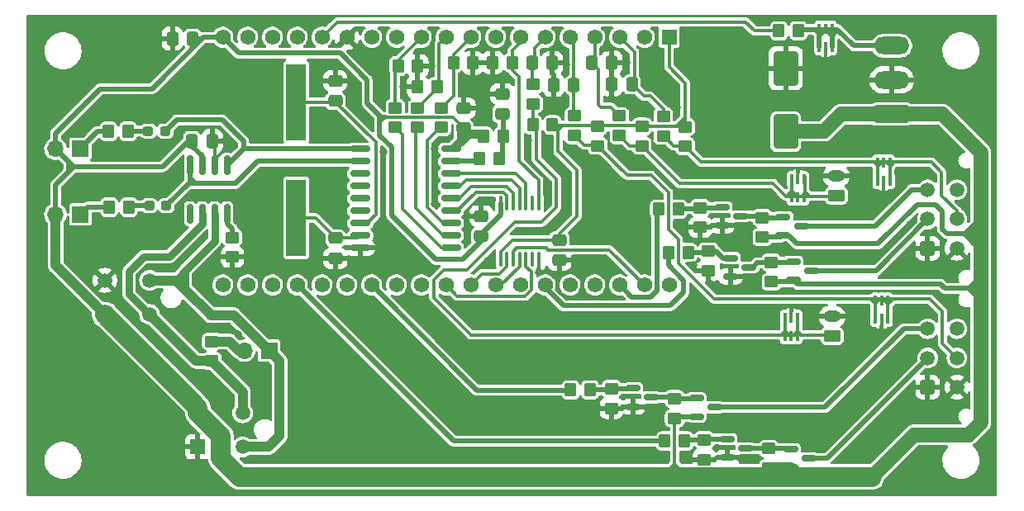
<source format=gtl>
G04 #@! TF.GenerationSoftware,KiCad,Pcbnew,(6.0.1)*
G04 #@! TF.CreationDate,2022-05-31T14:36:13+02:00*
G04 #@! TF.ProjectId,Drawer_Controller,44726177-6572-45f4-936f-6e74726f6c6c,rev?*
G04 #@! TF.SameCoordinates,Original*
G04 #@! TF.FileFunction,Copper,L1,Top*
G04 #@! TF.FilePolarity,Positive*
%FSLAX46Y46*%
G04 Gerber Fmt 4.6, Leading zero omitted, Abs format (unit mm)*
G04 Created by KiCad (PCBNEW (6.0.1)) date 2022-05-31 14:36:13*
%MOMM*%
%LPD*%
G01*
G04 APERTURE LIST*
G04 Aperture macros list*
%AMRoundRect*
0 Rectangle with rounded corners*
0 $1 Rounding radius*
0 $2 $3 $4 $5 $6 $7 $8 $9 X,Y pos of 4 corners*
0 Add a 4 corners polygon primitive as box body*
4,1,4,$2,$3,$4,$5,$6,$7,$8,$9,$2,$3,0*
0 Add four circle primitives for the rounded corners*
1,1,$1+$1,$2,$3*
1,1,$1+$1,$4,$5*
1,1,$1+$1,$6,$7*
1,1,$1+$1,$8,$9*
0 Add four rect primitives between the rounded corners*
20,1,$1+$1,$2,$3,$4,$5,0*
20,1,$1+$1,$4,$5,$6,$7,0*
20,1,$1+$1,$6,$7,$8,$9,0*
20,1,$1+$1,$8,$9,$2,$3,0*%
G04 Aperture macros list end*
G04 #@! TA.AperFunction,SMDPad,CuDef*
%ADD10RoundRect,0.039000X0.156000X-0.491000X0.156000X0.491000X-0.156000X0.491000X-0.156000X-0.491000X0*%
G04 #@! TD*
G04 #@! TA.AperFunction,SMDPad,CuDef*
%ADD11RoundRect,0.039000X-0.156000X0.491000X-0.156000X-0.491000X0.156000X-0.491000X0.156000X0.491000X0*%
G04 #@! TD*
G04 #@! TA.AperFunction,SMDPad,CuDef*
%ADD12RoundRect,0.250000X0.337500X0.475000X-0.337500X0.475000X-0.337500X-0.475000X0.337500X-0.475000X0*%
G04 #@! TD*
G04 #@! TA.AperFunction,SMDPad,CuDef*
%ADD13RoundRect,0.250000X0.450000X-0.350000X0.450000X0.350000X-0.450000X0.350000X-0.450000X-0.350000X0*%
G04 #@! TD*
G04 #@! TA.AperFunction,SMDPad,CuDef*
%ADD14RoundRect,0.250000X-0.450000X0.350000X-0.450000X-0.350000X0.450000X-0.350000X0.450000X0.350000X0*%
G04 #@! TD*
G04 #@! TA.AperFunction,ComponentPad*
%ADD15O,1.750000X1.200000*%
G04 #@! TD*
G04 #@! TA.AperFunction,ComponentPad*
%ADD16RoundRect,0.250000X0.625000X-0.350000X0.625000X0.350000X-0.625000X0.350000X-0.625000X-0.350000X0*%
G04 #@! TD*
G04 #@! TA.AperFunction,SMDPad,CuDef*
%ADD17RoundRect,0.150000X-0.587500X-0.150000X0.587500X-0.150000X0.587500X0.150000X-0.587500X0.150000X0*%
G04 #@! TD*
G04 #@! TA.AperFunction,ComponentPad*
%ADD18RoundRect,0.250001X0.499999X-0.499999X0.499999X0.499999X-0.499999X0.499999X-0.499999X-0.499999X0*%
G04 #@! TD*
G04 #@! TA.AperFunction,ComponentPad*
%ADD19C,1.500000*%
G04 #@! TD*
G04 #@! TA.AperFunction,SMDPad,CuDef*
%ADD20R,2.000000X7.875000*%
G04 #@! TD*
G04 #@! TA.AperFunction,SMDPad,CuDef*
%ADD21RoundRect,0.250000X-0.350000X-0.450000X0.350000X-0.450000X0.350000X0.450000X-0.350000X0.450000X0*%
G04 #@! TD*
G04 #@! TA.AperFunction,SMDPad,CuDef*
%ADD22RoundRect,0.250000X0.350000X0.450000X-0.350000X0.450000X-0.350000X-0.450000X0.350000X-0.450000X0*%
G04 #@! TD*
G04 #@! TA.AperFunction,SMDPad,CuDef*
%ADD23RoundRect,0.237500X0.287500X0.237500X-0.287500X0.237500X-0.287500X-0.237500X0.287500X-0.237500X0*%
G04 #@! TD*
G04 #@! TA.AperFunction,SMDPad,CuDef*
%ADD24RoundRect,0.150000X-0.150000X0.825000X-0.150000X-0.825000X0.150000X-0.825000X0.150000X0.825000X0*%
G04 #@! TD*
G04 #@! TA.AperFunction,SMDPad,CuDef*
%ADD25RoundRect,0.250000X0.475000X-0.337500X0.475000X0.337500X-0.475000X0.337500X-0.475000X-0.337500X0*%
G04 #@! TD*
G04 #@! TA.AperFunction,SMDPad,CuDef*
%ADD26RoundRect,0.250000X-0.337500X-0.475000X0.337500X-0.475000X0.337500X0.475000X-0.337500X0.475000X0*%
G04 #@! TD*
G04 #@! TA.AperFunction,SMDPad,CuDef*
%ADD27RoundRect,0.250000X-0.475000X0.337500X-0.475000X-0.337500X0.475000X-0.337500X0.475000X0.337500X0*%
G04 #@! TD*
G04 #@! TA.AperFunction,ComponentPad*
%ADD28R,1.520000X1.520000*%
G04 #@! TD*
G04 #@! TA.AperFunction,ComponentPad*
%ADD29C,1.520000*%
G04 #@! TD*
G04 #@! TA.AperFunction,SMDPad,CuDef*
%ADD30RoundRect,0.150000X-0.875000X-0.150000X0.875000X-0.150000X0.875000X0.150000X-0.875000X0.150000X0*%
G04 #@! TD*
G04 #@! TA.AperFunction,ComponentPad*
%ADD31R,1.700000X1.700000*%
G04 #@! TD*
G04 #@! TA.AperFunction,ComponentPad*
%ADD32O,1.700000X1.700000*%
G04 #@! TD*
G04 #@! TA.AperFunction,SMDPad,CuDef*
%ADD33RoundRect,0.250000X1.000000X-1.500000X1.000000X1.500000X-1.000000X1.500000X-1.000000X-1.500000X0*%
G04 #@! TD*
G04 #@! TA.AperFunction,ComponentPad*
%ADD34R,1.560000X1.560000*%
G04 #@! TD*
G04 #@! TA.AperFunction,ComponentPad*
%ADD35C,1.560000*%
G04 #@! TD*
G04 #@! TA.AperFunction,SMDPad,CuDef*
%ADD36RoundRect,0.100000X0.100000X-0.637500X0.100000X0.637500X-0.100000X0.637500X-0.100000X-0.637500X0*%
G04 #@! TD*
G04 #@! TA.AperFunction,ComponentPad*
%ADD37RoundRect,0.250000X1.550000X-0.650000X1.550000X0.650000X-1.550000X0.650000X-1.550000X-0.650000X0*%
G04 #@! TD*
G04 #@! TA.AperFunction,ComponentPad*
%ADD38O,3.600000X1.800000*%
G04 #@! TD*
G04 #@! TA.AperFunction,ViaPad*
%ADD39C,0.800000*%
G04 #@! TD*
G04 #@! TA.AperFunction,Conductor*
%ADD40C,0.350000*%
G04 #@! TD*
G04 #@! TA.AperFunction,Conductor*
%ADD41C,0.500000*%
G04 #@! TD*
G04 #@! TA.AperFunction,Conductor*
%ADD42C,2.000000*%
G04 #@! TD*
G04 #@! TA.AperFunction,Conductor*
%ADD43C,1.500000*%
G04 #@! TD*
G04 #@! TA.AperFunction,Conductor*
%ADD44C,1.000000*%
G04 #@! TD*
G04 #@! TA.AperFunction,Conductor*
%ADD45C,0.750000*%
G04 #@! TD*
G04 APERTURE END LIST*
D10*
X189723000Y-131491000D03*
X190373000Y-131491000D03*
X191023000Y-131491000D03*
X191023000Y-129621000D03*
X190373000Y-129621000D03*
X189723000Y-129621000D03*
D11*
X181752000Y-133269000D03*
X181102000Y-133269000D03*
X180452000Y-133269000D03*
X180452000Y-131399000D03*
X181102000Y-131399000D03*
X181752000Y-131399000D03*
X182440000Y-117185000D03*
X181790000Y-117185000D03*
X181140000Y-117185000D03*
X181140000Y-119055000D03*
X181790000Y-119055000D03*
X182440000Y-119055000D03*
D10*
X189926200Y-115447800D03*
X190576200Y-115447800D03*
X191226200Y-115447800D03*
X191226200Y-117317800D03*
X190576200Y-117317800D03*
X189926200Y-117317800D03*
X183982600Y-103601800D03*
X184632600Y-103601800D03*
X185282600Y-103601800D03*
X185282600Y-101731800D03*
X184632600Y-101731800D03*
X183982600Y-101731800D03*
D12*
X121787500Y-113250000D03*
X119712500Y-113250000D03*
D13*
X178152000Y-123105000D03*
X178152000Y-121105000D03*
D14*
X158900000Y-110675000D03*
X158900000Y-112675000D03*
X162687500Y-138661000D03*
X162687500Y-140661000D03*
D12*
X158837500Y-107500000D03*
X156762500Y-107500000D03*
D15*
X185733600Y-116850000D03*
D16*
X185733600Y-118850000D03*
D17*
X171402000Y-139616000D03*
X171402000Y-141516000D03*
X173277000Y-140566000D03*
D18*
X195085000Y-124250000D03*
D19*
X195085000Y-121250000D03*
X195085000Y-118250000D03*
X198085000Y-124250000D03*
X198085000Y-121250000D03*
X198085000Y-118250000D03*
D20*
X130403600Y-121132600D03*
X130403600Y-109257600D03*
D21*
X140850000Y-105550000D03*
X142850000Y-105550000D03*
X111250000Y-120036000D03*
X113250000Y-120036000D03*
D17*
X174912500Y-125250000D03*
X174912500Y-127150000D03*
X176787500Y-126200000D03*
D16*
X185301800Y-133257800D03*
D15*
X185301800Y-131257800D03*
D17*
X181314500Y-125616000D03*
X181314500Y-127516000D03*
X183189500Y-126566000D03*
D22*
X151150000Y-115050000D03*
X149150000Y-115050000D03*
D23*
X116998800Y-112236400D03*
X115248800Y-112236400D03*
D21*
X146500000Y-105250000D03*
X148500000Y-105250000D03*
D12*
X164787500Y-107450000D03*
X162712500Y-107450000D03*
D13*
X123850000Y-125155200D03*
X123850000Y-123155200D03*
D24*
X123317000Y-115736600D03*
X122047000Y-115736600D03*
X120777000Y-115736600D03*
X119507000Y-115736600D03*
X119507000Y-120686600D03*
X120777000Y-120686600D03*
X122047000Y-120686600D03*
X123317000Y-120686600D03*
D22*
X152550000Y-105200000D03*
X150550000Y-105200000D03*
D13*
X178816000Y-146796000D03*
X178816000Y-144796000D03*
D17*
X174576500Y-143830000D03*
X174576500Y-145730000D03*
X176451500Y-144780000D03*
D23*
X117100000Y-119875000D03*
X115350000Y-119875000D03*
D25*
X134416800Y-125268900D03*
X134416800Y-123193900D03*
D14*
X170250000Y-111800000D03*
X170250000Y-113800000D03*
D26*
X117712500Y-102750000D03*
X119787500Y-102750000D03*
D14*
X161300000Y-111750000D03*
X161300000Y-113750000D03*
D13*
X140550000Y-111850000D03*
X140550000Y-109850000D03*
D14*
X172212000Y-143907000D03*
X172212000Y-145907000D03*
D13*
X121750000Y-135800000D03*
X121750000Y-133800000D03*
D27*
X147550000Y-109862500D03*
X147550000Y-111937500D03*
D21*
X158512500Y-138788000D03*
X160512500Y-138788000D03*
D26*
X154562500Y-105250000D03*
X156637500Y-105250000D03*
D27*
X134400000Y-107062500D03*
X134400000Y-109137500D03*
X151500000Y-108412500D03*
X151500000Y-110487500D03*
D13*
X142850000Y-111850000D03*
X142850000Y-109850000D03*
X169164500Y-141693000D03*
X169164500Y-139693000D03*
D21*
X111173800Y-112258600D03*
X113173800Y-112258600D03*
D17*
X181053500Y-144846000D03*
X181053500Y-146746000D03*
X182928500Y-145796000D03*
D27*
X157353000Y-123397100D03*
X157353000Y-125472100D03*
D14*
X168000000Y-110725000D03*
X168000000Y-112725000D03*
X165800000Y-111750000D03*
X165800000Y-113750000D03*
D13*
X145250000Y-111850000D03*
X145250000Y-109850000D03*
D28*
X120319000Y-144625000D03*
D29*
X120319000Y-141125000D03*
X124919000Y-144625000D03*
X124919000Y-141125000D03*
D21*
X168552000Y-124661000D03*
X170552000Y-124661000D03*
D22*
X144800000Y-107700000D03*
X142800000Y-107700000D03*
D17*
X164925000Y-138600000D03*
X164925000Y-140500000D03*
X166800000Y-139550000D03*
D22*
X151600000Y-112750000D03*
X149600000Y-112750000D03*
D30*
X136955000Y-114046000D03*
X136955000Y-115316000D03*
X136955000Y-116586000D03*
X136955000Y-117856000D03*
X136955000Y-119126000D03*
X136955000Y-120396000D03*
X136955000Y-121666000D03*
X136955000Y-122936000D03*
X136955000Y-124206000D03*
X146255000Y-124206000D03*
X146255000Y-122936000D03*
X146255000Y-121666000D03*
X146255000Y-120396000D03*
X146255000Y-119126000D03*
X146255000Y-117856000D03*
X146255000Y-116586000D03*
X146255000Y-115316000D03*
X146255000Y-114046000D03*
D14*
X163500000Y-110675000D03*
X163500000Y-112675000D03*
D31*
X108275000Y-114046000D03*
D32*
X105735000Y-114046000D03*
D31*
X108275000Y-120786000D03*
D32*
X105735000Y-120786000D03*
D21*
X168164000Y-144018000D03*
X170164000Y-144018000D03*
D17*
X174039500Y-120012000D03*
X174039500Y-121912000D03*
X175914500Y-120962000D03*
D31*
X127625000Y-134750000D03*
D32*
X125085000Y-134750000D03*
D33*
X180543200Y-112292200D03*
X180543200Y-105792200D03*
D22*
X156650000Y-111600000D03*
X154650000Y-111600000D03*
D25*
X149352000Y-123008300D03*
X149352000Y-120933300D03*
D34*
X168604000Y-102616000D03*
D35*
X166064000Y-102616000D03*
X163524000Y-102616000D03*
X160984000Y-102616000D03*
X158444000Y-102616000D03*
X155904000Y-102616000D03*
X153364000Y-102616000D03*
X150824000Y-102616000D03*
X148284000Y-102616000D03*
X145744000Y-102616000D03*
X143204000Y-102616000D03*
X140664000Y-102616000D03*
X138124000Y-102616000D03*
X135584000Y-102616000D03*
X133044000Y-102616000D03*
X130504000Y-102616000D03*
X127964000Y-102616000D03*
X125424000Y-102616000D03*
X122884000Y-102616000D03*
X168604000Y-128016000D03*
X166064000Y-128016000D03*
X163524000Y-128016000D03*
X160984000Y-128016000D03*
X158444000Y-128016000D03*
X155904000Y-128016000D03*
X153364000Y-128016000D03*
X150824000Y-128016000D03*
X148284000Y-128016000D03*
X145744000Y-128016000D03*
X143204000Y-128016000D03*
X140664000Y-128016000D03*
X138124000Y-128016000D03*
X135584000Y-128016000D03*
X133044000Y-128016000D03*
X130504000Y-128016000D03*
X127964000Y-128016000D03*
X125424000Y-128016000D03*
X122884000Y-128016000D03*
D17*
X182137500Y-121978000D03*
X180262500Y-122928000D03*
X180262500Y-121028000D03*
D36*
X151339000Y-125341300D03*
X151989000Y-125341300D03*
X152639000Y-125341300D03*
X153289000Y-125341300D03*
X153939000Y-125341300D03*
X154589000Y-125341300D03*
X155239000Y-125341300D03*
X155239000Y-119616300D03*
X154589000Y-119616300D03*
X153939000Y-119616300D03*
X153289000Y-119616300D03*
X152639000Y-119616300D03*
X151989000Y-119616300D03*
X151339000Y-119616300D03*
D18*
X195085000Y-138500000D03*
D19*
X195085000Y-135500000D03*
X195085000Y-132500000D03*
X198085000Y-138500000D03*
X198085000Y-135500000D03*
X198085000Y-132500000D03*
D14*
X154700000Y-107450000D03*
X154700000Y-109450000D03*
D28*
X110780000Y-131036000D03*
D29*
X110780000Y-127536000D03*
X115380000Y-131036000D03*
X115380000Y-127536000D03*
D26*
X160662500Y-105200000D03*
X162737500Y-105200000D03*
D37*
X191392500Y-110482500D03*
D38*
X191392500Y-106982500D03*
X191392500Y-103482500D03*
D21*
X167538000Y-120250000D03*
X169538000Y-120250000D03*
D14*
X172600000Y-124550000D03*
X172600000Y-126550000D03*
D22*
X181848000Y-101955600D03*
X179848000Y-101955600D03*
D13*
X179077000Y-127693000D03*
X179077000Y-125693000D03*
D14*
X171802000Y-120089000D03*
X171802000Y-122089000D03*
D39*
X135001000Y-116459000D03*
X167690800Y-104190800D03*
X139065000Y-109220000D03*
X198882000Y-119634000D03*
X128447800Y-112801400D03*
X156108400Y-113080800D03*
X144574500Y-113995200D03*
X161225000Y-140625000D03*
X138850000Y-124200000D03*
X158877000Y-123393200D03*
X175950000Y-145775000D03*
X144602200Y-119735600D03*
X144275000Y-105550000D03*
X123266200Y-135382000D03*
X142825000Y-104100000D03*
X167386000Y-114046000D03*
X174117000Y-123190000D03*
X163576000Y-114300000D03*
X149377400Y-119430800D03*
X158900000Y-125450000D03*
X141400000Y-107700000D03*
X193294000Y-121793000D03*
X123200000Y-113225000D03*
X137922000Y-111379000D03*
X135128000Y-121793000D03*
X170307000Y-122047000D03*
X107975400Y-112166400D03*
X171196000Y-142621000D03*
X106934000Y-118541800D03*
X134425000Y-126725000D03*
X135975000Y-107075000D03*
X136372600Y-112598200D03*
X166141400Y-126314200D03*
X136925000Y-125375000D03*
X147550000Y-108325000D03*
X175641000Y-122047000D03*
X123850000Y-126675000D03*
X150037800Y-125577600D03*
X120853200Y-100990400D03*
X153289000Y-122504200D03*
X194741800Y-130708400D03*
X195199000Y-116713000D03*
X162700000Y-108900000D03*
X170205400Y-102590600D03*
X176657000Y-127381000D03*
X147904200Y-123494800D03*
X166827200Y-118491000D03*
X157226000Y-103632000D03*
X151500000Y-106825000D03*
X162255200Y-129057400D03*
X162225000Y-103700000D03*
X154127200Y-113207800D03*
X132725000Y-107075000D03*
X171069000Y-125984000D03*
X164200000Y-105225000D03*
X122225000Y-125150000D03*
X155293011Y-126695200D03*
X134425000Y-105475000D03*
X158013400Y-105410000D03*
X139324500Y-114401600D03*
X149150000Y-109850000D03*
X120802400Y-123291600D03*
X122199400Y-104165400D03*
X147929600Y-120929400D03*
X158546800Y-114071400D03*
X110159800Y-114198400D03*
X167894000Y-145669000D03*
X166522400Y-110261400D03*
X132775000Y-125250000D03*
X156775000Y-109100000D03*
X118135400Y-115798600D03*
X157375000Y-126800000D03*
X125933200Y-145897600D03*
X155067000Y-129540000D03*
X170650000Y-145875000D03*
X132207000Y-110210600D03*
X148500000Y-106750000D03*
X149500000Y-103750000D03*
X125450000Y-125150000D03*
X169367200Y-109804200D03*
X146151600Y-129692400D03*
X172847000Y-127889000D03*
X186309000Y-145923000D03*
X156159200Y-119608600D03*
X166325000Y-140575000D03*
X124399936Y-133079864D03*
D40*
X134610000Y-101050000D02*
X133044000Y-102616000D01*
X176430000Y-101050000D02*
X134610000Y-101050000D01*
X177335600Y-101955600D02*
X176430000Y-101050000D01*
X179848000Y-101955600D02*
X177335600Y-101955600D01*
X191600000Y-115486000D02*
X191226200Y-115859800D01*
X191600000Y-115400000D02*
X195450000Y-115400000D01*
X189568000Y-115400000D02*
X191600000Y-115400000D01*
X191600000Y-115400000D02*
X191600000Y-115486000D01*
X191226200Y-115788200D02*
X190885800Y-115447800D01*
X191226200Y-117317800D02*
X191226200Y-115447800D01*
X190885800Y-115447800D02*
X190576200Y-115447800D01*
X190368200Y-115447800D02*
X189926200Y-115889800D01*
X190576200Y-115447800D02*
X190368200Y-115447800D01*
X189926200Y-115758200D02*
X189568000Y-115400000D01*
X171850000Y-115400000D02*
X189568000Y-115400000D01*
X189926200Y-115447800D02*
X189926200Y-117317800D01*
X180032000Y-133150000D02*
X180452000Y-132730000D01*
X180452000Y-133015000D02*
X180452000Y-131145000D01*
X180032000Y-133150000D02*
X148300000Y-133150000D01*
X180794000Y-133150000D02*
X180032000Y-133150000D01*
X180594000Y-132842000D02*
X180452000Y-132984000D01*
X180794000Y-133150000D02*
X180794000Y-133042000D01*
X180794000Y-133042000D02*
X180594000Y-132842000D01*
X181302000Y-133150000D02*
X180794000Y-133150000D01*
X181556000Y-133150000D02*
X181302000Y-133150000D01*
X181752000Y-132700000D02*
X181302000Y-133150000D01*
X181752000Y-133015000D02*
X181752000Y-131145000D01*
X181864000Y-132842000D02*
X181556000Y-133150000D01*
X182064000Y-133042000D02*
X181864000Y-132842000D01*
X182064000Y-133150000D02*
X182064000Y-133042000D01*
X185850000Y-133150000D02*
X182064000Y-133150000D01*
X180550000Y-118900000D02*
X179250000Y-117600000D01*
X169650000Y-117600000D02*
X179250000Y-117600000D01*
X165800000Y-113750000D02*
X169650000Y-117600000D01*
X191069200Y-129936000D02*
X191023000Y-129936000D01*
X191553000Y-129452200D02*
X191069200Y-129936000D01*
X191553000Y-129450000D02*
X191553000Y-129452200D01*
X191553000Y-129450000D02*
X190234400Y-129450000D01*
X195300000Y-129450000D02*
X191553000Y-129450000D01*
X191023000Y-129936000D02*
X190581000Y-129494000D01*
X191023000Y-129494000D02*
X191023000Y-131364000D01*
X190581000Y-129494000D02*
X190373000Y-129494000D01*
X189723000Y-129961400D02*
X190234400Y-129450000D01*
X190234400Y-129450000D02*
X189267000Y-129450000D01*
X189723000Y-131364000D02*
X189723000Y-129494000D01*
X189267000Y-129450000D02*
X173200000Y-129450000D01*
X189723000Y-129906000D02*
X189267000Y-129450000D01*
X180667600Y-118900000D02*
X181188600Y-118379000D01*
X181632800Y-118844000D02*
X181188600Y-118399800D01*
X181632800Y-118900000D02*
X181632800Y-118844000D01*
X181188600Y-118765600D02*
X181188600Y-116895600D01*
X180550000Y-118900000D02*
X182200000Y-118900000D01*
X182488600Y-118611400D02*
X182200000Y-118900000D01*
X182933400Y-118849200D02*
X182488600Y-118404400D01*
X182933400Y-118900000D02*
X182933400Y-118849200D01*
X182488600Y-118765600D02*
X182488600Y-116895600D01*
X182933400Y-118900000D02*
X182200000Y-118900000D01*
X185850000Y-118900000D02*
X182933400Y-118900000D01*
D41*
X185282600Y-102397800D02*
X185851800Y-101828600D01*
X184632600Y-101752400D02*
X185282600Y-102402400D01*
X184632600Y-101731800D02*
X184632600Y-101752400D01*
X185282600Y-103601800D02*
X185282600Y-101731800D01*
X184063400Y-102321600D02*
X184063400Y-102275400D01*
X183616600Y-101828600D02*
X181975000Y-101828600D01*
X184063400Y-102275400D02*
X183616600Y-101828600D01*
X184556400Y-101828600D02*
X183616600Y-101828600D01*
X185851800Y-101828600D02*
X184556400Y-101828600D01*
X183982600Y-102321600D02*
X184063400Y-102321600D01*
X183982600Y-102321600D02*
X183982600Y-101731800D01*
X184063400Y-102321600D02*
X184556400Y-101828600D01*
X183982600Y-103601800D02*
X183982600Y-102321600D01*
X187505700Y-103482500D02*
X185851800Y-101828600D01*
X181975000Y-101828600D02*
X181848000Y-101955600D01*
X191392500Y-103482500D02*
X187505700Y-103482500D01*
X110300000Y-107900000D02*
X115600000Y-107900000D01*
D42*
X122682000Y-143488000D02*
X122682000Y-144272000D01*
D41*
X196600000Y-122300000D02*
X197050000Y-122750000D01*
X181314500Y-127516000D02*
X181748500Y-127950000D01*
D43*
X200524521Y-123224521D02*
X200524521Y-123833479D01*
D41*
X199300000Y-128350000D02*
X199338537Y-128350000D01*
D43*
X200524521Y-121191879D02*
X200524521Y-121649079D01*
D41*
X148108000Y-112750000D02*
X147434300Y-113423700D01*
X138950000Y-110650000D02*
X138950000Y-111264000D01*
X200014016Y-127674521D02*
X200524521Y-127674521D01*
D43*
X196688042Y-143383000D02*
X193686040Y-143383000D01*
D41*
X198941000Y-122750000D02*
X200050000Y-122750000D01*
X151339000Y-120798500D02*
X151339000Y-119616300D01*
X137650000Y-107000000D02*
X137650000Y-109350000D01*
X137650000Y-109350000D02*
X138950000Y-110650000D01*
D43*
X199245165Y-143400479D02*
X196705521Y-143400479D01*
D41*
X196800000Y-128350000D02*
X199300000Y-128350000D01*
X119787500Y-102750000D02*
X120750000Y-102750000D01*
D40*
X146462500Y-110850000D02*
X139467000Y-110850000D01*
D41*
X200399042Y-128350000D02*
X200524521Y-128475479D01*
X115600000Y-107900000D02*
X120884000Y-102616000D01*
X147116800Y-113157000D02*
X147116800Y-112370700D01*
X146812000Y-114046000D02*
X146255000Y-114046000D01*
D43*
X200524521Y-123833479D02*
X200524521Y-127674521D01*
D41*
X198941000Y-122750000D02*
X198941000Y-122868000D01*
X199338537Y-128350000D02*
X200024521Y-127664016D01*
D40*
X169164500Y-146335500D02*
X169164500Y-147514500D01*
D41*
X147434300Y-113423700D02*
X147434300Y-112053200D01*
X139467000Y-110850000D02*
X139150000Y-110850000D01*
X198941000Y-122750000D02*
X200499121Y-121191879D01*
X120884000Y-102616000D02*
X122884000Y-102616000D01*
D42*
X169356520Y-147706520D02*
X171056520Y-147706520D01*
D41*
X179077000Y-127693000D02*
X181491500Y-127693000D01*
X200050000Y-122750000D02*
X200524521Y-123224521D01*
D42*
X171056520Y-147706520D02*
X189362520Y-147706520D01*
D41*
X148996400Y-112318800D02*
X147931300Y-112318800D01*
X134900000Y-104250000D02*
X137650000Y-107000000D01*
D43*
X200524521Y-114418521D02*
X200524521Y-121191879D01*
D41*
X147931300Y-112318800D02*
X147550000Y-111937500D01*
D43*
X200524521Y-128475479D02*
X200524521Y-129575479D01*
D40*
X169164500Y-141693000D02*
X169164500Y-146335500D01*
D42*
X120319000Y-140575000D02*
X110780000Y-131036000D01*
D41*
X119712500Y-113737500D02*
X119712500Y-113250000D01*
X122884000Y-102616000D02*
X124518000Y-104250000D01*
D40*
X169164500Y-147514500D02*
X169356520Y-147706520D01*
D42*
X120319000Y-141125000D02*
X122682000Y-143488000D01*
D41*
X180828000Y-122928000D02*
X181700000Y-123800000D01*
D43*
X186217500Y-110482500D02*
X184450000Y-112250000D01*
D40*
X170535520Y-147706520D02*
X171056520Y-147706520D01*
D43*
X193686040Y-143383000D02*
X189362520Y-147706520D01*
D41*
X149250000Y-122887500D02*
X151339000Y-120798500D01*
X199300000Y-128350958D02*
X200524521Y-129575479D01*
X139150000Y-110850000D02*
X138950000Y-110650000D01*
D43*
X184450000Y-112250000D02*
X181750000Y-112250000D01*
X200524521Y-127674521D02*
X200524521Y-128475479D01*
D41*
X181700000Y-123800000D02*
X190000000Y-123800000D01*
X199300000Y-128350000D02*
X199300000Y-128350958D01*
X149352000Y-123444000D02*
X149352000Y-122881300D01*
X178152000Y-123105000D02*
X180085500Y-123105000D01*
X147434300Y-113423700D02*
X146812000Y-114046000D01*
X138950000Y-112650000D02*
X140182600Y-113882600D01*
D43*
X200524521Y-129575479D02*
X200524521Y-142121123D01*
D41*
X196400000Y-127950000D02*
X196800000Y-128350000D01*
D44*
X178866000Y-146746000D02*
X178816000Y-146796000D01*
D43*
X191392500Y-110482500D02*
X191400000Y-110490000D01*
D41*
X199441042Y-122750000D02*
X200524521Y-123833479D01*
X138950000Y-111264000D02*
X139364000Y-110850000D01*
D43*
X196705521Y-143400479D02*
X196688042Y-143383000D01*
D41*
X120777000Y-114802000D02*
X119712500Y-113737500D01*
X147434300Y-112053200D02*
X147550000Y-111937500D01*
X147116800Y-112370700D02*
X147550000Y-111937500D01*
X180262500Y-122928000D02*
X180828000Y-122928000D01*
D42*
X122682000Y-145796000D02*
X124592520Y-147706520D01*
D43*
X191392500Y-110482500D02*
X186217500Y-110482500D01*
D41*
X195882344Y-119750000D02*
X196600000Y-120467656D01*
D44*
X181053500Y-146746000D02*
X178866000Y-146746000D01*
D41*
X107584520Y-115895520D02*
X116704480Y-115895520D01*
X147446800Y-125400000D02*
X149377400Y-123469400D01*
X200499121Y-121191879D02*
X200524521Y-121191879D01*
D43*
X196596000Y-110490000D02*
X200524521Y-114418521D01*
D44*
X105735000Y-125991000D02*
X110780000Y-131036000D01*
D41*
X146255000Y-114018800D02*
X147523800Y-112750000D01*
X116704480Y-115895520D02*
X119350000Y-113250000D01*
X200298563Y-128249521D02*
X200524521Y-128475479D01*
X105735000Y-114046000D02*
X105735000Y-112465000D01*
X199423600Y-122750000D02*
X200524521Y-121649079D01*
X107584520Y-115895520D02*
X107096500Y-115407500D01*
X181748500Y-127950000D02*
X196400000Y-127950000D01*
X146255000Y-114046000D02*
X146255000Y-114018800D01*
X171402000Y-141516000D02*
X169341500Y-141516000D01*
D43*
X200524521Y-142121123D02*
X199245165Y-143400479D01*
D41*
X194050000Y-119750000D02*
X195882344Y-119750000D01*
X105735000Y-112465000D02*
X110300000Y-107900000D01*
D42*
X122682000Y-144272000D02*
X122682000Y-145796000D01*
D41*
X124518000Y-104250000D02*
X134900000Y-104250000D01*
X199300000Y-128350000D02*
X200399042Y-128350000D01*
X119787500Y-103712500D02*
X119787500Y-102750000D01*
X140182600Y-113882600D02*
X140182600Y-120882600D01*
D40*
X147550000Y-111937500D02*
X146462500Y-110850000D01*
D44*
X105735000Y-120786000D02*
X105735000Y-125991000D01*
D41*
X199423600Y-122750000D02*
X199441042Y-122750000D01*
X169341500Y-141516000D02*
X169164500Y-141693000D01*
D42*
X124592520Y-147706520D02*
X167606520Y-147706520D01*
D41*
X197050000Y-122750000D02*
X198941000Y-122750000D01*
D43*
X191400000Y-110490000D02*
X196596000Y-110490000D01*
D41*
X119350000Y-113250000D02*
X119712500Y-113250000D01*
X120777000Y-115736600D02*
X120777000Y-114802000D01*
X180085500Y-123105000D02*
X180262500Y-122928000D01*
X149377400Y-123469400D02*
X149352000Y-123444000D01*
X138950000Y-111264000D02*
X138950000Y-112650000D01*
X105735000Y-117745040D02*
X105735000Y-120786000D01*
X190000000Y-123800000D02*
X194050000Y-119750000D01*
X149427600Y-112750000D02*
X148996400Y-112318800D01*
D42*
X167606520Y-147706520D02*
X169356520Y-147706520D01*
D40*
X167793480Y-147706520D02*
X167606520Y-147706520D01*
D41*
X105735000Y-117745040D02*
X107584520Y-115895520D01*
X107096500Y-115407500D02*
X105735000Y-114046000D01*
X139364000Y-110850000D02*
X139467000Y-110850000D01*
D40*
X169164500Y-146335500D02*
X170535520Y-147706520D01*
D41*
X198941000Y-122750000D02*
X199423600Y-122750000D01*
X144700000Y-125400000D02*
X147446800Y-125400000D01*
X107096500Y-116383540D02*
X107096500Y-115407500D01*
X196600000Y-120467656D02*
X196600000Y-122300000D01*
X198941000Y-122868000D02*
X199906479Y-123833479D01*
X199906479Y-123833479D02*
X200524521Y-123833479D01*
D43*
X200524521Y-121649079D02*
X200524521Y-123224521D01*
D41*
X140182600Y-120882600D02*
X144700000Y-125400000D01*
D40*
X169164500Y-146335500D02*
X167793480Y-147706520D01*
D41*
X147523800Y-112750000D02*
X149600000Y-112750000D01*
D42*
X120319000Y-141125000D02*
X120319000Y-140575000D01*
D40*
X122047000Y-115736600D02*
X122047000Y-113509500D01*
X122047000Y-113509500D02*
X121787500Y-113250000D01*
X122047000Y-115153000D02*
X122825000Y-114375000D01*
X134416800Y-123193900D02*
X136697100Y-123193900D01*
X130403600Y-121132600D02*
X132355500Y-121132600D01*
X136697100Y-123193900D02*
X136955000Y-122936000D01*
X132355500Y-121132600D02*
X134416800Y-123193900D01*
X130403600Y-109257600D02*
X134279900Y-109257600D01*
X138550000Y-120800000D02*
X138550000Y-113355500D01*
X134279900Y-109257600D02*
X134400000Y-109137500D01*
X138550000Y-113355500D02*
X134366000Y-109171500D01*
X137684000Y-121666000D02*
X138550000Y-120800000D01*
X136955000Y-121666000D02*
X137684000Y-121666000D01*
D44*
X118051355Y-127536000D02*
X118982677Y-128467323D01*
X127590355Y-144625000D02*
X128698521Y-143516834D01*
D45*
X118968677Y-126618677D02*
X118982677Y-126632677D01*
D44*
X118051355Y-127536000D02*
X115380000Y-127536000D01*
X128698521Y-135823521D02*
X128698521Y-143516834D01*
X121600000Y-131100000D02*
X123975000Y-131100000D01*
X123975000Y-131100000D02*
X127625000Y-134750000D01*
X127625000Y-134750000D02*
X128698521Y-135823521D01*
D45*
X118968677Y-126618677D02*
X118051355Y-127536000D01*
X122047000Y-123540355D02*
X118968677Y-126618677D01*
D44*
X121600000Y-131084645D02*
X121600000Y-131100000D01*
X124919000Y-144625000D02*
X127590355Y-144625000D01*
D45*
X122047000Y-120686600D02*
X122047000Y-123540355D01*
D44*
X118982677Y-128467323D02*
X121600000Y-131084645D01*
D45*
X118982677Y-126632677D02*
X118982677Y-128467323D01*
X113250000Y-126650000D02*
X113250000Y-128906000D01*
X113250000Y-128906000D02*
X115380000Y-131036000D01*
D44*
X120144000Y-135800000D02*
X115380000Y-131036000D01*
X124919000Y-141125000D02*
X124919000Y-138969000D01*
D45*
X120777000Y-120686600D02*
X120777000Y-121742200D01*
X120777000Y-121742200D02*
X117419200Y-125100000D01*
D44*
X124919000Y-138969000D02*
X121750000Y-135800000D01*
D45*
X114800000Y-125100000D02*
X113250000Y-126650000D01*
D44*
X121750000Y-135800000D02*
X120144000Y-135800000D01*
D45*
X117419200Y-125100000D02*
X114800000Y-125100000D01*
D40*
X159156400Y-116255800D02*
X157226000Y-114325400D01*
X159156400Y-120980200D02*
X159156400Y-116255800D01*
X157353000Y-122783600D02*
X159156400Y-120980200D01*
X157226000Y-111709200D02*
X157175200Y-111658400D01*
X157353000Y-123397100D02*
X157353000Y-122783600D01*
X157175200Y-111658400D02*
X157683200Y-111658400D01*
X169324520Y-111725480D02*
X170250000Y-110800000D01*
X156708400Y-111658400D02*
X157175200Y-111658400D01*
X157429200Y-111912400D02*
X157226000Y-112115600D01*
X157683200Y-111658400D02*
X157429200Y-111912400D01*
X170175480Y-111725480D02*
X170250000Y-111800000D01*
X165824520Y-111725480D02*
X169275480Y-111725480D01*
X156650000Y-111600000D02*
X156725480Y-111675480D01*
X170250000Y-110800000D02*
X170250000Y-107300000D01*
X157226000Y-114325400D02*
X157226000Y-112191800D01*
X165800000Y-111750000D02*
X165824520Y-111725480D01*
X157683200Y-111658400D02*
X161208400Y-111658400D01*
X161208400Y-111658400D02*
X161300000Y-111750000D01*
X169275480Y-111725480D02*
X170175480Y-111725480D01*
X170250000Y-111800000D02*
X170250000Y-110800000D01*
X151339000Y-124582728D02*
X152524628Y-123397100D01*
X168604000Y-105654000D02*
X168604000Y-102616000D01*
X157429200Y-111912400D02*
X157226000Y-111912400D01*
X151339000Y-125341300D02*
X151339000Y-124582728D01*
X157226000Y-112191800D02*
X157226000Y-111709200D01*
X161374520Y-111675480D02*
X166475480Y-111675480D01*
X170250000Y-107300000D02*
X168604000Y-105654000D01*
X161300000Y-111750000D02*
X161374520Y-111675480D01*
X152524628Y-123397100D02*
X157353000Y-123397100D01*
X166650000Y-108650000D02*
X168000000Y-110000000D01*
X163524000Y-102616000D02*
X165050000Y-104142000D01*
X165987500Y-108650000D02*
X166650000Y-108650000D01*
X164787500Y-107450000D02*
X165987500Y-108650000D01*
X165050000Y-104142000D02*
X165050000Y-107187500D01*
X168000000Y-110000000D02*
X168000000Y-110700000D01*
X165050000Y-107187500D02*
X164787500Y-107450000D01*
D41*
X151550000Y-112800000D02*
X151600000Y-112750000D01*
X151550000Y-114650000D02*
X151550000Y-112800000D01*
X151600000Y-112750000D02*
X151600000Y-110587500D01*
X151600000Y-110587500D02*
X151500000Y-110487500D01*
X151150000Y-115050000D02*
X151550000Y-114650000D01*
X115500000Y-119911000D02*
X113375000Y-119911000D01*
X113375000Y-119911000D02*
X113250000Y-120036000D01*
D40*
X161375000Y-109575000D02*
X161600000Y-109800000D01*
X160984000Y-104878500D02*
X160662500Y-105200000D01*
X160662500Y-105200000D02*
X161375000Y-105912500D01*
X161375000Y-105912500D02*
X161375000Y-109575000D01*
X162650000Y-109800000D02*
X163500000Y-110650000D01*
X161600000Y-109800000D02*
X162650000Y-109800000D01*
X160984000Y-102616000D02*
X160984000Y-104878500D01*
X154562500Y-105250000D02*
X154562500Y-107312500D01*
X154850000Y-104962500D02*
X154562500Y-105250000D01*
X154562500Y-107312500D02*
X154700000Y-107450000D01*
X155904000Y-102616000D02*
X154850000Y-103670000D01*
X154850000Y-103670000D02*
X154850000Y-104962500D01*
X158837500Y-107500000D02*
X158837500Y-110587500D01*
X158444000Y-102616000D02*
X158837500Y-103009500D01*
X158837500Y-103009500D02*
X158837500Y-107500000D01*
X158837500Y-110587500D02*
X158900000Y-110650000D01*
D41*
X189785000Y-126550000D02*
X183205500Y-126550000D01*
X183205500Y-126550000D02*
X183189500Y-126566000D01*
X195085000Y-121250000D02*
X189785000Y-126550000D01*
X189689500Y-121978000D02*
X182137500Y-121978000D01*
X195085000Y-118250000D02*
X193417500Y-118250000D01*
X193417500Y-118250000D02*
X189689500Y-121978000D01*
D44*
X125085000Y-134750000D02*
X124500000Y-134750000D01*
X123550000Y-133800000D02*
X121750000Y-133800000D01*
X124500000Y-134750000D02*
X123550000Y-133800000D01*
D41*
X174100000Y-125250000D02*
X174912500Y-125250000D01*
X172489000Y-124661000D02*
X172600000Y-124550000D01*
X172600000Y-124550000D02*
X173400000Y-124550000D01*
X173400000Y-124550000D02*
X174100000Y-125250000D01*
X170552000Y-124661000D02*
X172489000Y-124661000D01*
D40*
X196500000Y-116450000D02*
X196500000Y-118832500D01*
X170250000Y-113800000D02*
X171850000Y-115400000D01*
X196500000Y-118832500D02*
X198085000Y-120417500D01*
X195450000Y-115400000D02*
X196500000Y-116450000D01*
X198085000Y-120417500D02*
X198085000Y-121250000D01*
X168000000Y-112700000D02*
X169050000Y-113750000D01*
X170200000Y-113750000D02*
X170250000Y-113800000D01*
X169050000Y-113750000D02*
X170200000Y-113750000D01*
D41*
X179077000Y-125693000D02*
X181237500Y-125693000D01*
X176787500Y-126200000D02*
X177150000Y-126200000D01*
X177625000Y-125725000D02*
X179045000Y-125725000D01*
X181237500Y-125693000D02*
X181314500Y-125616000D01*
X179045000Y-125725000D02*
X179077000Y-125693000D01*
X177150000Y-126200000D02*
X177625000Y-125725000D01*
X173962500Y-120089000D02*
X174039500Y-120012000D01*
X171802000Y-120089000D02*
X173962500Y-120089000D01*
X171691000Y-120200000D02*
X171802000Y-120089000D01*
X169738000Y-120200000D02*
X171691000Y-120200000D01*
X175914500Y-120962000D02*
X178009000Y-120962000D01*
X178009000Y-120962000D02*
X178152000Y-121105000D01*
X180185500Y-121105000D02*
X180262500Y-121028000D01*
X178152000Y-121105000D02*
X180185500Y-121105000D01*
X115248800Y-112236400D02*
X113196000Y-112236400D01*
X113196000Y-112236400D02*
X113173800Y-112258600D01*
D40*
X164600000Y-113750000D02*
X165800000Y-113750000D01*
X163500000Y-112650000D02*
X164600000Y-113750000D01*
X154700000Y-111550000D02*
X154650000Y-111600000D01*
X147900000Y-126450000D02*
X152760200Y-121589800D01*
X154990800Y-115090800D02*
X154990800Y-111940800D01*
X148300000Y-133150000D02*
X144500000Y-129350000D01*
X154990800Y-111940800D02*
X154650000Y-111600000D01*
X155510200Y-121589800D02*
X157048200Y-120051800D01*
X144500000Y-127500000D02*
X145550000Y-126450000D01*
X154700000Y-109450000D02*
X154700000Y-111550000D01*
X157048200Y-117148200D02*
X154990800Y-115090800D01*
X152760200Y-121589800D02*
X155510200Y-121589800D01*
X144500000Y-129350000D02*
X144500000Y-127500000D01*
X157048200Y-120051800D02*
X157048200Y-117148200D01*
X145550000Y-126450000D02*
X147900000Y-126450000D01*
D41*
X123850000Y-122250000D02*
X123317000Y-121717000D01*
X123317000Y-121717000D02*
X123317000Y-120686600D01*
X123850000Y-123155200D02*
X123850000Y-122250000D01*
D40*
X164300000Y-116750000D02*
X161300000Y-113750000D01*
X159900000Y-113650000D02*
X161200000Y-113650000D01*
X168525000Y-122325000D02*
X168525000Y-118541796D01*
X173200000Y-129450000D02*
X169550000Y-125800000D01*
X158900000Y-112650000D02*
X159900000Y-113650000D01*
X196600000Y-130750000D02*
X195300000Y-129450000D01*
X161200000Y-113650000D02*
X161300000Y-113750000D01*
X198085000Y-135500000D02*
X196600000Y-134015000D01*
X166733204Y-116750000D02*
X164300000Y-116750000D01*
X169550000Y-123350000D02*
X168525000Y-122325000D01*
X196600000Y-134015000D02*
X196600000Y-130750000D01*
X168525000Y-118541796D02*
X166733204Y-116750000D01*
X169550000Y-125800000D02*
X169550000Y-123350000D01*
D41*
X182928500Y-145796000D02*
X184789000Y-145796000D01*
X184789000Y-145796000D02*
X195085000Y-135500000D01*
D40*
X143800000Y-113200000D02*
X145150000Y-111850000D01*
X143800000Y-120050000D02*
X143800000Y-113200000D01*
X145416000Y-121666000D02*
X143800000Y-120050000D01*
X145150000Y-111850000D02*
X145250000Y-111850000D01*
X146255000Y-121666000D02*
X145416000Y-121666000D01*
X145436000Y-122936000D02*
X142621000Y-120121000D01*
X142621000Y-112079000D02*
X142850000Y-111850000D01*
X146255000Y-122936000D02*
X145436000Y-122936000D01*
X142621000Y-120121000D02*
X142621000Y-112079000D01*
X145262600Y-124206000D02*
X141300200Y-120243600D01*
X141300200Y-112600200D02*
X140550000Y-111850000D01*
X146255000Y-124206000D02*
X145262600Y-124206000D01*
X141300200Y-120243600D02*
X141300200Y-112600200D01*
X162478000Y-124430000D02*
X166064000Y-128016000D01*
X155979280Y-124229280D02*
X156180000Y-124430000D01*
X152639000Y-125341300D02*
X152639000Y-124582728D01*
X156180000Y-124430000D02*
X162478000Y-124430000D01*
X152639000Y-124582728D02*
X152992448Y-124229280D01*
X152992448Y-124229280D02*
X155979280Y-124229280D01*
X153289000Y-125341300D02*
X153289000Y-126099872D01*
X151372872Y-128016000D02*
X150824000Y-128016000D01*
X153289000Y-126099872D02*
X151372872Y-128016000D01*
X151227383Y-126861489D02*
X149438511Y-126861489D01*
X151989000Y-125341300D02*
X151989000Y-126099872D01*
X151989000Y-126099872D02*
X151227383Y-126861489D01*
X149438511Y-126861489D02*
X148284000Y-128016000D01*
X153842215Y-129170511D02*
X146898511Y-129170511D01*
X146898511Y-129170511D02*
X145744000Y-128016000D01*
X154518511Y-126679383D02*
X154518511Y-128494215D01*
X154518511Y-128494215D02*
X153842215Y-129170511D01*
X153939000Y-126099872D02*
X154518511Y-126679383D01*
X153939000Y-125341300D02*
X153939000Y-126099872D01*
D41*
X192650000Y-132500000D02*
X195085000Y-132500000D01*
X184584000Y-140566000D02*
X192650000Y-132500000D01*
X173277000Y-140566000D02*
X184584000Y-140566000D01*
D40*
X151989000Y-118857728D02*
X151989000Y-119616300D01*
X151635552Y-118504280D02*
X151989000Y-118857728D01*
X146255000Y-120396000D02*
X146898196Y-120396000D01*
X148789916Y-118504280D02*
X151635552Y-118504280D01*
X146898196Y-120396000D02*
X148789916Y-118504280D01*
X152911000Y-116586000D02*
X146255000Y-116586000D01*
X153939000Y-119616300D02*
X153939000Y-117614000D01*
X153939000Y-117614000D02*
X152911000Y-116586000D01*
X153289000Y-119616300D02*
X153289000Y-118114000D01*
X147169000Y-117856000D02*
X146255000Y-117856000D01*
X147775000Y-117250000D02*
X147169000Y-117856000D01*
X152425000Y-117250000D02*
X147775000Y-117250000D01*
X153289000Y-118114000D02*
X152425000Y-117250000D01*
X148325000Y-117900000D02*
X151975000Y-117900000D01*
X151975000Y-117900000D02*
X152639000Y-118564000D01*
X152639000Y-118564000D02*
X152639000Y-119616300D01*
X146255000Y-119126000D02*
X147099000Y-119126000D01*
X147099000Y-119126000D02*
X148325000Y-117900000D01*
D41*
X120223000Y-117602000D02*
X124206000Y-117602000D01*
X136955000Y-115316000D02*
X126492000Y-115316000D01*
X119507000Y-115736600D02*
X119507000Y-117043000D01*
X117100000Y-119875000D02*
X119507000Y-117468000D01*
X119373000Y-117602000D02*
X120223000Y-117602000D01*
X119507000Y-117043000D02*
X119507000Y-117468000D01*
X126492000Y-115316000D02*
X124206000Y-117602000D01*
X120066000Y-117602000D02*
X119507000Y-117043000D01*
X109275000Y-113046000D02*
X109275000Y-113025800D01*
X108275000Y-114046000D02*
X109275000Y-113046000D01*
X110042200Y-112258600D02*
X111173800Y-112258600D01*
X109275000Y-113025800D02*
X110042200Y-112258600D01*
X146255000Y-115316000D02*
X148884000Y-115316000D01*
X148884000Y-115316000D02*
X149150000Y-115050000D01*
D40*
X146500000Y-104400000D02*
X148284000Y-102616000D01*
X146500000Y-108600000D02*
X146500000Y-105250000D01*
X146500000Y-105250000D02*
X146500000Y-104400000D01*
X145250000Y-109850000D02*
X146500000Y-108600000D01*
X145744000Y-102616000D02*
X145050000Y-103310000D01*
X145050000Y-107650000D02*
X142850000Y-109850000D01*
X145050000Y-103310000D02*
X145050000Y-107650000D01*
X140550000Y-109850000D02*
X140525000Y-109825000D01*
X140525000Y-105875000D02*
X140850000Y-105550000D01*
X140525000Y-109825000D02*
X140525000Y-105875000D01*
X143204000Y-102616000D02*
X140500000Y-105320000D01*
D41*
X109025000Y-120036000D02*
X108275000Y-120786000D01*
X111250000Y-120036000D02*
X109025000Y-120036000D01*
X164864000Y-138661000D02*
X164925000Y-138600000D01*
X160512500Y-138788000D02*
X162560500Y-138788000D01*
X162687500Y-138661000D02*
X164864000Y-138661000D01*
X162560500Y-138788000D02*
X162687500Y-138661000D01*
X169021500Y-139550000D02*
X169164500Y-139693000D01*
X169164500Y-139693000D02*
X171325000Y-139693000D01*
X171325000Y-139693000D02*
X171402000Y-139616000D01*
X166800000Y-139550000D02*
X169021500Y-139550000D01*
X172289000Y-143830000D02*
X172212000Y-143907000D01*
X172212000Y-143907000D02*
X170275000Y-143907000D01*
X174576500Y-143830000D02*
X172289000Y-143830000D01*
X170275000Y-143907000D02*
X170164000Y-144018000D01*
X178800000Y-144780000D02*
X178816000Y-144796000D01*
X181003500Y-144796000D02*
X181053500Y-144846000D01*
X176451500Y-144780000D02*
X178800000Y-144780000D01*
X178816000Y-144796000D02*
X181003500Y-144796000D01*
D40*
X153364000Y-102616000D02*
X153364000Y-103136000D01*
X152574520Y-106024520D02*
X153250000Y-106700000D01*
X155239000Y-117289000D02*
X155239000Y-119616300D01*
X152550000Y-105200000D02*
X152574520Y-105224520D01*
X153250000Y-115300000D02*
X155239000Y-117289000D01*
X152550000Y-103950000D02*
X152550000Y-105200000D01*
X153364000Y-103136000D02*
X152550000Y-103950000D01*
X152574520Y-105224520D02*
X152574520Y-106024520D01*
X153250000Y-106700000D02*
X153250000Y-115300000D01*
D41*
X155904000Y-128294200D02*
X155904000Y-128016000D01*
X157759400Y-130149600D02*
X155904000Y-128294200D01*
X168552000Y-124661000D02*
X168552000Y-126007000D01*
X168552000Y-126007000D02*
X170103800Y-127558800D01*
X168706800Y-130149600D02*
X157759400Y-130149600D01*
X170103800Y-127558800D02*
X170103800Y-128752600D01*
X170103800Y-128752600D02*
X168706800Y-130149600D01*
X164753511Y-129245511D02*
X166654259Y-129245511D01*
X163524000Y-128016000D02*
X164753511Y-129245511D01*
X166654259Y-129245511D02*
X167340000Y-128559770D01*
X167340000Y-120448000D02*
X167538000Y-120250000D01*
X167340000Y-128559770D02*
X167340000Y-120448000D01*
X148908000Y-138800000D02*
X158500500Y-138800000D01*
X158500500Y-138800000D02*
X158512500Y-138788000D01*
X138124000Y-128016000D02*
X148908000Y-138800000D01*
X168164000Y-144018000D02*
X146506000Y-144018000D01*
X146506000Y-144018000D02*
X130504000Y-128016000D01*
X118161000Y-111074200D02*
X116998800Y-112236400D01*
X125025000Y-113290200D02*
X122809000Y-111074200D01*
X122809000Y-111074200D02*
X118161000Y-111074200D01*
X136955000Y-114046000D02*
X125007600Y-114046000D01*
X125025000Y-114028600D02*
X125025000Y-113290200D01*
X123317000Y-115736600D02*
X125025000Y-114028600D01*
G04 #@! TA.AperFunction,Conductor*
G36*
X202142121Y-100320002D02*
G01*
X202188614Y-100373658D01*
X202200000Y-100426000D01*
X202200000Y-149574000D01*
X202179998Y-149642121D01*
X202126342Y-149688614D01*
X202074000Y-149700000D01*
X102926000Y-149700000D01*
X102857879Y-149679998D01*
X102811386Y-149626342D01*
X102800000Y-149574000D01*
X102800000Y-146043233D01*
X104594906Y-146043233D01*
X104621102Y-146317792D01*
X104622187Y-146322226D01*
X104622188Y-146322232D01*
X104642691Y-146406020D01*
X104686657Y-146585694D01*
X104790199Y-146841326D01*
X104792500Y-146845256D01*
X104792503Y-146845262D01*
X104927255Y-147075403D01*
X104927260Y-147075410D01*
X104929558Y-147079335D01*
X104932405Y-147082895D01*
X105050028Y-147229974D01*
X105101816Y-147294732D01*
X105303364Y-147483008D01*
X105529979Y-147640216D01*
X105534055Y-147642244D01*
X105534057Y-147642245D01*
X105772827Y-147761032D01*
X105772830Y-147761033D01*
X105776914Y-147763065D01*
X106038998Y-147848980D01*
X106043489Y-147849760D01*
X106043490Y-147849760D01*
X106306957Y-147895506D01*
X106306965Y-147895507D01*
X106310738Y-147896162D01*
X106314575Y-147896353D01*
X106396305Y-147900422D01*
X106396313Y-147900422D01*
X106397876Y-147900500D01*
X106570070Y-147900500D01*
X106572338Y-147900335D01*
X106572350Y-147900335D01*
X106706603Y-147890594D01*
X106775083Y-147885625D01*
X106779538Y-147884641D01*
X106779541Y-147884641D01*
X107039947Y-147827148D01*
X107039950Y-147827147D01*
X107044403Y-147826164D01*
X107302319Y-147728449D01*
X107543428Y-147594525D01*
X107762678Y-147427198D01*
X107765873Y-147423930D01*
X107952283Y-147233242D01*
X107952287Y-147233237D01*
X107955477Y-147229974D01*
X108117787Y-147006984D01*
X108246206Y-146762899D01*
X108338045Y-146502832D01*
X108359371Y-146394634D01*
X108390499Y-146236704D01*
X108390500Y-146236698D01*
X108391380Y-146232232D01*
X108393891Y-146181792D01*
X108404867Y-145961336D01*
X108404867Y-145961330D01*
X108405094Y-145956767D01*
X108378898Y-145682208D01*
X108377114Y-145674915D01*
X108317102Y-145429669D01*
X119051001Y-145429669D01*
X119051371Y-145436490D01*
X119056895Y-145487352D01*
X119060521Y-145502604D01*
X119105676Y-145623054D01*
X119114214Y-145638649D01*
X119190715Y-145740724D01*
X119203276Y-145753285D01*
X119305351Y-145829786D01*
X119320946Y-145838324D01*
X119441394Y-145883478D01*
X119456649Y-145887105D01*
X119507514Y-145892631D01*
X119514328Y-145893000D01*
X120046885Y-145893000D01*
X120062124Y-145888525D01*
X120063329Y-145887135D01*
X120065000Y-145879452D01*
X120065000Y-144897115D01*
X120060525Y-144881876D01*
X120059135Y-144880671D01*
X120051452Y-144879000D01*
X119069116Y-144879000D01*
X119053877Y-144883475D01*
X119052672Y-144884865D01*
X119051001Y-144892548D01*
X119051001Y-145429669D01*
X108317102Y-145429669D01*
X108314429Y-145418744D01*
X108313343Y-145414306D01*
X108209801Y-145158674D01*
X108207500Y-145154744D01*
X108207497Y-145154738D01*
X108072745Y-144924597D01*
X108072740Y-144924590D01*
X108070442Y-144920665D01*
X107952927Y-144773720D01*
X107901036Y-144708834D01*
X107901035Y-144708833D01*
X107898184Y-144705268D01*
X107763153Y-144579129D01*
X107699972Y-144520108D01*
X107699969Y-144520106D01*
X107696636Y-144516992D01*
X107470021Y-144359784D01*
X107456154Y-144352885D01*
X119051000Y-144352885D01*
X119055475Y-144368124D01*
X119056865Y-144369329D01*
X119064548Y-144371000D01*
X120046885Y-144371000D01*
X120062124Y-144366525D01*
X120063329Y-144365135D01*
X120065000Y-144357452D01*
X120065000Y-143375116D01*
X120060525Y-143359877D01*
X120059135Y-143358672D01*
X120051452Y-143357001D01*
X119514331Y-143357001D01*
X119507510Y-143357371D01*
X119456648Y-143362895D01*
X119441396Y-143366521D01*
X119320946Y-143411676D01*
X119305351Y-143420214D01*
X119203276Y-143496715D01*
X119190715Y-143509276D01*
X119114214Y-143611351D01*
X119105676Y-143626946D01*
X119060522Y-143747394D01*
X119056895Y-143762649D01*
X119051369Y-143813514D01*
X119051000Y-143820328D01*
X119051000Y-144352885D01*
X107456154Y-144352885D01*
X107227173Y-144238968D01*
X107227170Y-144238967D01*
X107223086Y-144236935D01*
X106961002Y-144151020D01*
X106924839Y-144144741D01*
X106693043Y-144104494D01*
X106693035Y-144104493D01*
X106689262Y-144103838D01*
X106679029Y-144103329D01*
X106603695Y-144099578D01*
X106603687Y-144099578D01*
X106602124Y-144099500D01*
X106429930Y-144099500D01*
X106427662Y-144099665D01*
X106427650Y-144099665D01*
X106293397Y-144109406D01*
X106224917Y-144114375D01*
X106220462Y-144115359D01*
X106220459Y-144115359D01*
X105960053Y-144172852D01*
X105960050Y-144172853D01*
X105955597Y-144173836D01*
X105697681Y-144271551D01*
X105693694Y-144273765D01*
X105693693Y-144273766D01*
X105460565Y-144403257D01*
X105456572Y-144405475D01*
X105404744Y-144445029D01*
X105243988Y-144567715D01*
X105237322Y-144572802D01*
X105234129Y-144576068D01*
X105234127Y-144576070D01*
X105047717Y-144766758D01*
X105047713Y-144766763D01*
X105044523Y-144770026D01*
X105041836Y-144773718D01*
X105041834Y-144773720D01*
X104910431Y-144954249D01*
X104882213Y-144993016D01*
X104753794Y-145237101D01*
X104661955Y-145497168D01*
X104654719Y-145533879D01*
X104611475Y-145753285D01*
X104608620Y-145767768D01*
X104608393Y-145772322D01*
X104608393Y-145772324D01*
X104595316Y-146035000D01*
X104594906Y-146043233D01*
X102800000Y-146043233D01*
X102800000Y-120755754D01*
X104579967Y-120755754D01*
X104593796Y-120966749D01*
X104595217Y-120972345D01*
X104595218Y-120972350D01*
X104641022Y-121152701D01*
X104645845Y-121171690D01*
X104648262Y-121176933D01*
X104716606Y-121325184D01*
X104734369Y-121363714D01*
X104856405Y-121536391D01*
X104880889Y-121560242D01*
X104896422Y-121575374D01*
X104931259Y-121637236D01*
X104934500Y-121665628D01*
X104934500Y-125981917D01*
X104934493Y-125983237D01*
X104933559Y-126072407D01*
X104942323Y-126112942D01*
X104942615Y-126114292D01*
X104944675Y-126126870D01*
X104945498Y-126134204D01*
X104948281Y-126159012D01*
X104949454Y-126169472D01*
X104960350Y-126200759D01*
X104964511Y-126215564D01*
X104968521Y-126234110D01*
X104971511Y-126247942D01*
X104989630Y-126286799D01*
X104994414Y-126298582D01*
X105008515Y-126339073D01*
X105016125Y-126351251D01*
X105026070Y-126367167D01*
X105033408Y-126380682D01*
X105040249Y-126395352D01*
X105043583Y-126402501D01*
X105047409Y-126410707D01*
X105051728Y-126416274D01*
X105051728Y-126416275D01*
X105073674Y-126444567D01*
X105080969Y-126455024D01*
X105097061Y-126480776D01*
X105103684Y-126491375D01*
X105108646Y-126496372D01*
X105108647Y-126496373D01*
X105132003Y-126519893D01*
X105132585Y-126520515D01*
X105133099Y-126521177D01*
X105158959Y-126547037D01*
X105230230Y-126618807D01*
X105231257Y-126619459D01*
X105232465Y-126620543D01*
X109442791Y-130830869D01*
X109476817Y-130893181D01*
X109478665Y-130922221D01*
X109479499Y-130922221D01*
X109479499Y-131149779D01*
X109519015Y-131373880D01*
X109520899Y-131379056D01*
X109575775Y-131529827D01*
X109596844Y-131587715D01*
X109620571Y-131628811D01*
X109702619Y-131770923D01*
X109719500Y-131833923D01*
X109719500Y-131840646D01*
X109722618Y-131866846D01*
X109726456Y-131875486D01*
X109726456Y-131875487D01*
X109763144Y-131958083D01*
X109768061Y-131969153D01*
X109776294Y-131977372D01*
X109776295Y-131977373D01*
X109779124Y-131980197D01*
X109847287Y-132048241D01*
X109857924Y-132052944D01*
X109857926Y-132052945D01*
X109890935Y-132067538D01*
X109949673Y-132093506D01*
X109961221Y-132094852D01*
X109963413Y-132095784D01*
X109968224Y-132097095D01*
X109968045Y-132097751D01*
X110026564Y-132122606D01*
X110035724Y-132130909D01*
X118981594Y-141076779D01*
X119015620Y-141139091D01*
X119018499Y-141165874D01*
X119018499Y-141238779D01*
X119019455Y-141244200D01*
X119027442Y-141289499D01*
X119028876Y-141300396D01*
X119032884Y-141346202D01*
X119032885Y-141346210D01*
X119033365Y-141351692D01*
X119034789Y-141357005D01*
X119046693Y-141401433D01*
X119049072Y-141412164D01*
X119058015Y-141462880D01*
X119059895Y-141468045D01*
X119059897Y-141468053D01*
X119075626Y-141511267D01*
X119078932Y-141521752D01*
X119090836Y-141566180D01*
X119090838Y-141566186D01*
X119092261Y-141571496D01*
X119111585Y-141612937D01*
X119114026Y-141618171D01*
X119118232Y-141628327D01*
X119135844Y-141676715D01*
X119138596Y-141681481D01*
X119138597Y-141681484D01*
X119161598Y-141721323D01*
X119166664Y-141731054D01*
X119188432Y-141777734D01*
X119217973Y-141819924D01*
X119223864Y-141829170D01*
X119249623Y-141873786D01*
X119268910Y-141896771D01*
X119282721Y-141913230D01*
X119289411Y-141921947D01*
X119318953Y-141964139D01*
X119479861Y-142125047D01*
X119479863Y-142125048D01*
X120558111Y-143203296D01*
X120592137Y-143265608D01*
X120587072Y-143336423D01*
X120576575Y-143354114D01*
X120573000Y-143370548D01*
X120573000Y-145874884D01*
X120577475Y-145890123D01*
X120578865Y-145891328D01*
X120586548Y-145892999D01*
X121123669Y-145892999D01*
X121130490Y-145892629D01*
X121181352Y-145887105D01*
X121196604Y-145883479D01*
X121222932Y-145873609D01*
X121293739Y-145868426D01*
X121356108Y-145902347D01*
X121390238Y-145964602D01*
X121392682Y-145980608D01*
X121395884Y-146017203D01*
X121395886Y-146017212D01*
X121396365Y-146022692D01*
X121398690Y-146031369D01*
X121409693Y-146072433D01*
X121412072Y-146083164D01*
X121421015Y-146133880D01*
X121422895Y-146139045D01*
X121422897Y-146139053D01*
X121438626Y-146182267D01*
X121441931Y-146192750D01*
X121443206Y-146197508D01*
X121453836Y-146237180D01*
X121453838Y-146237186D01*
X121455261Y-146242496D01*
X121464397Y-146262088D01*
X121477026Y-146289171D01*
X121481232Y-146299327D01*
X121486852Y-146314768D01*
X121498844Y-146347715D01*
X121501596Y-146352481D01*
X121501597Y-146352484D01*
X121524598Y-146392323D01*
X121529664Y-146402054D01*
X121551432Y-146448734D01*
X121580973Y-146490924D01*
X121586864Y-146500170D01*
X121612623Y-146544786D01*
X121645721Y-146584230D01*
X121652411Y-146592947D01*
X121681953Y-146635139D01*
X121842861Y-146796047D01*
X121842864Y-146796049D01*
X123592471Y-148545656D01*
X123592473Y-148545659D01*
X123753381Y-148706567D01*
X123795578Y-148736113D01*
X123804278Y-148742789D01*
X123843734Y-148775896D01*
X123848495Y-148778645D01*
X123848498Y-148778647D01*
X123888334Y-148801647D01*
X123897589Y-148807543D01*
X123939786Y-148837088D01*
X123944772Y-148839413D01*
X123986454Y-148858850D01*
X123996203Y-148863925D01*
X124040805Y-148889676D01*
X124045967Y-148891555D01*
X124045976Y-148891559D01*
X124089193Y-148907288D01*
X124099346Y-148911493D01*
X124146024Y-148933259D01*
X124151334Y-148934682D01*
X124151340Y-148934684D01*
X124195768Y-148946588D01*
X124206253Y-148949894D01*
X124249467Y-148965623D01*
X124249475Y-148965625D01*
X124254640Y-148967505D01*
X124300066Y-148975515D01*
X124305356Y-148976448D01*
X124316084Y-148978826D01*
X124365828Y-148992155D01*
X124371310Y-148992635D01*
X124371318Y-148992636D01*
X124417124Y-148996644D01*
X124428021Y-148998078D01*
X124467240Y-149004993D01*
X124478741Y-149007021D01*
X124706299Y-149007021D01*
X124706303Y-149007020D01*
X189419304Y-149007020D01*
X189422021Y-149006782D01*
X189422028Y-149006782D01*
X189490218Y-149000816D01*
X189589212Y-148992155D01*
X189594525Y-148990731D01*
X189594527Y-148990731D01*
X189803706Y-148934682D01*
X189803708Y-148934681D01*
X189809016Y-148933259D01*
X189864711Y-148907288D01*
X190010273Y-148839411D01*
X190010276Y-148839409D01*
X190015254Y-148837088D01*
X190201659Y-148706567D01*
X190362567Y-148545659D01*
X190493088Y-148359254D01*
X190589259Y-148153016D01*
X190648155Y-147933212D01*
X190649938Y-147933690D01*
X190681371Y-147873300D01*
X194084266Y-144470405D01*
X194146578Y-144436379D01*
X194173361Y-144433500D01*
X196478729Y-144433500D01*
X196496868Y-144435311D01*
X196496876Y-144435237D01*
X196497605Y-144435311D01*
X196593348Y-144445037D01*
X196594483Y-144445158D01*
X196625155Y-144448598D01*
X196642887Y-144450587D01*
X196642893Y-144450587D01*
X196646385Y-144450979D01*
X196649911Y-144450979D01*
X196651380Y-144451061D01*
X196657066Y-144451508D01*
X196681605Y-144454001D01*
X196695710Y-144455434D01*
X196695713Y-144455434D01*
X196701836Y-144456056D01*
X196749630Y-144451538D01*
X196761489Y-144450979D01*
X197057036Y-144450979D01*
X197125157Y-144470981D01*
X197171650Y-144524637D01*
X197181754Y-144594911D01*
X197152260Y-144659491D01*
X197147136Y-144665058D01*
X197047717Y-144766758D01*
X197047713Y-144766763D01*
X197044523Y-144770026D01*
X197041836Y-144773718D01*
X197041834Y-144773720D01*
X196910431Y-144954249D01*
X196882213Y-144993016D01*
X196753794Y-145237101D01*
X196661955Y-145497168D01*
X196654719Y-145533879D01*
X196611475Y-145753285D01*
X196608620Y-145767768D01*
X196608393Y-145772322D01*
X196608393Y-145772324D01*
X196595316Y-146035000D01*
X196594906Y-146043233D01*
X196621102Y-146317792D01*
X196622187Y-146322226D01*
X196622188Y-146322232D01*
X196642691Y-146406020D01*
X196686657Y-146585694D01*
X196790199Y-146841326D01*
X196792500Y-146845256D01*
X196792503Y-146845262D01*
X196927255Y-147075403D01*
X196927260Y-147075410D01*
X196929558Y-147079335D01*
X196932405Y-147082895D01*
X197050028Y-147229974D01*
X197101816Y-147294732D01*
X197303364Y-147483008D01*
X197529979Y-147640216D01*
X197534055Y-147642244D01*
X197534057Y-147642245D01*
X197772827Y-147761032D01*
X197772830Y-147761033D01*
X197776914Y-147763065D01*
X198038998Y-147848980D01*
X198043489Y-147849760D01*
X198043490Y-147849760D01*
X198306957Y-147895506D01*
X198306965Y-147895507D01*
X198310738Y-147896162D01*
X198314575Y-147896353D01*
X198396305Y-147900422D01*
X198396313Y-147900422D01*
X198397876Y-147900500D01*
X198570070Y-147900500D01*
X198572338Y-147900335D01*
X198572350Y-147900335D01*
X198706603Y-147890594D01*
X198775083Y-147885625D01*
X198779538Y-147884641D01*
X198779541Y-147884641D01*
X199039947Y-147827148D01*
X199039950Y-147827147D01*
X199044403Y-147826164D01*
X199302319Y-147728449D01*
X199543428Y-147594525D01*
X199762678Y-147427198D01*
X199765873Y-147423930D01*
X199952283Y-147233242D01*
X199952287Y-147233237D01*
X199955477Y-147229974D01*
X200117787Y-147006984D01*
X200246206Y-146762899D01*
X200338045Y-146502832D01*
X200359371Y-146394634D01*
X200390499Y-146236704D01*
X200390500Y-146236698D01*
X200391380Y-146232232D01*
X200393891Y-146181792D01*
X200404867Y-145961336D01*
X200404867Y-145961330D01*
X200405094Y-145956767D01*
X200378898Y-145682208D01*
X200377114Y-145674915D01*
X200314429Y-145418744D01*
X200313343Y-145414306D01*
X200209801Y-145158674D01*
X200207500Y-145154744D01*
X200207497Y-145154738D01*
X200072745Y-144924597D01*
X200072740Y-144924590D01*
X200070442Y-144920665D01*
X199952927Y-144773720D01*
X199901036Y-144708834D01*
X199901035Y-144708833D01*
X199898184Y-144705268D01*
X199711900Y-144531251D01*
X199675774Y-144470133D01*
X199678426Y-144399186D01*
X199719015Y-144340936D01*
X199739926Y-144327312D01*
X199777471Y-144307850D01*
X199820077Y-144285765D01*
X199824412Y-144282305D01*
X199829316Y-144279697D01*
X199867591Y-144248481D01*
X199904455Y-144218415D01*
X199905482Y-144217587D01*
X199943412Y-144187308D01*
X199943415Y-144187305D01*
X199946165Y-144185110D01*
X199948657Y-144182618D01*
X199949744Y-144181646D01*
X199954093Y-144177931D01*
X199984190Y-144153385D01*
X199984193Y-144153382D01*
X199988965Y-144149490D01*
X200019570Y-144112495D01*
X200027559Y-144103716D01*
X201221980Y-142909295D01*
X201232123Y-142900193D01*
X201258267Y-142879173D01*
X201258268Y-142879172D01*
X201263074Y-142875308D01*
X201296678Y-142835260D01*
X201299830Y-142831648D01*
X201301807Y-142829468D01*
X201303994Y-142827281D01*
X201314036Y-142815056D01*
X201332396Y-142792705D01*
X201333239Y-142791690D01*
X201391535Y-142722216D01*
X201391540Y-142722209D01*
X201395497Y-142717493D01*
X201398171Y-142712629D01*
X201401694Y-142708340D01*
X201447510Y-142622893D01*
X201448055Y-142621891D01*
X201491770Y-142542374D01*
X201491773Y-142542367D01*
X201494745Y-142536961D01*
X201496423Y-142531670D01*
X201499046Y-142526779D01*
X201507933Y-142497713D01*
X201527363Y-142434160D01*
X201527755Y-142432901D01*
X201554059Y-142349979D01*
X201557037Y-142340591D01*
X201557655Y-142335077D01*
X201559279Y-142329767D01*
X201569075Y-142233326D01*
X201569208Y-142232079D01*
X201573937Y-142189925D01*
X201575021Y-142180259D01*
X201575021Y-142176754D01*
X201575105Y-142175253D01*
X201575553Y-142169557D01*
X201579476Y-142130936D01*
X201579476Y-142130930D01*
X201580098Y-142124807D01*
X201575580Y-142077010D01*
X201575021Y-142065153D01*
X201575021Y-114482656D01*
X201575758Y-114469049D01*
X201579381Y-114435701D01*
X201579381Y-114435696D01*
X201580046Y-114429575D01*
X201575492Y-114377524D01*
X201575165Y-114372713D01*
X201575021Y-114369764D01*
X201575021Y-114366680D01*
X201570649Y-114322093D01*
X201570536Y-114320870D01*
X201570104Y-114315930D01*
X201562092Y-114224345D01*
X201560542Y-114219011D01*
X201560001Y-114213491D01*
X201534375Y-114128612D01*
X201532042Y-114120885D01*
X201531667Y-114119621D01*
X201518950Y-114075851D01*
X201504615Y-114026511D01*
X201502059Y-114021581D01*
X201500456Y-114016270D01*
X201497563Y-114010829D01*
X201497561Y-114010824D01*
X201455040Y-113930852D01*
X201454428Y-113929686D01*
X201412648Y-113849086D01*
X201412643Y-113849079D01*
X201409808Y-113843609D01*
X201406345Y-113839271D01*
X201403739Y-113834370D01*
X201362429Y-113783719D01*
X201342519Y-113759307D01*
X201341691Y-113758281D01*
X201311349Y-113720273D01*
X201311348Y-113720272D01*
X201309152Y-113717521D01*
X201306656Y-113715025D01*
X201305692Y-113713947D01*
X201301971Y-113709590D01*
X201277431Y-113679501D01*
X201277428Y-113679498D01*
X201273532Y-113674721D01*
X201258645Y-113662405D01*
X201236538Y-113644117D01*
X201227758Y-113636127D01*
X197384168Y-109792536D01*
X197375066Y-109782393D01*
X197354050Y-109756254D01*
X197354049Y-109756253D01*
X197350185Y-109751447D01*
X197310180Y-109717879D01*
X197306548Y-109714710D01*
X197304338Y-109712706D01*
X197302159Y-109710527D01*
X197267502Y-109682060D01*
X197266596Y-109681308D01*
X197192370Y-109619024D01*
X197187506Y-109616350D01*
X197183217Y-109612827D01*
X197097770Y-109567011D01*
X197096768Y-109566466D01*
X197017251Y-109522751D01*
X197017244Y-109522748D01*
X197011838Y-109519776D01*
X197006547Y-109518098D01*
X197001656Y-109515475D01*
X196995764Y-109513673D01*
X196995760Y-109513672D01*
X196909037Y-109487158D01*
X196907778Y-109486766D01*
X196859293Y-109471386D01*
X196815468Y-109457484D01*
X196809954Y-109456866D01*
X196804644Y-109455242D01*
X196708173Y-109445442D01*
X196707038Y-109445321D01*
X196676366Y-109441881D01*
X196658634Y-109439892D01*
X196658628Y-109439892D01*
X196655136Y-109439500D01*
X196651610Y-109439500D01*
X196650141Y-109439418D01*
X196644455Y-109438971D01*
X196618833Y-109436368D01*
X196605811Y-109435045D01*
X196605808Y-109435045D01*
X196599685Y-109434423D01*
X196563792Y-109437816D01*
X196551890Y-109438941D01*
X196540032Y-109439500D01*
X193377722Y-109439500D01*
X193309601Y-109419498D01*
X193301542Y-109413862D01*
X193215283Y-109348387D01*
X193137319Y-109317519D01*
X193082577Y-109295845D01*
X193082575Y-109295844D01*
X193075047Y-109292864D01*
X192985272Y-109282000D01*
X189799728Y-109282000D01*
X189709953Y-109292864D01*
X189702425Y-109295844D01*
X189702423Y-109295845D01*
X189647681Y-109317519D01*
X189569717Y-109348387D01*
X189493336Y-109406364D01*
X189426984Y-109431616D01*
X189417158Y-109432000D01*
X186281632Y-109432000D01*
X186268024Y-109431263D01*
X186234678Y-109427640D01*
X186234674Y-109427640D01*
X186228553Y-109426975D01*
X186210668Y-109428540D01*
X186176528Y-109431526D01*
X186171704Y-109431855D01*
X186168741Y-109432000D01*
X186165659Y-109432000D01*
X186158652Y-109432687D01*
X186121108Y-109436368D01*
X186119795Y-109436490D01*
X186072914Y-109440592D01*
X186023324Y-109444930D01*
X186017995Y-109446478D01*
X186012470Y-109447020D01*
X185919687Y-109475033D01*
X185918545Y-109475371D01*
X185825490Y-109502406D01*
X185820560Y-109504962D01*
X185815249Y-109506565D01*
X185809802Y-109509461D01*
X185809800Y-109509462D01*
X185729677Y-109552063D01*
X185728511Y-109552675D01*
X185642588Y-109597214D01*
X185638253Y-109600674D01*
X185633349Y-109603282D01*
X185628583Y-109607169D01*
X185628577Y-109607173D01*
X185590786Y-109637996D01*
X185558190Y-109664580D01*
X185557334Y-109665271D01*
X185516499Y-109697869D01*
X185513997Y-109700371D01*
X185512911Y-109701342D01*
X185508562Y-109705056D01*
X185473700Y-109733489D01*
X185443095Y-109770484D01*
X185435105Y-109779263D01*
X184051773Y-111162595D01*
X183989461Y-111196621D01*
X183962678Y-111199500D01*
X182219700Y-111199500D01*
X182151579Y-111179498D01*
X182105086Y-111125842D01*
X182093700Y-111073500D01*
X182093700Y-110749428D01*
X182082836Y-110659653D01*
X182075482Y-110641077D01*
X182045031Y-110564167D01*
X182027313Y-110519417D01*
X181936122Y-110399278D01*
X181815983Y-110308087D01*
X181733677Y-110275500D01*
X181683277Y-110255545D01*
X181683275Y-110255544D01*
X181675747Y-110252564D01*
X181585972Y-110241700D01*
X179500428Y-110241700D01*
X179410653Y-110252564D01*
X179403125Y-110255544D01*
X179403123Y-110255545D01*
X179352723Y-110275500D01*
X179270417Y-110308087D01*
X179150278Y-110399278D01*
X179059087Y-110519417D01*
X179041369Y-110564167D01*
X179010919Y-110641077D01*
X179003564Y-110659653D01*
X178992700Y-110749428D01*
X178992700Y-113834972D01*
X179003564Y-113924747D01*
X179006544Y-113932275D01*
X179006545Y-113932277D01*
X179018056Y-113961350D01*
X179059087Y-114064983D01*
X179150278Y-114185122D01*
X179270417Y-114276313D01*
X179297089Y-114286873D01*
X179403123Y-114328855D01*
X179403125Y-114328856D01*
X179410653Y-114331836D01*
X179500428Y-114342700D01*
X181585972Y-114342700D01*
X181675747Y-114331836D01*
X181683275Y-114328856D01*
X181683277Y-114328855D01*
X181789311Y-114286873D01*
X181815983Y-114276313D01*
X181936122Y-114185122D01*
X182027313Y-114064983D01*
X182068344Y-113961350D01*
X182079855Y-113932277D01*
X182079856Y-113932275D01*
X182082836Y-113924747D01*
X182093700Y-113834972D01*
X182093700Y-113426500D01*
X182113702Y-113358379D01*
X182167358Y-113311886D01*
X182219700Y-113300500D01*
X184385868Y-113300500D01*
X184399476Y-113301237D01*
X184432822Y-113304860D01*
X184432826Y-113304860D01*
X184438947Y-113305525D01*
X184456832Y-113303960D01*
X184490972Y-113300974D01*
X184495796Y-113300645D01*
X184498759Y-113300500D01*
X184501841Y-113300500D01*
X184508848Y-113299813D01*
X184546392Y-113296132D01*
X184547705Y-113296010D01*
X184594586Y-113291908D01*
X184644176Y-113287570D01*
X184649505Y-113286022D01*
X184655030Y-113285480D01*
X184747813Y-113257467D01*
X184748968Y-113257125D01*
X184755646Y-113255185D01*
X184842010Y-113230094D01*
X184846940Y-113227538D01*
X184852251Y-113225935D01*
X184873769Y-113214494D01*
X184937823Y-113180437D01*
X184938989Y-113179825D01*
X184971532Y-113162956D01*
X185024912Y-113135286D01*
X185029247Y-113131826D01*
X185034151Y-113129218D01*
X185043578Y-113121530D01*
X185109290Y-113067936D01*
X185110317Y-113067108D01*
X185148247Y-113036829D01*
X185148250Y-113036826D01*
X185151000Y-113034631D01*
X185153492Y-113032139D01*
X185154579Y-113031167D01*
X185158928Y-113027452D01*
X185189025Y-113002906D01*
X185189028Y-113002903D01*
X185193800Y-112999011D01*
X185200710Y-112990659D01*
X185223548Y-112963052D01*
X185224405Y-112962016D01*
X185232394Y-112953237D01*
X186615726Y-111569905D01*
X186678038Y-111535879D01*
X186704821Y-111533000D01*
X189417158Y-111533000D01*
X189485279Y-111553002D01*
X189493328Y-111558630D01*
X189569717Y-111616613D01*
X189599700Y-111628484D01*
X189702423Y-111669155D01*
X189702425Y-111669156D01*
X189709953Y-111672136D01*
X189799728Y-111683000D01*
X192985272Y-111683000D01*
X193075047Y-111672136D01*
X193082575Y-111669156D01*
X193082577Y-111669155D01*
X193185300Y-111628484D01*
X193215283Y-111616613D01*
X193222122Y-111611422D01*
X193222127Y-111611419D01*
X193281784Y-111566137D01*
X193348137Y-111540884D01*
X193357963Y-111540500D01*
X196108679Y-111540500D01*
X196176800Y-111560502D01*
X196197774Y-111577405D01*
X198881244Y-114260875D01*
X198915270Y-114323187D01*
X198910205Y-114394002D01*
X198867658Y-114450838D01*
X198833592Y-114468959D01*
X198676927Y-114523515D01*
X198670953Y-114527248D01*
X198670951Y-114527249D01*
X198616911Y-114561017D01*
X198524625Y-114618684D01*
X198462209Y-114680666D01*
X198402190Y-114740267D01*
X198402187Y-114740271D01*
X198397193Y-114745230D01*
X198393419Y-114751176D01*
X198393418Y-114751178D01*
X198384329Y-114765500D01*
X198300963Y-114896864D01*
X198297672Y-114906107D01*
X198243081Y-115059414D01*
X198243080Y-115059419D01*
X198240719Y-115066049D01*
X198239886Y-115073035D01*
X198239885Y-115073039D01*
X198227785Y-115174519D01*
X198219455Y-115244376D01*
X198220191Y-115251379D01*
X198220191Y-115251380D01*
X198237303Y-115414188D01*
X198238227Y-115422983D01*
X198240498Y-115429654D01*
X198288358Y-115570241D01*
X198296103Y-115592993D01*
X198299793Y-115598991D01*
X198299794Y-115598993D01*
X198314802Y-115623388D01*
X198390206Y-115745955D01*
X198395132Y-115750986D01*
X198395135Y-115750989D01*
X198423176Y-115779623D01*
X198515859Y-115874268D01*
X198521784Y-115878087D01*
X198521786Y-115878088D01*
X198660891Y-115967735D01*
X198666817Y-115971554D01*
X198673437Y-115973963D01*
X198673440Y-115973965D01*
X198828961Y-116030570D01*
X198828964Y-116030571D01*
X198835578Y-116032978D01*
X198862121Y-116036331D01*
X198970355Y-116050004D01*
X198970358Y-116050004D01*
X198974283Y-116050500D01*
X199070155Y-116050500D01*
X199203472Y-116035546D01*
X199306587Y-115999638D01*
X199377494Y-115996126D01*
X199439046Y-116031507D01*
X199471698Y-116094549D01*
X199474021Y-116118630D01*
X199474021Y-121386263D01*
X199454019Y-121454384D01*
X199437117Y-121475358D01*
X199329135Y-121583340D01*
X199266825Y-121617364D01*
X199196009Y-121612300D01*
X199139173Y-121569753D01*
X199114362Y-121503233D01*
X199115034Y-121478458D01*
X199140171Y-121279474D01*
X199140583Y-121250000D01*
X199120480Y-121044970D01*
X199060935Y-120847749D01*
X198964218Y-120665849D01*
X198881669Y-120564634D01*
X198837906Y-120510975D01*
X198837903Y-120510972D01*
X198834011Y-120506200D01*
X198828557Y-120501688D01*
X198680025Y-120378811D01*
X198680021Y-120378809D01*
X198675275Y-120374882D01*
X198669855Y-120371952D01*
X198669850Y-120371948D01*
X198596806Y-120332454D01*
X198546397Y-120282460D01*
X198542033Y-120273768D01*
X198527888Y-120242657D01*
X198524075Y-120233291D01*
X198509158Y-120191970D01*
X198503862Y-120184720D01*
X198500870Y-120179093D01*
X198496841Y-120172198D01*
X198493421Y-120166851D01*
X198489706Y-120158680D01*
X198482665Y-120150508D01*
X198464166Y-120129040D01*
X198461020Y-120125388D01*
X198454731Y-120117468D01*
X198450296Y-120111397D01*
X198447423Y-120107464D01*
X198437376Y-120097417D01*
X198431018Y-120090570D01*
X198406657Y-120062298D01*
X198400796Y-120055496D01*
X198393261Y-120050612D01*
X198386499Y-120044713D01*
X198386569Y-120044633D01*
X198376209Y-120036250D01*
X197846067Y-119506108D01*
X197812041Y-119443796D01*
X197817106Y-119372981D01*
X197859653Y-119316145D01*
X197926173Y-119291334D01*
X197950077Y-119291899D01*
X198062894Y-119305351D01*
X198069029Y-119304879D01*
X198069031Y-119304879D01*
X198125039Y-119300569D01*
X198268300Y-119289546D01*
X198274230Y-119287890D01*
X198274232Y-119287890D01*
X198415984Y-119248312D01*
X198466725Y-119234145D01*
X198472214Y-119231372D01*
X198472220Y-119231370D01*
X198611096Y-119161218D01*
X198650610Y-119141258D01*
X198673340Y-119123500D01*
X198751293Y-119062596D01*
X198812951Y-119014424D01*
X198820318Y-119005890D01*
X198943540Y-118863134D01*
X198943540Y-118863133D01*
X198947564Y-118858472D01*
X198968387Y-118821818D01*
X199046276Y-118684707D01*
X199049323Y-118679344D01*
X199114351Y-118483863D01*
X199126512Y-118387595D01*
X199139729Y-118282975D01*
X199139729Y-118282970D01*
X199140171Y-118279474D01*
X199140583Y-118250000D01*
X199120480Y-118044970D01*
X199060935Y-117847749D01*
X198964218Y-117665849D01*
X198849786Y-117525542D01*
X198837906Y-117510975D01*
X198837903Y-117510972D01*
X198834011Y-117506200D01*
X198828810Y-117501897D01*
X198680025Y-117378811D01*
X198680021Y-117378809D01*
X198675275Y-117374882D01*
X198538091Y-117300707D01*
X198499474Y-117279827D01*
X198494055Y-117276897D01*
X198297254Y-117215977D01*
X198291129Y-117215333D01*
X198291128Y-117215333D01*
X198098498Y-117195087D01*
X198098496Y-117195087D01*
X198092369Y-117194443D01*
X198005529Y-117202346D01*
X197893342Y-117212555D01*
X197893339Y-117212556D01*
X197887203Y-117213114D01*
X197689572Y-117271280D01*
X197684107Y-117274137D01*
X197652607Y-117290605D01*
X197507002Y-117366726D01*
X197502201Y-117370586D01*
X197502198Y-117370588D01*
X197377314Y-117470997D01*
X197346447Y-117495815D01*
X197214024Y-117653630D01*
X197211053Y-117659035D01*
X197207571Y-117664119D01*
X197206181Y-117663168D01*
X197161566Y-117707526D01*
X197092149Y-117722418D01*
X197025700Y-117697415D01*
X196983318Y-117640457D01*
X196975500Y-117596765D01*
X196975500Y-116517373D01*
X196976739Y-116506277D01*
X196976141Y-116506229D01*
X196976861Y-116497283D01*
X196978842Y-116488527D01*
X196975742Y-116438559D01*
X196975500Y-116430758D01*
X196975500Y-116415855D01*
X196974158Y-116406486D01*
X196973128Y-116396427D01*
X196972612Y-116388101D01*
X196970408Y-116352583D01*
X196967359Y-116344138D01*
X196966068Y-116337902D01*
X196964135Y-116330151D01*
X196962354Y-116324062D01*
X196961081Y-116315171D01*
X196948555Y-116287620D01*
X196942892Y-116275164D01*
X196939080Y-116265799D01*
X196927209Y-116232917D01*
X196927207Y-116232914D01*
X196924159Y-116224470D01*
X196918862Y-116217219D01*
X196915871Y-116211593D01*
X196911868Y-116204743D01*
X196908423Y-116199356D01*
X196904706Y-116191180D01*
X196876019Y-116157887D01*
X196869734Y-116149971D01*
X196865298Y-116143899D01*
X196865292Y-116143892D01*
X196862423Y-116139965D01*
X196852382Y-116129924D01*
X196846024Y-116123077D01*
X196821657Y-116094798D01*
X196815796Y-116087996D01*
X196808261Y-116083112D01*
X196801499Y-116077213D01*
X196801569Y-116077133D01*
X196791206Y-116068748D01*
X195833872Y-115111414D01*
X195826900Y-115102688D01*
X195826442Y-115103077D01*
X195820626Y-115096243D01*
X195815835Y-115088650D01*
X195787576Y-115063692D01*
X195778293Y-115055494D01*
X195772606Y-115050148D01*
X195762085Y-115039627D01*
X195754513Y-115033952D01*
X195746682Y-115027576D01*
X195720474Y-115004430D01*
X195720475Y-115004430D01*
X195713745Y-114998487D01*
X195705618Y-114994671D01*
X195700281Y-114991166D01*
X195693463Y-114987070D01*
X195687880Y-114984013D01*
X195680695Y-114978628D01*
X195672290Y-114975477D01*
X195672288Y-114975476D01*
X195639546Y-114963202D01*
X195630226Y-114959275D01*
X195625201Y-114956916D01*
X195590452Y-114940601D01*
X195581582Y-114939220D01*
X195575502Y-114937361D01*
X195567781Y-114935335D01*
X195561568Y-114933969D01*
X195553157Y-114930816D01*
X195526120Y-114928807D01*
X195509324Y-114927559D01*
X195499277Y-114926405D01*
X195491855Y-114925249D01*
X195491853Y-114925249D01*
X195487044Y-114924500D01*
X195472838Y-114924500D01*
X195463501Y-114924154D01*
X195449329Y-114923101D01*
X195417326Y-114920723D01*
X195408550Y-114922596D01*
X195399593Y-114923207D01*
X195399586Y-114923101D01*
X195386333Y-114924500D01*
X191822006Y-114924500D01*
X191753885Y-114904498D01*
X191707811Y-114851750D01*
X191669252Y-114769060D01*
X191669251Y-114769059D01*
X191664592Y-114759067D01*
X191579933Y-114674408D01*
X191533097Y-114652568D01*
X191480158Y-114627882D01*
X191480157Y-114627882D01*
X191471425Y-114623810D01*
X191461872Y-114622552D01*
X191461871Y-114622552D01*
X191426064Y-114617838D01*
X191426065Y-114617838D01*
X191421978Y-114617300D01*
X191030422Y-114617300D01*
X191026335Y-114617838D01*
X191026336Y-114617838D01*
X190990529Y-114622552D01*
X190990528Y-114622552D01*
X190980975Y-114623810D01*
X190972243Y-114627882D01*
X190972239Y-114627883D01*
X190954451Y-114636178D01*
X190884259Y-114646840D01*
X190847949Y-114636178D01*
X190830161Y-114627883D01*
X190830157Y-114627882D01*
X190821425Y-114623810D01*
X190811872Y-114622552D01*
X190811871Y-114622552D01*
X190776064Y-114617838D01*
X190776065Y-114617838D01*
X190771978Y-114617300D01*
X190380422Y-114617300D01*
X190376335Y-114617838D01*
X190376336Y-114617838D01*
X190340529Y-114622552D01*
X190340528Y-114622552D01*
X190330975Y-114623810D01*
X190322243Y-114627882D01*
X190322239Y-114627883D01*
X190304451Y-114636178D01*
X190234259Y-114646840D01*
X190197949Y-114636178D01*
X190180161Y-114627883D01*
X190180157Y-114627882D01*
X190171425Y-114623810D01*
X190161872Y-114622552D01*
X190161871Y-114622552D01*
X190126064Y-114617838D01*
X190126065Y-114617838D01*
X190121978Y-114617300D01*
X189730422Y-114617300D01*
X189726335Y-114617838D01*
X189726336Y-114617838D01*
X189690529Y-114622552D01*
X189690528Y-114622552D01*
X189680975Y-114623810D01*
X189672243Y-114627882D01*
X189672242Y-114627882D01*
X189619303Y-114652568D01*
X189572467Y-114674408D01*
X189487808Y-114759067D01*
X189483149Y-114769059D01*
X189483148Y-114769060D01*
X189444589Y-114851750D01*
X189397671Y-114905035D01*
X189330394Y-114924500D01*
X172099150Y-114924500D01*
X172031029Y-114904498D01*
X172010055Y-114887596D01*
X171287405Y-114164947D01*
X171253380Y-114102634D01*
X171250500Y-114075851D01*
X171250500Y-113407228D01*
X171239636Y-113317453D01*
X171234914Y-113305525D01*
X171191367Y-113195538D01*
X171184113Y-113177217D01*
X171092922Y-113057078D01*
X170972783Y-112965887D01*
X170849690Y-112917151D01*
X170793718Y-112873478D01*
X170770241Y-112806475D01*
X170786717Y-112737416D01*
X170837912Y-112688227D01*
X170849687Y-112682850D01*
X170972783Y-112634113D01*
X171092922Y-112542922D01*
X171184113Y-112422783D01*
X171219966Y-112332228D01*
X171236655Y-112290077D01*
X171236656Y-112290075D01*
X171239636Y-112282547D01*
X171250500Y-112192772D01*
X171250500Y-111407228D01*
X171239636Y-111317453D01*
X171234279Y-111303921D01*
X171195936Y-111207078D01*
X171184113Y-111177217D01*
X171092922Y-111057078D01*
X170972783Y-110965887D01*
X170832547Y-110910364D01*
X170824506Y-110909391D01*
X170823156Y-110909048D01*
X170762054Y-110872894D01*
X170730198Y-110809446D01*
X170728515Y-110777592D01*
X170728612Y-110776280D01*
X170728612Y-110776277D01*
X170729277Y-110767326D01*
X170727403Y-110758549D01*
X170726793Y-110749593D01*
X170726899Y-110749586D01*
X170725500Y-110736333D01*
X170725500Y-107367373D01*
X170726739Y-107356277D01*
X170726141Y-107356229D01*
X170726861Y-107347283D01*
X170728668Y-107339295D01*
X178785201Y-107339295D01*
X178785538Y-107345814D01*
X178795457Y-107441406D01*
X178798349Y-107454800D01*
X178849788Y-107608984D01*
X178855961Y-107622162D01*
X178941263Y-107760007D01*
X178950299Y-107771408D01*
X179065029Y-107885939D01*
X179076440Y-107894951D01*
X179214443Y-107980016D01*
X179227624Y-107986163D01*
X179381910Y-108037338D01*
X179395286Y-108040205D01*
X179489638Y-108049872D01*
X179496054Y-108050200D01*
X180271085Y-108050200D01*
X180286324Y-108045725D01*
X180287529Y-108044335D01*
X180289200Y-108036652D01*
X180289200Y-108032084D01*
X180797200Y-108032084D01*
X180801675Y-108047323D01*
X180803065Y-108048528D01*
X180810748Y-108050199D01*
X181590295Y-108050199D01*
X181596814Y-108049862D01*
X181692406Y-108039943D01*
X181705800Y-108037051D01*
X181859984Y-107985612D01*
X181873162Y-107979439D01*
X182011007Y-107894137D01*
X182022408Y-107885101D01*
X182136939Y-107770371D01*
X182145951Y-107758960D01*
X182231016Y-107620957D01*
X182237163Y-107607776D01*
X182288338Y-107453490D01*
X182291205Y-107440114D01*
X182300872Y-107345762D01*
X182301200Y-107339346D01*
X182301200Y-107251080D01*
X189110162Y-107251080D01*
X189137913Y-107383340D01*
X189140973Y-107393537D01*
X189224815Y-107605840D01*
X189229549Y-107615376D01*
X189347968Y-107810525D01*
X189354234Y-107819118D01*
X189503842Y-107991527D01*
X189511472Y-107998947D01*
X189687988Y-108143680D01*
X189696755Y-108149706D01*
X189895133Y-108262629D01*
X189904797Y-108267095D01*
X190119368Y-108344981D01*
X190129635Y-108347751D01*
X190355432Y-108388581D01*
X190363662Y-108389516D01*
X190383050Y-108390430D01*
X190386026Y-108390500D01*
X191120385Y-108390500D01*
X191135624Y-108386025D01*
X191136829Y-108384635D01*
X191138500Y-108376952D01*
X191138500Y-108372385D01*
X191646500Y-108372385D01*
X191650975Y-108387624D01*
X191652365Y-108388829D01*
X191660048Y-108390500D01*
X192349840Y-108390500D01*
X192355149Y-108390275D01*
X192525271Y-108375840D01*
X192535759Y-108374048D01*
X192756711Y-108316699D01*
X192766739Y-108313167D01*
X192974863Y-108219415D01*
X192984169Y-108214235D01*
X193173524Y-108086753D01*
X193181807Y-108080094D01*
X193346978Y-107922529D01*
X193354030Y-107914558D01*
X193490290Y-107731418D01*
X193495894Y-107722381D01*
X193599351Y-107518894D01*
X193603352Y-107509041D01*
X193671044Y-107291039D01*
X193673328Y-107280652D01*
X193676800Y-107254457D01*
X193674604Y-107240293D01*
X193661419Y-107236500D01*
X191664615Y-107236500D01*
X191649376Y-107240975D01*
X191648171Y-107242365D01*
X191646500Y-107250048D01*
X191646500Y-108372385D01*
X191138500Y-108372385D01*
X191138500Y-107254615D01*
X191134025Y-107239376D01*
X191132635Y-107238171D01*
X191124952Y-107236500D01*
X189125218Y-107236500D01*
X189111687Y-107240473D01*
X189110162Y-107251080D01*
X182301200Y-107251080D01*
X182301200Y-106710543D01*
X189108200Y-106710543D01*
X189110396Y-106724707D01*
X189123581Y-106728500D01*
X191120385Y-106728500D01*
X191135624Y-106724025D01*
X191136829Y-106722635D01*
X191138500Y-106714952D01*
X191138500Y-106710385D01*
X191646500Y-106710385D01*
X191650975Y-106725624D01*
X191652365Y-106726829D01*
X191660048Y-106728500D01*
X193659782Y-106728500D01*
X193673313Y-106724527D01*
X193674838Y-106713920D01*
X193647087Y-106581660D01*
X193644027Y-106571463D01*
X193560185Y-106359160D01*
X193555451Y-106349624D01*
X193437032Y-106154475D01*
X193430766Y-106145882D01*
X193281158Y-105973473D01*
X193273528Y-105966053D01*
X193097012Y-105821320D01*
X193088245Y-105815294D01*
X192889867Y-105702371D01*
X192880203Y-105697905D01*
X192665632Y-105620019D01*
X192655365Y-105617249D01*
X192429568Y-105576419D01*
X192421338Y-105575484D01*
X192401950Y-105574570D01*
X192398974Y-105574500D01*
X191664615Y-105574500D01*
X191649376Y-105578975D01*
X191648171Y-105580365D01*
X191646500Y-105588048D01*
X191646500Y-106710385D01*
X191138500Y-106710385D01*
X191138500Y-105592615D01*
X191134025Y-105577376D01*
X191132635Y-105576171D01*
X191124952Y-105574500D01*
X190435160Y-105574500D01*
X190429851Y-105574725D01*
X190259729Y-105589160D01*
X190249241Y-105590952D01*
X190028289Y-105648301D01*
X190018261Y-105651833D01*
X189810137Y-105745585D01*
X189800831Y-105750765D01*
X189611476Y-105878247D01*
X189603193Y-105884906D01*
X189438022Y-106042471D01*
X189430970Y-106050442D01*
X189294710Y-106233582D01*
X189289106Y-106242619D01*
X189185649Y-106446106D01*
X189181648Y-106455959D01*
X189113956Y-106673961D01*
X189111672Y-106684348D01*
X189108200Y-106710543D01*
X182301200Y-106710543D01*
X182301200Y-106064315D01*
X182296725Y-106049076D01*
X182295335Y-106047871D01*
X182287652Y-106046200D01*
X180815315Y-106046200D01*
X180800076Y-106050675D01*
X180798871Y-106052065D01*
X180797200Y-106059748D01*
X180797200Y-108032084D01*
X180289200Y-108032084D01*
X180289200Y-106064315D01*
X180284725Y-106049076D01*
X180283335Y-106047871D01*
X180275652Y-106046200D01*
X178803316Y-106046200D01*
X178788077Y-106050675D01*
X178786872Y-106052065D01*
X178785201Y-106059748D01*
X178785201Y-107339295D01*
X170728668Y-107339295D01*
X170728842Y-107338527D01*
X170725742Y-107288554D01*
X170725500Y-107280753D01*
X170725500Y-107265855D01*
X170724159Y-107256492D01*
X170723129Y-107246434D01*
X170722791Y-107240975D01*
X170720409Y-107202584D01*
X170717362Y-107194144D01*
X170716068Y-107187897D01*
X170714147Y-107180191D01*
X170712353Y-107174056D01*
X170711081Y-107165171D01*
X170692893Y-107125168D01*
X170689080Y-107115802D01*
X170677206Y-107082911D01*
X170674159Y-107074471D01*
X170668865Y-107067225D01*
X170665868Y-107061588D01*
X170661863Y-107054735D01*
X170658423Y-107049356D01*
X170654706Y-107041180D01*
X170626022Y-107007890D01*
X170619745Y-106999987D01*
X170612424Y-106989965D01*
X170602376Y-106979917D01*
X170596018Y-106973070D01*
X170571657Y-106944798D01*
X170565796Y-106937996D01*
X170558261Y-106933112D01*
X170551499Y-106927213D01*
X170551569Y-106927133D01*
X170541209Y-106918750D01*
X169831344Y-106208885D01*
X169142543Y-105520085D01*
X178785200Y-105520085D01*
X178789675Y-105535324D01*
X178791065Y-105536529D01*
X178798748Y-105538200D01*
X180271085Y-105538200D01*
X180286324Y-105533725D01*
X180287529Y-105532335D01*
X180289200Y-105524652D01*
X180289200Y-105520085D01*
X180797200Y-105520085D01*
X180801675Y-105535324D01*
X180803065Y-105536529D01*
X180810748Y-105538200D01*
X182283084Y-105538200D01*
X182298323Y-105533725D01*
X182299528Y-105532335D01*
X182301199Y-105524652D01*
X182301199Y-104245105D01*
X182300862Y-104238586D01*
X182290943Y-104142994D01*
X182288051Y-104129600D01*
X182236612Y-103975416D01*
X182230439Y-103962238D01*
X182145137Y-103824393D01*
X182136101Y-103812992D01*
X182021371Y-103698461D01*
X182009960Y-103689449D01*
X181871957Y-103604384D01*
X181858776Y-103598237D01*
X181704490Y-103547062D01*
X181691114Y-103544195D01*
X181596762Y-103534528D01*
X181590345Y-103534200D01*
X180815315Y-103534200D01*
X180800076Y-103538675D01*
X180798871Y-103540065D01*
X180797200Y-103547748D01*
X180797200Y-105520085D01*
X180289200Y-105520085D01*
X180289200Y-103552316D01*
X180284725Y-103537077D01*
X180283335Y-103535872D01*
X180275652Y-103534201D01*
X179496105Y-103534201D01*
X179489586Y-103534538D01*
X179393994Y-103544457D01*
X179380600Y-103547349D01*
X179226416Y-103598788D01*
X179213238Y-103604961D01*
X179075393Y-103690263D01*
X179063992Y-103699299D01*
X178949461Y-103814029D01*
X178940449Y-103825440D01*
X178855384Y-103963443D01*
X178849237Y-103976624D01*
X178798062Y-104130910D01*
X178795195Y-104144286D01*
X178785528Y-104238638D01*
X178785200Y-104245055D01*
X178785200Y-105520085D01*
X169142543Y-105520085D01*
X169116405Y-105493947D01*
X169082380Y-105431635D01*
X169079500Y-105404852D01*
X169079500Y-103822500D01*
X169099502Y-103754379D01*
X169153158Y-103707886D01*
X169205500Y-103696500D01*
X169428646Y-103696500D01*
X169432350Y-103696059D01*
X169432353Y-103696059D01*
X169441166Y-103695010D01*
X169454846Y-103693382D01*
X169463701Y-103689449D01*
X169546518Y-103652663D01*
X169557153Y-103647939D01*
X169565493Y-103639585D01*
X169606768Y-103598237D01*
X169636241Y-103568713D01*
X169641512Y-103556792D01*
X169672549Y-103486586D01*
X169681506Y-103466327D01*
X169684500Y-103440646D01*
X169684500Y-101791354D01*
X169681382Y-101765154D01*
X169669371Y-101738112D01*
X169653618Y-101702648D01*
X169644245Y-101632273D01*
X169674407Y-101568002D01*
X169734529Y-101530241D01*
X169768769Y-101525500D01*
X176180851Y-101525500D01*
X176248972Y-101545502D01*
X176269947Y-101562405D01*
X176616477Y-101908936D01*
X176951730Y-102244189D01*
X176958698Y-102252911D01*
X176959156Y-102252521D01*
X176964975Y-102259358D01*
X176969765Y-102266950D01*
X176976494Y-102272893D01*
X176976495Y-102272894D01*
X177007299Y-102300099D01*
X177012986Y-102305445D01*
X177023515Y-102315974D01*
X177027102Y-102318662D01*
X177031085Y-102321647D01*
X177038927Y-102328032D01*
X177071855Y-102357113D01*
X177079981Y-102360928D01*
X177085306Y-102364426D01*
X177092146Y-102368536D01*
X177097722Y-102371588D01*
X177104905Y-102376972D01*
X177113313Y-102380124D01*
X177146054Y-102392398D01*
X177155374Y-102396325D01*
X177195148Y-102414999D01*
X177204018Y-102416380D01*
X177210098Y-102418239D01*
X177217819Y-102420265D01*
X177224032Y-102421631D01*
X177232443Y-102424784D01*
X177259480Y-102426793D01*
X177276276Y-102428041D01*
X177286323Y-102429195D01*
X177293745Y-102430351D01*
X177293747Y-102430351D01*
X177298556Y-102431100D01*
X177312762Y-102431100D01*
X177322100Y-102431446D01*
X177368274Y-102434877D01*
X177377050Y-102433004D01*
X177386007Y-102432393D01*
X177386014Y-102432499D01*
X177399267Y-102431100D01*
X178834246Y-102431100D01*
X178902367Y-102451102D01*
X178948860Y-102504758D01*
X178956369Y-102526086D01*
X178957392Y-102530114D01*
X178958364Y-102538147D01*
X179013887Y-102678383D01*
X179105078Y-102798522D01*
X179225217Y-102889713D01*
X179281503Y-102911998D01*
X179357923Y-102942255D01*
X179357925Y-102942256D01*
X179365453Y-102945236D01*
X179455228Y-102956100D01*
X180240772Y-102956100D01*
X180330547Y-102945236D01*
X180338075Y-102942256D01*
X180338077Y-102942255D01*
X180414497Y-102911998D01*
X180470783Y-102889713D01*
X180590922Y-102798522D01*
X180682113Y-102678383D01*
X180730849Y-102555290D01*
X180774522Y-102499318D01*
X180841525Y-102475841D01*
X180910584Y-102492317D01*
X180959773Y-102543512D01*
X180965150Y-102555287D01*
X181013887Y-102678383D01*
X181105078Y-102798522D01*
X181225217Y-102889713D01*
X181281503Y-102911998D01*
X181357923Y-102942255D01*
X181357925Y-102942256D01*
X181365453Y-102945236D01*
X181455228Y-102956100D01*
X182240772Y-102956100D01*
X182330547Y-102945236D01*
X182338075Y-102942256D01*
X182338077Y-102942255D01*
X182414497Y-102911998D01*
X182470783Y-102889713D01*
X182590922Y-102798522D01*
X182682113Y-102678383D01*
X182728073Y-102562300D01*
X182734655Y-102545677D01*
X182734656Y-102545675D01*
X182737636Y-102538147D01*
X182743467Y-102489963D01*
X182771508Y-102424738D01*
X182830360Y-102385028D01*
X182868554Y-102379100D01*
X183306100Y-102379100D01*
X183374221Y-102399102D01*
X183420714Y-102452758D01*
X183432100Y-102505100D01*
X183432100Y-103639585D01*
X183432682Y-103643830D01*
X183432682Y-103643837D01*
X183439913Y-103696621D01*
X183447394Y-103751232D01*
X183450806Y-103759117D01*
X183450807Y-103759120D01*
X183476737Y-103819041D01*
X183487100Y-103869081D01*
X183487100Y-104132578D01*
X183493610Y-104182025D01*
X183497682Y-104190757D01*
X183497682Y-104190758D01*
X183535136Y-104271079D01*
X183544208Y-104290533D01*
X183628867Y-104375192D01*
X183638859Y-104379851D01*
X183638860Y-104379852D01*
X183728642Y-104421718D01*
X183728643Y-104421718D01*
X183737375Y-104425790D01*
X183746928Y-104427048D01*
X183746929Y-104427048D01*
X183773705Y-104430573D01*
X183786822Y-104432300D01*
X183984976Y-104432300D01*
X184053097Y-104452302D01*
X184073786Y-104471435D01*
X184074911Y-104470310D01*
X184093016Y-104488416D01*
X184198714Y-104568645D01*
X184213533Y-104576995D01*
X184337369Y-104626025D01*
X184352934Y-104629978D01*
X184423750Y-104638548D01*
X184434724Y-104635325D01*
X184435929Y-104633935D01*
X184437600Y-104626252D01*
X184437600Y-104282851D01*
X184449405Y-104229601D01*
X184467518Y-104190758D01*
X184467518Y-104190757D01*
X184471590Y-104182025D01*
X184478100Y-104132578D01*
X184478100Y-103878986D01*
X184488321Y-103830902D01*
X184490235Y-103827814D01*
X184509485Y-103761554D01*
X184547698Y-103701720D01*
X184612194Y-103672042D01*
X184682497Y-103681945D01*
X184736285Y-103728285D01*
X184746748Y-103751513D01*
X184747394Y-103751233D01*
X184776737Y-103819041D01*
X184787100Y-103869081D01*
X184787100Y-104132578D01*
X184793610Y-104182025D01*
X184797682Y-104190757D01*
X184797682Y-104190758D01*
X184815795Y-104229601D01*
X184827600Y-104282851D01*
X184827600Y-104621685D01*
X184832075Y-104636924D01*
X184833465Y-104638129D01*
X184837556Y-104639019D01*
X184912266Y-104629978D01*
X184927831Y-104626025D01*
X185051667Y-104576995D01*
X185066486Y-104568645D01*
X185172184Y-104488416D01*
X185190289Y-104470310D01*
X185192654Y-104472675D01*
X185236980Y-104439953D01*
X185280224Y-104432300D01*
X185478378Y-104432300D01*
X185491495Y-104430573D01*
X185518271Y-104427048D01*
X185518272Y-104427048D01*
X185527825Y-104425790D01*
X185536557Y-104421718D01*
X185536558Y-104421718D01*
X185626340Y-104379852D01*
X185626341Y-104379851D01*
X185636333Y-104375192D01*
X185720992Y-104290533D01*
X185730064Y-104271079D01*
X185767518Y-104190758D01*
X185767518Y-104190757D01*
X185771590Y-104182025D01*
X185778100Y-104132578D01*
X185778100Y-103878986D01*
X185788321Y-103830902D01*
X185790235Y-103827814D01*
X185832315Y-103682975D01*
X185833100Y-103672285D01*
X185833100Y-102892615D01*
X185853102Y-102824494D01*
X185906758Y-102778001D01*
X185977032Y-102767897D01*
X186041612Y-102797391D01*
X186048195Y-102803520D01*
X187105818Y-103861142D01*
X187109471Y-103864951D01*
X187151499Y-103910656D01*
X187188502Y-103933599D01*
X187198252Y-103940300D01*
X187232917Y-103966612D01*
X187246895Y-103972146D01*
X187266899Y-103982207D01*
X187279686Y-103990135D01*
X187287937Y-103992532D01*
X187287939Y-103992533D01*
X187321472Y-104002275D01*
X187332702Y-104006120D01*
X187373153Y-104022136D01*
X187381694Y-104023034D01*
X187381695Y-104023034D01*
X187388108Y-104023708D01*
X187410083Y-104028020D01*
X187424525Y-104032215D01*
X187432008Y-104032764D01*
X187432908Y-104032831D01*
X187432919Y-104032831D01*
X187435215Y-104033000D01*
X187469917Y-104033000D01*
X187483087Y-104033690D01*
X187523154Y-104037901D01*
X187531619Y-104036469D01*
X187531628Y-104036469D01*
X187541700Y-104034765D01*
X187562713Y-104033000D01*
X189351369Y-104033000D01*
X189419490Y-104053002D01*
X189459653Y-104094576D01*
X189517114Y-104191159D01*
X189662590Y-104357043D01*
X189835860Y-104493637D01*
X190031120Y-104596369D01*
X190241833Y-104661797D01*
X190247570Y-104662476D01*
X190417289Y-104682564D01*
X190417295Y-104682564D01*
X190420976Y-104683000D01*
X192348470Y-104683000D01*
X192512211Y-104667954D01*
X192517773Y-104666385D01*
X192517775Y-104666385D01*
X192627906Y-104635325D01*
X192724564Y-104608065D01*
X192922447Y-104510480D01*
X192933513Y-104502217D01*
X193094609Y-104381920D01*
X193094610Y-104381920D01*
X193099233Y-104378467D01*
X193207822Y-104260996D01*
X193245082Y-104220689D01*
X193245084Y-104220686D01*
X193249001Y-104216449D01*
X193358292Y-104043233D01*
X196594906Y-104043233D01*
X196621102Y-104317792D01*
X196622187Y-104322226D01*
X196622188Y-104322232D01*
X196671550Y-104523957D01*
X196686657Y-104585694D01*
X196790199Y-104841326D01*
X196792500Y-104845256D01*
X196792503Y-104845262D01*
X196927255Y-105075403D01*
X196927260Y-105075410D01*
X196929558Y-105079335D01*
X196932405Y-105082895D01*
X197098140Y-105290135D01*
X197101816Y-105294732D01*
X197105157Y-105297853D01*
X197278590Y-105459865D01*
X197303364Y-105483008D01*
X197529979Y-105640216D01*
X197534055Y-105642244D01*
X197534057Y-105642245D01*
X197772827Y-105761032D01*
X197772830Y-105761033D01*
X197776914Y-105763065D01*
X198038998Y-105848980D01*
X198043489Y-105849760D01*
X198043490Y-105849760D01*
X198306957Y-105895506D01*
X198306965Y-105895507D01*
X198310738Y-105896162D01*
X198314575Y-105896353D01*
X198396305Y-105900422D01*
X198396313Y-105900422D01*
X198397876Y-105900500D01*
X198570070Y-105900500D01*
X198572338Y-105900335D01*
X198572350Y-105900335D01*
X198706603Y-105890594D01*
X198775083Y-105885625D01*
X198779538Y-105884641D01*
X198779541Y-105884641D01*
X199039947Y-105827148D01*
X199039950Y-105827147D01*
X199044403Y-105826164D01*
X199302319Y-105728449D01*
X199341675Y-105706589D01*
X199539435Y-105596743D01*
X199539436Y-105596742D01*
X199543428Y-105594525D01*
X199662044Y-105504000D01*
X199759046Y-105429970D01*
X199759047Y-105429969D01*
X199762678Y-105427198D01*
X199765873Y-105423930D01*
X199952283Y-105233242D01*
X199952287Y-105233237D01*
X199955477Y-105229974D01*
X200008170Y-105157582D01*
X200115100Y-105010676D01*
X200115102Y-105010673D01*
X200117787Y-105006984D01*
X200246206Y-104762899D01*
X200338045Y-104502832D01*
X200361744Y-104382594D01*
X200390499Y-104236704D01*
X200390500Y-104236698D01*
X200391380Y-104232232D01*
X200392673Y-104206261D01*
X200404867Y-103961336D01*
X200404867Y-103961330D01*
X200405094Y-103956767D01*
X200378898Y-103682208D01*
X200377688Y-103677260D01*
X200314429Y-103418744D01*
X200313343Y-103414306D01*
X200209801Y-103158674D01*
X200207500Y-103154744D01*
X200207497Y-103154738D01*
X200072745Y-102924597D01*
X200072740Y-102924590D01*
X200070442Y-102920665D01*
X200024809Y-102863604D01*
X199901036Y-102708834D01*
X199901035Y-102708833D01*
X199898184Y-102705268D01*
X199812879Y-102625580D01*
X199699972Y-102520108D01*
X199699969Y-102520106D01*
X199696636Y-102516992D01*
X199470021Y-102359784D01*
X199465943Y-102357755D01*
X199227173Y-102238968D01*
X199227170Y-102238967D01*
X199223086Y-102236935D01*
X198961002Y-102151020D01*
X198956510Y-102150240D01*
X198693043Y-102104494D01*
X198693035Y-102104493D01*
X198689262Y-102103838D01*
X198679029Y-102103329D01*
X198603695Y-102099578D01*
X198603687Y-102099578D01*
X198602124Y-102099500D01*
X198429930Y-102099500D01*
X198427662Y-102099665D01*
X198427650Y-102099665D01*
X198293397Y-102109406D01*
X198224917Y-102114375D01*
X198220462Y-102115359D01*
X198220459Y-102115359D01*
X197960053Y-102172852D01*
X197960050Y-102172853D01*
X197955597Y-102173836D01*
X197697681Y-102271551D01*
X197693694Y-102273765D01*
X197693693Y-102273766D01*
X197460565Y-102403257D01*
X197456572Y-102405475D01*
X197370238Y-102471363D01*
X197272875Y-102545669D01*
X197237322Y-102572802D01*
X197234129Y-102576068D01*
X197234127Y-102576070D01*
X197047717Y-102766758D01*
X197047713Y-102766763D01*
X197044523Y-102770026D01*
X197041836Y-102773718D01*
X197041834Y-102773720D01*
X196888201Y-102984790D01*
X196882213Y-102993016D01*
X196753794Y-103237101D01*
X196661955Y-103497168D01*
X196648222Y-103566843D01*
X196609845Y-103761555D01*
X196608620Y-103767768D01*
X196608393Y-103772322D01*
X196608393Y-103772324D01*
X196595243Y-104036469D01*
X196594906Y-104043233D01*
X193358292Y-104043233D01*
X193366736Y-104029850D01*
X193448494Y-103824921D01*
X193449891Y-103817901D01*
X193490411Y-103614191D01*
X193490411Y-103614188D01*
X193491538Y-103608524D01*
X193491666Y-103598788D01*
X193493185Y-103482689D01*
X193494426Y-103387906D01*
X193490572Y-103365476D01*
X193458041Y-103176154D01*
X193458041Y-103176153D01*
X193457062Y-103170457D01*
X193380696Y-102963457D01*
X193376048Y-102955644D01*
X193270840Y-102778806D01*
X193270839Y-102778805D01*
X193267886Y-102773841D01*
X193122410Y-102607957D01*
X192949140Y-102471363D01*
X192753880Y-102368631D01*
X192574068Y-102312798D01*
X192548684Y-102304916D01*
X192548683Y-102304916D01*
X192543167Y-102303203D01*
X192529218Y-102301552D01*
X192367711Y-102282436D01*
X192367705Y-102282436D01*
X192364024Y-102282000D01*
X190436530Y-102282000D01*
X190272789Y-102297046D01*
X190267227Y-102298615D01*
X190267225Y-102298615D01*
X190196143Y-102318662D01*
X190060436Y-102356935D01*
X189862553Y-102454520D01*
X189857927Y-102457974D01*
X189857926Y-102457975D01*
X189692025Y-102581860D01*
X189685767Y-102586533D01*
X189535999Y-102748551D01*
X189532921Y-102753429D01*
X189532912Y-102753441D01*
X189457327Y-102873236D01*
X189404061Y-102920174D01*
X189350766Y-102932000D01*
X187785915Y-102932000D01*
X187717794Y-102911998D01*
X187696820Y-102895095D01*
X186258952Y-101457228D01*
X186252665Y-101450464D01*
X186224887Y-101418283D01*
X186219275Y-101411781D01*
X186212355Y-101407184D01*
X186211624Y-101406559D01*
X186206001Y-101400444D01*
X186168998Y-101377501D01*
X186159248Y-101370800D01*
X186124583Y-101344488D01*
X186116595Y-101341325D01*
X186109114Y-101337110D01*
X186109201Y-101336955D01*
X186108611Y-101336647D01*
X186108534Y-101336806D01*
X186100799Y-101333067D01*
X186093647Y-101328315D01*
X186085752Y-101325750D01*
X186084874Y-101325342D01*
X186077814Y-101320965D01*
X186069568Y-101318569D01*
X186069565Y-101318568D01*
X186036028Y-101308825D01*
X186024795Y-101304979D01*
X185992337Y-101292127D01*
X185992333Y-101292126D01*
X185984347Y-101288964D01*
X185975803Y-101288066D01*
X185967459Y-101286017D01*
X185967501Y-101285844D01*
X185966859Y-101285707D01*
X185966827Y-101285883D01*
X185958376Y-101284362D01*
X185950201Y-101281706D01*
X185943106Y-101281409D01*
X185939310Y-101280726D01*
X185932975Y-101278885D01*
X185926398Y-101278402D01*
X185924592Y-101278269D01*
X185924581Y-101278269D01*
X185922285Y-101278100D01*
X185898746Y-101278100D01*
X185830625Y-101258098D01*
X185784132Y-101204442D01*
X185773824Y-101168543D01*
X185772848Y-101161131D01*
X185771590Y-101151575D01*
X185756640Y-101119513D01*
X185725652Y-101053060D01*
X185725651Y-101053059D01*
X185720992Y-101043067D01*
X185636333Y-100958408D01*
X185607601Y-100945010D01*
X185536558Y-100911882D01*
X185536557Y-100911882D01*
X185527825Y-100907810D01*
X185518272Y-100906552D01*
X185518271Y-100906552D01*
X185482464Y-100901838D01*
X185482465Y-100901838D01*
X185478378Y-100901300D01*
X185086822Y-100901300D01*
X185082735Y-100901838D01*
X185082736Y-100901838D01*
X185046929Y-100906552D01*
X185046928Y-100906552D01*
X185037375Y-100907810D01*
X185028643Y-100911882D01*
X185028639Y-100911883D01*
X185010851Y-100920178D01*
X184940659Y-100930840D01*
X184904349Y-100920178D01*
X184886561Y-100911883D01*
X184886557Y-100911882D01*
X184877825Y-100907810D01*
X184868272Y-100906552D01*
X184868271Y-100906552D01*
X184832464Y-100901838D01*
X184832465Y-100901838D01*
X184828378Y-100901300D01*
X184436822Y-100901300D01*
X184432735Y-100901838D01*
X184432736Y-100901838D01*
X184396929Y-100906552D01*
X184396928Y-100906552D01*
X184387375Y-100907810D01*
X184378643Y-100911882D01*
X184378639Y-100911883D01*
X184360851Y-100920178D01*
X184290659Y-100930840D01*
X184254349Y-100920178D01*
X184236561Y-100911883D01*
X184236557Y-100911882D01*
X184227825Y-100907810D01*
X184218272Y-100906552D01*
X184218271Y-100906552D01*
X184182464Y-100901838D01*
X184182465Y-100901838D01*
X184178378Y-100901300D01*
X183786822Y-100901300D01*
X183782735Y-100901838D01*
X183782736Y-100901838D01*
X183746929Y-100906552D01*
X183746928Y-100906552D01*
X183737375Y-100907810D01*
X183728643Y-100911882D01*
X183728642Y-100911882D01*
X183657599Y-100945010D01*
X183628867Y-100958408D01*
X183544208Y-101043067D01*
X183539549Y-101053059D01*
X183539548Y-101053060D01*
X183508561Y-101119513D01*
X183493610Y-101151575D01*
X183492352Y-101161131D01*
X183491376Y-101168543D01*
X183462655Y-101233471D01*
X183403391Y-101272564D01*
X183366454Y-101278100D01*
X182779032Y-101278100D01*
X182710911Y-101258098D01*
X182678669Y-101228280D01*
X182620447Y-101151575D01*
X182590922Y-101112678D01*
X182470783Y-101021487D01*
X182407168Y-100996300D01*
X182338077Y-100968945D01*
X182338075Y-100968944D01*
X182330547Y-100965964D01*
X182240772Y-100955100D01*
X181455228Y-100955100D01*
X181365453Y-100965964D01*
X181357925Y-100968944D01*
X181357923Y-100968945D01*
X181288832Y-100996300D01*
X181225217Y-101021487D01*
X181105078Y-101112678D01*
X181013887Y-101232817D01*
X180977508Y-101324702D01*
X180965152Y-101355909D01*
X180921478Y-101411882D01*
X180854475Y-101435359D01*
X180785416Y-101418883D01*
X180736227Y-101367688D01*
X180730848Y-101355909D01*
X180718493Y-101324702D01*
X180682113Y-101232817D01*
X180590922Y-101112678D01*
X180470783Y-101021487D01*
X180407168Y-100996300D01*
X180338077Y-100968945D01*
X180338075Y-100968944D01*
X180330547Y-100965964D01*
X180240772Y-100955100D01*
X179455228Y-100955100D01*
X179365453Y-100965964D01*
X179357925Y-100968944D01*
X179357923Y-100968945D01*
X179288832Y-100996300D01*
X179225217Y-101021487D01*
X179105078Y-101112678D01*
X179013887Y-101232817D01*
X178958364Y-101373053D01*
X178957392Y-101381086D01*
X178956369Y-101385114D01*
X178920215Y-101446215D01*
X178856767Y-101478071D01*
X178834246Y-101480100D01*
X177584748Y-101480100D01*
X177516627Y-101460098D01*
X177495653Y-101443195D01*
X176813872Y-100761414D01*
X176806900Y-100752688D01*
X176806442Y-100753077D01*
X176800626Y-100746243D01*
X176795835Y-100738650D01*
X176758293Y-100705494D01*
X176752606Y-100700148D01*
X176742085Y-100689627D01*
X176734513Y-100683952D01*
X176726682Y-100677576D01*
X176700474Y-100654430D01*
X176700475Y-100654430D01*
X176693745Y-100648487D01*
X176685618Y-100644671D01*
X176680281Y-100641166D01*
X176673463Y-100637070D01*
X176667880Y-100634013D01*
X176660695Y-100628628D01*
X176652290Y-100625477D01*
X176652288Y-100625476D01*
X176619546Y-100613202D01*
X176610226Y-100609275D01*
X176605617Y-100607111D01*
X176570452Y-100590601D01*
X176561582Y-100589220D01*
X176555502Y-100587361D01*
X176547781Y-100585335D01*
X176541568Y-100583969D01*
X176533157Y-100580816D01*
X176506120Y-100578807D01*
X176489324Y-100577559D01*
X176479277Y-100576405D01*
X176471855Y-100575249D01*
X176471853Y-100575249D01*
X176467044Y-100574500D01*
X176452838Y-100574500D01*
X176443501Y-100574154D01*
X176429329Y-100573101D01*
X176397326Y-100570723D01*
X176388550Y-100572596D01*
X176379593Y-100573207D01*
X176379586Y-100573101D01*
X176366333Y-100574500D01*
X134677372Y-100574500D01*
X134666276Y-100573261D01*
X134666228Y-100573859D01*
X134657282Y-100573139D01*
X134648526Y-100571158D01*
X134600235Y-100574154D01*
X134598559Y-100574258D01*
X134590757Y-100574500D01*
X134575855Y-100574500D01*
X134566486Y-100575842D01*
X134556434Y-100576871D01*
X134537823Y-100578026D01*
X134521540Y-100579036D01*
X134521538Y-100579036D01*
X134512583Y-100579592D01*
X134504143Y-100582639D01*
X134497918Y-100583928D01*
X134490152Y-100585864D01*
X134484056Y-100587646D01*
X134475171Y-100588919D01*
X134467000Y-100592634D01*
X134466997Y-100592635D01*
X134435159Y-100607111D01*
X134425796Y-100610923D01*
X134384470Y-100625842D01*
X134377220Y-100631138D01*
X134371593Y-100634130D01*
X134364698Y-100638159D01*
X134359351Y-100641579D01*
X134351180Y-100645294D01*
X134344380Y-100651153D01*
X134344379Y-100651154D01*
X134317894Y-100673976D01*
X134309970Y-100680267D01*
X134299964Y-100687577D01*
X134289917Y-100697624D01*
X134283070Y-100703982D01*
X134247996Y-100734204D01*
X134243112Y-100741739D01*
X134237213Y-100748501D01*
X134237133Y-100748431D01*
X134228753Y-100758788D01*
X133818999Y-101168543D01*
X133449688Y-101537854D01*
X133387375Y-101571879D01*
X133336010Y-101572338D01*
X133333703Y-101571879D01*
X133157427Y-101536815D01*
X133151652Y-101536739D01*
X133151648Y-101536739D01*
X133052739Y-101535445D01*
X132958862Y-101534216D01*
X132953165Y-101535195D01*
X132953164Y-101535195D01*
X132768845Y-101566867D01*
X132763148Y-101567846D01*
X132576840Y-101636579D01*
X132571878Y-101639531D01*
X132413069Y-101734012D01*
X132406177Y-101738112D01*
X132256875Y-101869046D01*
X132253308Y-101873571D01*
X132253303Y-101873576D01*
X132137508Y-102020462D01*
X132133934Y-102024996D01*
X132131246Y-102030105D01*
X132044161Y-102195627D01*
X132044159Y-102195632D01*
X132041472Y-102200739D01*
X132025393Y-102252521D01*
X131989370Y-102368536D01*
X131982584Y-102390389D01*
X131959243Y-102587595D01*
X131972231Y-102785752D01*
X131982070Y-102824494D01*
X132019689Y-102972620D01*
X132021112Y-102978224D01*
X132104251Y-103158564D01*
X132107581Y-103163276D01*
X132107584Y-103163281D01*
X132215529Y-103316021D01*
X132215532Y-103316024D01*
X132218861Y-103320735D01*
X132276665Y-103377045D01*
X132345691Y-103444287D01*
X132361106Y-103459304D01*
X132365906Y-103462511D01*
X132365907Y-103462512D01*
X132375219Y-103468734D01*
X132420748Y-103523210D01*
X132429597Y-103593653D01*
X132398957Y-103657697D01*
X132338556Y-103695010D01*
X132305219Y-103699500D01*
X131239661Y-103699500D01*
X131171540Y-103679498D01*
X131125047Y-103625842D01*
X131114943Y-103555568D01*
X131144437Y-103490988D01*
X131159092Y-103476626D01*
X131160462Y-103475487D01*
X131271302Y-103383302D01*
X131319989Y-103324762D01*
X131394590Y-103235065D01*
X131394593Y-103235061D01*
X131398283Y-103230624D01*
X131401102Y-103225590D01*
X131401105Y-103225586D01*
X131492492Y-103062403D01*
X131492492Y-103062402D01*
X131495315Y-103057362D01*
X131497171Y-103051895D01*
X131497173Y-103051890D01*
X131557291Y-102874787D01*
X131557292Y-102874782D01*
X131559147Y-102869318D01*
X131559975Y-102863609D01*
X131559976Y-102863604D01*
X131582933Y-102705268D01*
X131587642Y-102672791D01*
X131589129Y-102616000D01*
X131570958Y-102418251D01*
X131565558Y-102399102D01*
X131536775Y-102297046D01*
X131517055Y-102227125D01*
X131429225Y-102049022D01*
X131310408Y-101889907D01*
X131164585Y-101755109D01*
X131067929Y-101694124D01*
X131001522Y-101652224D01*
X131001517Y-101652222D01*
X130996638Y-101649143D01*
X130812193Y-101575557D01*
X130617427Y-101536815D01*
X130611652Y-101536739D01*
X130611648Y-101536739D01*
X130512739Y-101535445D01*
X130418862Y-101534216D01*
X130413165Y-101535195D01*
X130413164Y-101535195D01*
X130228845Y-101566867D01*
X130223148Y-101567846D01*
X130036840Y-101636579D01*
X130031878Y-101639531D01*
X129873069Y-101734012D01*
X129866177Y-101738112D01*
X129716875Y-101869046D01*
X129713308Y-101873571D01*
X129713303Y-101873576D01*
X129597508Y-102020462D01*
X129593934Y-102024996D01*
X129591246Y-102030105D01*
X129504161Y-102195627D01*
X129504159Y-102195632D01*
X129501472Y-102200739D01*
X129485393Y-102252521D01*
X129449370Y-102368536D01*
X129442584Y-102390389D01*
X129419243Y-102587595D01*
X129432231Y-102785752D01*
X129442070Y-102824494D01*
X129479689Y-102972620D01*
X129481112Y-102978224D01*
X129564251Y-103158564D01*
X129567581Y-103163276D01*
X129567584Y-103163281D01*
X129675529Y-103316021D01*
X129675532Y-103316024D01*
X129678861Y-103320735D01*
X129736665Y-103377045D01*
X129805691Y-103444287D01*
X129821106Y-103459304D01*
X129825906Y-103462511D01*
X129825907Y-103462512D01*
X129835219Y-103468734D01*
X129880748Y-103523210D01*
X129889597Y-103593653D01*
X129858957Y-103657697D01*
X129798556Y-103695010D01*
X129765219Y-103699500D01*
X128699661Y-103699500D01*
X128631540Y-103679498D01*
X128585047Y-103625842D01*
X128574943Y-103555568D01*
X128604437Y-103490988D01*
X128619092Y-103476626D01*
X128620462Y-103475487D01*
X128731302Y-103383302D01*
X128779989Y-103324762D01*
X128854590Y-103235065D01*
X128854593Y-103235061D01*
X128858283Y-103230624D01*
X128861102Y-103225590D01*
X128861105Y-103225586D01*
X128952492Y-103062403D01*
X128952492Y-103062402D01*
X128955315Y-103057362D01*
X128957171Y-103051895D01*
X128957173Y-103051890D01*
X129017291Y-102874787D01*
X129017292Y-102874782D01*
X129019147Y-102869318D01*
X129019975Y-102863609D01*
X129019976Y-102863604D01*
X129042933Y-102705268D01*
X129047642Y-102672791D01*
X129049129Y-102616000D01*
X129030958Y-102418251D01*
X129025558Y-102399102D01*
X128996775Y-102297046D01*
X128977055Y-102227125D01*
X128889225Y-102049022D01*
X128770408Y-101889907D01*
X128624585Y-101755109D01*
X128527929Y-101694124D01*
X128461522Y-101652224D01*
X128461517Y-101652222D01*
X128456638Y-101649143D01*
X128272193Y-101575557D01*
X128077427Y-101536815D01*
X128071652Y-101536739D01*
X128071648Y-101536739D01*
X127972739Y-101535445D01*
X127878862Y-101534216D01*
X127873165Y-101535195D01*
X127873164Y-101535195D01*
X127688845Y-101566867D01*
X127683148Y-101567846D01*
X127496840Y-101636579D01*
X127491878Y-101639531D01*
X127333069Y-101734012D01*
X127326177Y-101738112D01*
X127176875Y-101869046D01*
X127173308Y-101873571D01*
X127173303Y-101873576D01*
X127057508Y-102020462D01*
X127053934Y-102024996D01*
X127051246Y-102030105D01*
X126964161Y-102195627D01*
X126964159Y-102195632D01*
X126961472Y-102200739D01*
X126945393Y-102252521D01*
X126909370Y-102368536D01*
X126902584Y-102390389D01*
X126879243Y-102587595D01*
X126892231Y-102785752D01*
X126902070Y-102824494D01*
X126939689Y-102972620D01*
X126941112Y-102978224D01*
X127024251Y-103158564D01*
X127027581Y-103163276D01*
X127027584Y-103163281D01*
X127135529Y-103316021D01*
X127135532Y-103316024D01*
X127138861Y-103320735D01*
X127196665Y-103377045D01*
X127265691Y-103444287D01*
X127281106Y-103459304D01*
X127285906Y-103462511D01*
X127285907Y-103462512D01*
X127295219Y-103468734D01*
X127340748Y-103523210D01*
X127349597Y-103593653D01*
X127318957Y-103657697D01*
X127258556Y-103695010D01*
X127225219Y-103699500D01*
X126159661Y-103699500D01*
X126091540Y-103679498D01*
X126045047Y-103625842D01*
X126034943Y-103555568D01*
X126064437Y-103490988D01*
X126079092Y-103476626D01*
X126080462Y-103475487D01*
X126191302Y-103383302D01*
X126239989Y-103324762D01*
X126314590Y-103235065D01*
X126314593Y-103235061D01*
X126318283Y-103230624D01*
X126321102Y-103225590D01*
X126321105Y-103225586D01*
X126412492Y-103062403D01*
X126412492Y-103062402D01*
X126415315Y-103057362D01*
X126417171Y-103051895D01*
X126417173Y-103051890D01*
X126477291Y-102874787D01*
X126477292Y-102874782D01*
X126479147Y-102869318D01*
X126479975Y-102863609D01*
X126479976Y-102863604D01*
X126502933Y-102705268D01*
X126507642Y-102672791D01*
X126509129Y-102616000D01*
X126490958Y-102418251D01*
X126485558Y-102399102D01*
X126456775Y-102297046D01*
X126437055Y-102227125D01*
X126349225Y-102049022D01*
X126230408Y-101889907D01*
X126084585Y-101755109D01*
X125987929Y-101694124D01*
X125921522Y-101652224D01*
X125921517Y-101652222D01*
X125916638Y-101649143D01*
X125732193Y-101575557D01*
X125537427Y-101536815D01*
X125531652Y-101536739D01*
X125531648Y-101536739D01*
X125432739Y-101535445D01*
X125338862Y-101534216D01*
X125333165Y-101535195D01*
X125333164Y-101535195D01*
X125148845Y-101566867D01*
X125143148Y-101567846D01*
X124956840Y-101636579D01*
X124951878Y-101639531D01*
X124793069Y-101734012D01*
X124786177Y-101738112D01*
X124636875Y-101869046D01*
X124633308Y-101873571D01*
X124633303Y-101873576D01*
X124517508Y-102020462D01*
X124513934Y-102024996D01*
X124511246Y-102030105D01*
X124424161Y-102195627D01*
X124424159Y-102195632D01*
X124421472Y-102200739D01*
X124405393Y-102252521D01*
X124369370Y-102368536D01*
X124362584Y-102390389D01*
X124339243Y-102587595D01*
X124352231Y-102785752D01*
X124362070Y-102824494D01*
X124399689Y-102972620D01*
X124401112Y-102978224D01*
X124403531Y-102983471D01*
X124403534Y-102983479D01*
X124427622Y-103035729D01*
X124437978Y-103105966D01*
X124408716Y-103170652D01*
X124349128Y-103209249D01*
X124278132Y-103209503D01*
X124224102Y-103177576D01*
X123980861Y-102934335D01*
X123946835Y-102872023D01*
X123945260Y-102827160D01*
X123962933Y-102705268D01*
X123967642Y-102672791D01*
X123969129Y-102616000D01*
X123950958Y-102418251D01*
X123945558Y-102399102D01*
X123916775Y-102297046D01*
X123897055Y-102227125D01*
X123809225Y-102049022D01*
X123690408Y-101889907D01*
X123544585Y-101755109D01*
X123447929Y-101694124D01*
X123381522Y-101652224D01*
X123381517Y-101652222D01*
X123376638Y-101649143D01*
X123192193Y-101575557D01*
X122997427Y-101536815D01*
X122991652Y-101536739D01*
X122991648Y-101536739D01*
X122892739Y-101535445D01*
X122798862Y-101534216D01*
X122793165Y-101535195D01*
X122793164Y-101535195D01*
X122608845Y-101566867D01*
X122603148Y-101567846D01*
X122416840Y-101636579D01*
X122411878Y-101639531D01*
X122253069Y-101734012D01*
X122246177Y-101738112D01*
X122096875Y-101869046D01*
X121997282Y-101995380D01*
X121979839Y-102017506D01*
X121921958Y-102058619D01*
X121880889Y-102065500D01*
X120898993Y-102065500D01*
X120893717Y-102065389D01*
X120889310Y-102065204D01*
X120831706Y-102062790D01*
X120823341Y-102064752D01*
X120789338Y-102072727D01*
X120777666Y-102074890D01*
X120742801Y-102079666D01*
X120672596Y-102069094D01*
X120615928Y-102016685D01*
X120612273Y-102010199D01*
X120609113Y-102002217D01*
X120517922Y-101882078D01*
X120397783Y-101790887D01*
X120317334Y-101759035D01*
X120265077Y-101738345D01*
X120265075Y-101738344D01*
X120257547Y-101735364D01*
X120167772Y-101724500D01*
X119407228Y-101724500D01*
X119317453Y-101735364D01*
X119309925Y-101738344D01*
X119309923Y-101738345D01*
X119257666Y-101759035D01*
X119177217Y-101790887D01*
X119057078Y-101882078D01*
X118965887Y-102002217D01*
X118963236Y-102000205D01*
X118922112Y-102038630D01*
X118852267Y-102051361D01*
X118786626Y-102024309D01*
X118745987Y-101965933D01*
X118743414Y-101958220D01*
X118737239Y-101945038D01*
X118651937Y-101807193D01*
X118642901Y-101795792D01*
X118528171Y-101681261D01*
X118516760Y-101672249D01*
X118378757Y-101587184D01*
X118365576Y-101581037D01*
X118211290Y-101529862D01*
X118197914Y-101526995D01*
X118103562Y-101517328D01*
X118097145Y-101517000D01*
X117984615Y-101517000D01*
X117969376Y-101521475D01*
X117968171Y-101522865D01*
X117966500Y-101530548D01*
X117966500Y-103964884D01*
X117970975Y-103980123D01*
X117972365Y-103981328D01*
X117980048Y-103982999D01*
X118097095Y-103982999D01*
X118103614Y-103982662D01*
X118199206Y-103972743D01*
X118212600Y-103969851D01*
X118366784Y-103918412D01*
X118379962Y-103912239D01*
X118517807Y-103826937D01*
X118529208Y-103817901D01*
X118643739Y-103703171D01*
X118652751Y-103691760D01*
X118737816Y-103553757D01*
X118743964Y-103540574D01*
X118746011Y-103534402D01*
X118786441Y-103476042D01*
X118852006Y-103448805D01*
X118921887Y-103461338D01*
X118965967Y-103497889D01*
X119010677Y-103556792D01*
X119035930Y-103623146D01*
X119021302Y-103692619D01*
X118999409Y-103722067D01*
X115408881Y-107312595D01*
X115346569Y-107346621D01*
X115319786Y-107349500D01*
X110314993Y-107349500D01*
X110309717Y-107349389D01*
X110305310Y-107349204D01*
X110247706Y-107346790D01*
X110239341Y-107348752D01*
X110205338Y-107356727D01*
X110193667Y-107358890D01*
X110178771Y-107360931D01*
X110150568Y-107364794D01*
X110142684Y-107368206D01*
X110142683Y-107368206D01*
X110136770Y-107370765D01*
X110115501Y-107377799D01*
X110100864Y-107381232D01*
X110093339Y-107385369D01*
X110093336Y-107385370D01*
X110062732Y-107402195D01*
X110052087Y-107407411D01*
X110012145Y-107424695D01*
X110000459Y-107434158D01*
X109981875Y-107446645D01*
X109968692Y-107453893D01*
X109960578Y-107460897D01*
X109936042Y-107485433D01*
X109926241Y-107494258D01*
X109901608Y-107514206D01*
X109894930Y-107519614D01*
X109889957Y-107526612D01*
X109889952Y-107526617D01*
X109884032Y-107534948D01*
X109870421Y-107551054D01*
X105356358Y-112065118D01*
X105352549Y-112068771D01*
X105306844Y-112110799D01*
X105283901Y-112147802D01*
X105277200Y-112157552D01*
X105250888Y-112192217D01*
X105245354Y-112206195D01*
X105235293Y-112226199D01*
X105227365Y-112238986D01*
X105224968Y-112247237D01*
X105224967Y-112247239D01*
X105215225Y-112280772D01*
X105211380Y-112292002D01*
X105195364Y-112332453D01*
X105194466Y-112340994D01*
X105194466Y-112340995D01*
X105193792Y-112347408D01*
X105189480Y-112369383D01*
X105185285Y-112383825D01*
X105184500Y-112394515D01*
X105184500Y-112429217D01*
X105183810Y-112442387D01*
X105179599Y-112482454D01*
X105181031Y-112490919D01*
X105181031Y-112490928D01*
X105182735Y-112501000D01*
X105184500Y-112522013D01*
X105184500Y-112963052D01*
X105164498Y-113031173D01*
X105122923Y-113071337D01*
X105075707Y-113099428D01*
X105055856Y-113111238D01*
X104896881Y-113250655D01*
X104765976Y-113416708D01*
X104763287Y-113421819D01*
X104763285Y-113421822D01*
X104720091Y-113503921D01*
X104667523Y-113603836D01*
X104604820Y-113805773D01*
X104579967Y-114015754D01*
X104588865Y-114151513D01*
X104593386Y-114220486D01*
X104593796Y-114226749D01*
X104595217Y-114232345D01*
X104595218Y-114232350D01*
X104643750Y-114423441D01*
X104645845Y-114431690D01*
X104648262Y-114436933D01*
X104694923Y-114538149D01*
X104734369Y-114623714D01*
X104856405Y-114796391D01*
X104895233Y-114834216D01*
X105001115Y-114937361D01*
X105007865Y-114943937D01*
X105012661Y-114947142D01*
X105012664Y-114947144D01*
X105142595Y-115033961D01*
X105183677Y-115061411D01*
X105188985Y-115063692D01*
X105188986Y-115063692D01*
X105372650Y-115142600D01*
X105372653Y-115142601D01*
X105377953Y-115144878D01*
X105383582Y-115146152D01*
X105383583Y-115146152D01*
X105578550Y-115190269D01*
X105578553Y-115190269D01*
X105584186Y-115191544D01*
X105589957Y-115191771D01*
X105589959Y-115191771D01*
X105651989Y-115194208D01*
X105795470Y-115199846D01*
X105801179Y-115199018D01*
X105801183Y-115199018D01*
X106004730Y-115169504D01*
X106005005Y-115171402D01*
X106067271Y-115174519D01*
X106114868Y-115204393D01*
X106509095Y-115598619D01*
X106543120Y-115660932D01*
X106546000Y-115687715D01*
X106546000Y-116103325D01*
X106525998Y-116171446D01*
X106509095Y-116192420D01*
X105356358Y-117345158D01*
X105352549Y-117348811D01*
X105306844Y-117390839D01*
X105283901Y-117427842D01*
X105277200Y-117437592D01*
X105250888Y-117472257D01*
X105245747Y-117485243D01*
X105245354Y-117486235D01*
X105235293Y-117506239D01*
X105227365Y-117519026D01*
X105224968Y-117527277D01*
X105224967Y-117527279D01*
X105215225Y-117560812D01*
X105211380Y-117572042D01*
X105195364Y-117612493D01*
X105194466Y-117621034D01*
X105194466Y-117621035D01*
X105193792Y-117627448D01*
X105189480Y-117649423D01*
X105185285Y-117663865D01*
X105184500Y-117674555D01*
X105184500Y-117709257D01*
X105183810Y-117722427D01*
X105179599Y-117762494D01*
X105181031Y-117770959D01*
X105181031Y-117770968D01*
X105182735Y-117781040D01*
X105184500Y-117802053D01*
X105184500Y-119703052D01*
X105164498Y-119771173D01*
X105122923Y-119811337D01*
X105068585Y-119843665D01*
X105055856Y-119851238D01*
X104896881Y-119990655D01*
X104765976Y-120156708D01*
X104763287Y-120161819D01*
X104763285Y-120161822D01*
X104734868Y-120215834D01*
X104667523Y-120343836D01*
X104629147Y-120467428D01*
X104606754Y-120539546D01*
X104604820Y-120545773D01*
X104579967Y-120755754D01*
X102800000Y-120755754D01*
X102800000Y-104043233D01*
X104594906Y-104043233D01*
X104621102Y-104317792D01*
X104622187Y-104322226D01*
X104622188Y-104322232D01*
X104671550Y-104523957D01*
X104686657Y-104585694D01*
X104790199Y-104841326D01*
X104792500Y-104845256D01*
X104792503Y-104845262D01*
X104927255Y-105075403D01*
X104927260Y-105075410D01*
X104929558Y-105079335D01*
X104932405Y-105082895D01*
X105098140Y-105290135D01*
X105101816Y-105294732D01*
X105105157Y-105297853D01*
X105278590Y-105459865D01*
X105303364Y-105483008D01*
X105529979Y-105640216D01*
X105534055Y-105642244D01*
X105534057Y-105642245D01*
X105772827Y-105761032D01*
X105772830Y-105761033D01*
X105776914Y-105763065D01*
X106038998Y-105848980D01*
X106043489Y-105849760D01*
X106043490Y-105849760D01*
X106306957Y-105895506D01*
X106306965Y-105895507D01*
X106310738Y-105896162D01*
X106314575Y-105896353D01*
X106396305Y-105900422D01*
X106396313Y-105900422D01*
X106397876Y-105900500D01*
X106570070Y-105900500D01*
X106572338Y-105900335D01*
X106572350Y-105900335D01*
X106706603Y-105890594D01*
X106775083Y-105885625D01*
X106779538Y-105884641D01*
X106779541Y-105884641D01*
X107039947Y-105827148D01*
X107039950Y-105827147D01*
X107044403Y-105826164D01*
X107302319Y-105728449D01*
X107341675Y-105706589D01*
X107539435Y-105596743D01*
X107539436Y-105596742D01*
X107543428Y-105594525D01*
X107662044Y-105504000D01*
X107759046Y-105429970D01*
X107759047Y-105429969D01*
X107762678Y-105427198D01*
X107765873Y-105423930D01*
X107952283Y-105233242D01*
X107952287Y-105233237D01*
X107955477Y-105229974D01*
X108008170Y-105157582D01*
X108115100Y-105010676D01*
X108115102Y-105010673D01*
X108117787Y-105006984D01*
X108246206Y-104762899D01*
X108338045Y-104502832D01*
X108361744Y-104382594D01*
X108390499Y-104236704D01*
X108390500Y-104236698D01*
X108391380Y-104232232D01*
X108392673Y-104206261D01*
X108404867Y-103961336D01*
X108404867Y-103961330D01*
X108405094Y-103956767D01*
X108378898Y-103682208D01*
X108377688Y-103677260D01*
X108314429Y-103418744D01*
X108313343Y-103414306D01*
X108255741Y-103272095D01*
X116617001Y-103272095D01*
X116617338Y-103278614D01*
X116627257Y-103374206D01*
X116630149Y-103387600D01*
X116681588Y-103541784D01*
X116687761Y-103554962D01*
X116773063Y-103692807D01*
X116782099Y-103704208D01*
X116896829Y-103818739D01*
X116908240Y-103827751D01*
X117046243Y-103912816D01*
X117059424Y-103918963D01*
X117213710Y-103970138D01*
X117227086Y-103973005D01*
X117321438Y-103982672D01*
X117327854Y-103983000D01*
X117440385Y-103983000D01*
X117455624Y-103978525D01*
X117456829Y-103977135D01*
X117458500Y-103969452D01*
X117458500Y-103022115D01*
X117454025Y-103006876D01*
X117452635Y-103005671D01*
X117444952Y-103004000D01*
X116635116Y-103004000D01*
X116619877Y-103008475D01*
X116618672Y-103009865D01*
X116617001Y-103017548D01*
X116617001Y-103272095D01*
X108255741Y-103272095D01*
X108209801Y-103158674D01*
X108207500Y-103154744D01*
X108207497Y-103154738D01*
X108072745Y-102924597D01*
X108072740Y-102924590D01*
X108070442Y-102920665D01*
X108024809Y-102863604D01*
X107901036Y-102708834D01*
X107901035Y-102708833D01*
X107898184Y-102705268D01*
X107812879Y-102625580D01*
X107699972Y-102520108D01*
X107699969Y-102520106D01*
X107696636Y-102516992D01*
X107640263Y-102477885D01*
X116617000Y-102477885D01*
X116621475Y-102493124D01*
X116622865Y-102494329D01*
X116630548Y-102496000D01*
X117440385Y-102496000D01*
X117455624Y-102491525D01*
X117456829Y-102490135D01*
X117458500Y-102482452D01*
X117458500Y-101535116D01*
X117454025Y-101519877D01*
X117452635Y-101518672D01*
X117444952Y-101517001D01*
X117327905Y-101517001D01*
X117321386Y-101517338D01*
X117225794Y-101527257D01*
X117212400Y-101530149D01*
X117058216Y-101581588D01*
X117045038Y-101587761D01*
X116907193Y-101673063D01*
X116895792Y-101682099D01*
X116781261Y-101796829D01*
X116772249Y-101808240D01*
X116687184Y-101946243D01*
X116681037Y-101959424D01*
X116629862Y-102113710D01*
X116626995Y-102127086D01*
X116617328Y-102221438D01*
X116617000Y-102227855D01*
X116617000Y-102477885D01*
X107640263Y-102477885D01*
X107470021Y-102359784D01*
X107465943Y-102357755D01*
X107227173Y-102238968D01*
X107227170Y-102238967D01*
X107223086Y-102236935D01*
X106961002Y-102151020D01*
X106956510Y-102150240D01*
X106693043Y-102104494D01*
X106693035Y-102104493D01*
X106689262Y-102103838D01*
X106679029Y-102103329D01*
X106603695Y-102099578D01*
X106603687Y-102099578D01*
X106602124Y-102099500D01*
X106429930Y-102099500D01*
X106427662Y-102099665D01*
X106427650Y-102099665D01*
X106293397Y-102109406D01*
X106224917Y-102114375D01*
X106220462Y-102115359D01*
X106220459Y-102115359D01*
X105960053Y-102172852D01*
X105960050Y-102172853D01*
X105955597Y-102173836D01*
X105697681Y-102271551D01*
X105693694Y-102273765D01*
X105693693Y-102273766D01*
X105460565Y-102403257D01*
X105456572Y-102405475D01*
X105370238Y-102471363D01*
X105272875Y-102545669D01*
X105237322Y-102572802D01*
X105234129Y-102576068D01*
X105234127Y-102576070D01*
X105047717Y-102766758D01*
X105047713Y-102766763D01*
X105044523Y-102770026D01*
X105041836Y-102773718D01*
X105041834Y-102773720D01*
X104888201Y-102984790D01*
X104882213Y-102993016D01*
X104753794Y-103237101D01*
X104661955Y-103497168D01*
X104648222Y-103566843D01*
X104609845Y-103761555D01*
X104608620Y-103767768D01*
X104608393Y-103772322D01*
X104608393Y-103772324D01*
X104595243Y-104036469D01*
X104594906Y-104043233D01*
X102800000Y-104043233D01*
X102800000Y-100426000D01*
X102820002Y-100357879D01*
X102873658Y-100311386D01*
X102926000Y-100300000D01*
X202074000Y-100300000D01*
X202142121Y-100320002D01*
G37*
G04 #@! TD.AperFunction*
G04 #@! TA.AperFunction,Conductor*
G36*
X173790005Y-144387617D02*
G01*
X173903631Y-144427519D01*
X173911277Y-144428242D01*
X173911278Y-144428242D01*
X173914791Y-144428574D01*
X173935166Y-144430500D01*
X175217834Y-144430500D01*
X175231365Y-144429221D01*
X175241724Y-144428242D01*
X175241727Y-144428241D01*
X175249369Y-144427519D01*
X175256613Y-144424975D01*
X175262721Y-144423635D01*
X175333546Y-144428574D01*
X175390457Y-144471020D01*
X175415386Y-144537496D01*
X175415164Y-144558562D01*
X175413500Y-144576166D01*
X175413500Y-144801124D01*
X175393498Y-144869245D01*
X175339842Y-144915738D01*
X175267770Y-144924712D01*
X175267752Y-144924935D01*
X175266668Y-144924850D01*
X175264866Y-144925074D01*
X175261342Y-144924431D01*
X175232916Y-144922193D01*
X175227986Y-144922000D01*
X174848615Y-144922000D01*
X174833376Y-144926475D01*
X174832171Y-144927865D01*
X174830500Y-144935548D01*
X174830500Y-145457885D01*
X174834975Y-145473124D01*
X174836365Y-145474329D01*
X174844048Y-145476000D01*
X175800878Y-145476000D01*
X175816117Y-145471525D01*
X175823931Y-145462507D01*
X175841521Y-145423989D01*
X175901246Y-145385605D01*
X175936747Y-145380500D01*
X177092834Y-145380500D01*
X177110752Y-145378806D01*
X177116722Y-145378242D01*
X177116723Y-145378242D01*
X177124369Y-145377519D01*
X177237995Y-145337617D01*
X177279742Y-145330500D01*
X177761304Y-145330500D01*
X177829425Y-145350502D01*
X177873382Y-145403949D01*
X177874509Y-145403314D01*
X177878096Y-145409680D01*
X177878456Y-145410118D01*
X177881887Y-145418783D01*
X177973078Y-145538922D01*
X178093217Y-145630113D01*
X178216310Y-145678849D01*
X178272282Y-145722522D01*
X178295759Y-145789525D01*
X178279283Y-145858584D01*
X178228088Y-145907773D01*
X178216313Y-145913150D01*
X178093217Y-145961887D01*
X177973078Y-146053078D01*
X177881887Y-146173217D01*
X177872270Y-146197508D01*
X177844301Y-146268150D01*
X177826364Y-146313453D01*
X177826299Y-146313988D01*
X177791891Y-146372137D01*
X177728441Y-146403991D01*
X177705923Y-146406020D01*
X175838271Y-146406020D01*
X175770150Y-146386018D01*
X175723657Y-146332362D01*
X175713553Y-146262088D01*
X175729817Y-146215881D01*
X175768648Y-146150221D01*
X175774893Y-146135790D01*
X175813939Y-146001395D01*
X175813899Y-145987294D01*
X175806630Y-145984000D01*
X173478115Y-145984000D01*
X173462876Y-145988475D01*
X173461671Y-145989865D01*
X173460000Y-145997548D01*
X173460000Y-146035000D01*
X173439998Y-146103121D01*
X173386342Y-146149614D01*
X173334000Y-146161000D01*
X171022116Y-146161000D01*
X171006877Y-146165475D01*
X171005672Y-146166865D01*
X171004001Y-146174548D01*
X171004001Y-146280020D01*
X170983999Y-146348141D01*
X170930343Y-146394634D01*
X170878001Y-146406020D01*
X169959668Y-146406020D01*
X169891547Y-146386018D01*
X169870573Y-146369115D01*
X169676905Y-146175447D01*
X169642879Y-146113135D01*
X169640000Y-146086352D01*
X169640000Y-145144185D01*
X169660002Y-145076064D01*
X169713658Y-145029571D01*
X169771228Y-145018851D01*
X169771228Y-145018500D01*
X170556772Y-145018500D01*
X170646547Y-145007636D01*
X170654075Y-145004656D01*
X170654077Y-145004655D01*
X170743861Y-144969107D01*
X170786783Y-144952113D01*
X170906922Y-144860922D01*
X170998113Y-144740783D01*
X171023300Y-144677168D01*
X171050655Y-144608077D01*
X171050656Y-144608075D01*
X171053636Y-144600547D01*
X171054609Y-144592506D01*
X171056599Y-144584670D01*
X171058125Y-144585057D01*
X171082529Y-144528297D01*
X171141383Y-144488589D01*
X171212362Y-144487003D01*
X171272931Y-144524043D01*
X171279932Y-144532477D01*
X171369078Y-144649922D01*
X171375920Y-144655115D01*
X171410741Y-144681546D01*
X171452908Y-144738664D01*
X171457500Y-144809512D01*
X171423061Y-144871596D01*
X171400864Y-144889053D01*
X171294193Y-144955063D01*
X171282792Y-144964099D01*
X171168261Y-145078829D01*
X171159249Y-145090240D01*
X171074184Y-145228243D01*
X171068037Y-145241424D01*
X171016862Y-145395710D01*
X171013995Y-145409086D01*
X171004328Y-145503438D01*
X171004000Y-145509855D01*
X171004000Y-145634885D01*
X171008475Y-145650124D01*
X171009865Y-145651329D01*
X171017548Y-145653000D01*
X173272885Y-145653000D01*
X173288124Y-145648525D01*
X173289329Y-145647135D01*
X173291000Y-145639452D01*
X173291000Y-145602000D01*
X173311002Y-145533879D01*
X173364658Y-145487386D01*
X173417000Y-145476000D01*
X174304385Y-145476000D01*
X174319624Y-145471525D01*
X174320829Y-145470135D01*
X174322500Y-145462452D01*
X174322500Y-144940116D01*
X174318025Y-144924877D01*
X174316635Y-144923672D01*
X174308952Y-144922001D01*
X173925017Y-144922001D01*
X173920080Y-144922195D01*
X173891664Y-144924430D01*
X173879069Y-144926730D01*
X173733210Y-144969107D01*
X173718779Y-144975352D01*
X173589322Y-145051911D01*
X173576896Y-145061551D01*
X173485515Y-145152932D01*
X173423203Y-145186958D01*
X173352388Y-145181893D01*
X173295552Y-145139346D01*
X173289276Y-145130140D01*
X173263937Y-145089193D01*
X173254901Y-145077792D01*
X173140171Y-144963261D01*
X173128760Y-144954249D01*
X173023259Y-144889218D01*
X172975766Y-144836446D01*
X172964342Y-144766375D01*
X172992616Y-144701251D01*
X173013195Y-144681596D01*
X173048082Y-144655115D01*
X173048087Y-144655110D01*
X173054922Y-144649922D01*
X173146113Y-144529783D01*
X173173696Y-144460116D01*
X173217371Y-144404142D01*
X173290848Y-144380500D01*
X173748258Y-144380500D01*
X173790005Y-144387617D01*
G37*
G04 #@! TD.AperFunction*
G04 #@! TA.AperFunction,Conductor*
G36*
X139234012Y-113712991D02*
G01*
X139240595Y-113719120D01*
X139595195Y-114073720D01*
X139629221Y-114136032D01*
X139632100Y-114162815D01*
X139632100Y-120867607D01*
X139631989Y-120872883D01*
X139629390Y-120934894D01*
X139631352Y-120943259D01*
X139639327Y-120977262D01*
X139641490Y-120988933D01*
X139647394Y-121032032D01*
X139650806Y-121039916D01*
X139650806Y-121039917D01*
X139653365Y-121045830D01*
X139660399Y-121067099D01*
X139663832Y-121081736D01*
X139667969Y-121089261D01*
X139667970Y-121089264D01*
X139684795Y-121119868D01*
X139690011Y-121130513D01*
X139707295Y-121170455D01*
X139716758Y-121182141D01*
X139729245Y-121200725D01*
X139736493Y-121213908D01*
X139743497Y-121222022D01*
X139768033Y-121246558D01*
X139776858Y-121256359D01*
X139795577Y-121279474D01*
X139802214Y-121287670D01*
X139809212Y-121292643D01*
X139809217Y-121292648D01*
X139817548Y-121298568D01*
X139833654Y-121312179D01*
X144300118Y-125778642D01*
X144303771Y-125782451D01*
X144345799Y-125828156D01*
X144353099Y-125832682D01*
X144353100Y-125832683D01*
X144382783Y-125851087D01*
X144392553Y-125857801D01*
X144427216Y-125884112D01*
X144441193Y-125889646D01*
X144461202Y-125899709D01*
X144466688Y-125903111D01*
X144466692Y-125903113D01*
X144473986Y-125907635D01*
X144482228Y-125910029D01*
X144482231Y-125910031D01*
X144515784Y-125919779D01*
X144526997Y-125923618D01*
X144567453Y-125939635D01*
X144575996Y-125940533D01*
X144575997Y-125940533D01*
X144582402Y-125941206D01*
X144604380Y-125945518D01*
X144618825Y-125949715D01*
X144625408Y-125950198D01*
X144625411Y-125950199D01*
X144627208Y-125950331D01*
X144627219Y-125950331D01*
X144629515Y-125950500D01*
X144664219Y-125950500D01*
X144677390Y-125951190D01*
X144717454Y-125955401D01*
X144725919Y-125953969D01*
X144725928Y-125953969D01*
X144736000Y-125952265D01*
X144757013Y-125950500D01*
X145072852Y-125950500D01*
X145140973Y-125970502D01*
X145187466Y-126024158D01*
X145197570Y-126094432D01*
X145168076Y-126159012D01*
X145161947Y-126165595D01*
X144211414Y-127116128D01*
X144202688Y-127123100D01*
X144203077Y-127123558D01*
X144196243Y-127129374D01*
X144188650Y-127134165D01*
X144182708Y-127140894D01*
X144182707Y-127140894D01*
X144155494Y-127171707D01*
X144150148Y-127177394D01*
X144139627Y-127187915D01*
X144133952Y-127195487D01*
X144127576Y-127203318D01*
X144118134Y-127214009D01*
X144058048Y-127251827D01*
X143987055Y-127251157D01*
X143938164Y-127223125D01*
X143868830Y-127159033D01*
X143864585Y-127155109D01*
X143767929Y-127094124D01*
X143701522Y-127052224D01*
X143701517Y-127052222D01*
X143696638Y-127049143D01*
X143512193Y-126975557D01*
X143317427Y-126936815D01*
X143311652Y-126936739D01*
X143311648Y-126936739D01*
X143212739Y-126935445D01*
X143118862Y-126934216D01*
X143113165Y-126935195D01*
X143113164Y-126935195D01*
X142928845Y-126966867D01*
X142923148Y-126967846D01*
X142736840Y-127036579D01*
X142731878Y-127039531D01*
X142573069Y-127134012D01*
X142566177Y-127138112D01*
X142416875Y-127269046D01*
X142413308Y-127273571D01*
X142413303Y-127273576D01*
X142297508Y-127420462D01*
X142293934Y-127424996D01*
X142291246Y-127430105D01*
X142204161Y-127595627D01*
X142204159Y-127595632D01*
X142201472Y-127600739D01*
X142184831Y-127654332D01*
X142145966Y-127779498D01*
X142142584Y-127790389D01*
X142119243Y-127987595D01*
X142132231Y-128185752D01*
X142143411Y-128229773D01*
X142170516Y-128336500D01*
X142181112Y-128378224D01*
X142264251Y-128558564D01*
X142267581Y-128563276D01*
X142267584Y-128563281D01*
X142375529Y-128716021D01*
X142375532Y-128716024D01*
X142378861Y-128720735D01*
X142388911Y-128730525D01*
X142498492Y-128837274D01*
X142521106Y-128859304D01*
X142525902Y-128862509D01*
X142525905Y-128862511D01*
X142616762Y-128923219D01*
X142686221Y-128969630D01*
X142691524Y-128971908D01*
X142691527Y-128971910D01*
X142823543Y-129028628D01*
X142868677Y-129048019D01*
X142962685Y-129069291D01*
X143056726Y-129090571D01*
X143056729Y-129090571D01*
X143062362Y-129091846D01*
X143068133Y-129092073D01*
X143068135Y-129092073D01*
X143129382Y-129094479D01*
X143260791Y-129099642D01*
X143361444Y-129085048D01*
X143451604Y-129071976D01*
X143451609Y-129071975D01*
X143457318Y-129071147D01*
X143462782Y-129069292D01*
X143462787Y-129069291D01*
X143639890Y-129009173D01*
X143639895Y-129009171D01*
X143645362Y-129007315D01*
X143656726Y-129000951D01*
X143813588Y-128913104D01*
X143813593Y-128913100D01*
X143818624Y-128910283D01*
X143823062Y-128906592D01*
X143827131Y-128903795D01*
X143894600Y-128881693D01*
X143963307Y-128899577D01*
X144011438Y-128951768D01*
X144024500Y-129007633D01*
X144024500Y-129282627D01*
X144023261Y-129293723D01*
X144023859Y-129293771D01*
X144023139Y-129302717D01*
X144021158Y-129311473D01*
X144021714Y-129320433D01*
X144024258Y-129361440D01*
X144024500Y-129369242D01*
X144024500Y-129384145D01*
X144025423Y-129390588D01*
X144025841Y-129393508D01*
X144026871Y-129403566D01*
X144029592Y-129447417D01*
X144032641Y-129455862D01*
X144033932Y-129462098D01*
X144035865Y-129469849D01*
X144037646Y-129475938D01*
X144038919Y-129484829D01*
X144042636Y-129493004D01*
X144057108Y-129524836D01*
X144060920Y-129534201D01*
X144072791Y-129567083D01*
X144072793Y-129567086D01*
X144075841Y-129575530D01*
X144081136Y-129582777D01*
X144084129Y-129588407D01*
X144088132Y-129595257D01*
X144091577Y-129600644D01*
X144095294Y-129608820D01*
X144101154Y-129615620D01*
X144101154Y-129615621D01*
X144123981Y-129642113D01*
X144130266Y-129650029D01*
X144134702Y-129656101D01*
X144134708Y-129656108D01*
X144137577Y-129660035D01*
X144147618Y-129670076D01*
X144153976Y-129676923D01*
X144184204Y-129712004D01*
X144191739Y-129716888D01*
X144198501Y-129722787D01*
X144198431Y-129722867D01*
X144208794Y-129731252D01*
X147916127Y-133438586D01*
X147923098Y-133447311D01*
X147923556Y-133446921D01*
X147929375Y-133453758D01*
X147934165Y-133461350D01*
X147940894Y-133467293D01*
X147940895Y-133467294D01*
X147971699Y-133494499D01*
X147977386Y-133499845D01*
X147987915Y-133510374D01*
X147991502Y-133513062D01*
X147995485Y-133516047D01*
X148003327Y-133522432D01*
X148020830Y-133537890D01*
X148036255Y-133551513D01*
X148044381Y-133555328D01*
X148049706Y-133558826D01*
X148056546Y-133562936D01*
X148062122Y-133565988D01*
X148069305Y-133571372D01*
X148077713Y-133574524D01*
X148110454Y-133586798D01*
X148119774Y-133590725D01*
X148159548Y-133609399D01*
X148168418Y-133610780D01*
X148174498Y-133612639D01*
X148182219Y-133614665D01*
X148188432Y-133616031D01*
X148196843Y-133619184D01*
X148223880Y-133621193D01*
X148240676Y-133622441D01*
X148250723Y-133623595D01*
X148258145Y-133624751D01*
X148258147Y-133624751D01*
X148262956Y-133625500D01*
X148277162Y-133625500D01*
X148286500Y-133625846D01*
X148332674Y-133629277D01*
X148341450Y-133627404D01*
X148350407Y-133626793D01*
X148350414Y-133626899D01*
X148363667Y-133625500D01*
X179830500Y-133625500D01*
X179898621Y-133645502D01*
X179945114Y-133699158D01*
X179956500Y-133751500D01*
X179956500Y-133799778D01*
X179957038Y-133803864D01*
X179960368Y-133829154D01*
X179963010Y-133849225D01*
X179967082Y-133857957D01*
X179967082Y-133857958D01*
X180008948Y-133947740D01*
X180013608Y-133957733D01*
X180098267Y-134042392D01*
X180108259Y-134047051D01*
X180108260Y-134047052D01*
X180198042Y-134088918D01*
X180198043Y-134088918D01*
X180206775Y-134092990D01*
X180216328Y-134094248D01*
X180216329Y-134094248D01*
X180243105Y-134097773D01*
X180256222Y-134099500D01*
X180647778Y-134099500D01*
X180660895Y-134097773D01*
X180687671Y-134094248D01*
X180687672Y-134094248D01*
X180697225Y-134092990D01*
X180705957Y-134088918D01*
X180705961Y-134088917D01*
X180723749Y-134080622D01*
X180793941Y-134069960D01*
X180830251Y-134080622D01*
X180848039Y-134088917D01*
X180848043Y-134088918D01*
X180856775Y-134092990D01*
X180866328Y-134094248D01*
X180866329Y-134094248D01*
X180893105Y-134097773D01*
X180906222Y-134099500D01*
X181297778Y-134099500D01*
X181310895Y-134097773D01*
X181337671Y-134094248D01*
X181337672Y-134094248D01*
X181347225Y-134092990D01*
X181355957Y-134088918D01*
X181355961Y-134088917D01*
X181373749Y-134080622D01*
X181443941Y-134069960D01*
X181480251Y-134080622D01*
X181498039Y-134088917D01*
X181498043Y-134088918D01*
X181506775Y-134092990D01*
X181516328Y-134094248D01*
X181516329Y-134094248D01*
X181543105Y-134097773D01*
X181556222Y-134099500D01*
X181947778Y-134099500D01*
X181960895Y-134097773D01*
X181987671Y-134094248D01*
X181987672Y-134094248D01*
X181997225Y-134092990D01*
X182005957Y-134088918D01*
X182005958Y-134088918D01*
X182095740Y-134047052D01*
X182095741Y-134047051D01*
X182105733Y-134042392D01*
X182190392Y-133957733D01*
X182195052Y-133947740D01*
X182236918Y-133857958D01*
X182236918Y-133857957D01*
X182240990Y-133849225D01*
X182243633Y-133829154D01*
X182246962Y-133803864D01*
X182247500Y-133799778D01*
X182247500Y-133751500D01*
X182267502Y-133683379D01*
X182321158Y-133636886D01*
X182373500Y-133625500D01*
X184011595Y-133625500D01*
X184079716Y-133645502D01*
X184126209Y-133699158D01*
X184133392Y-133724675D01*
X184134201Y-133724470D01*
X184136191Y-133732306D01*
X184137164Y-133740347D01*
X184140144Y-133747875D01*
X184140145Y-133747877D01*
X184147262Y-133765852D01*
X184192687Y-133880583D01*
X184283878Y-134000722D01*
X184404017Y-134091913D01*
X184455805Y-134112417D01*
X184536723Y-134144455D01*
X184536725Y-134144456D01*
X184544253Y-134147436D01*
X184634028Y-134158300D01*
X185969572Y-134158300D01*
X186059347Y-134147436D01*
X186066875Y-134144456D01*
X186066877Y-134144455D01*
X186147795Y-134112417D01*
X186199583Y-134091913D01*
X186319722Y-134000722D01*
X186410913Y-133880583D01*
X186456338Y-133765852D01*
X186463455Y-133747877D01*
X186463456Y-133747875D01*
X186466436Y-133740347D01*
X186477300Y-133650572D01*
X186477300Y-132865028D01*
X186466436Y-132775253D01*
X186410913Y-132635017D01*
X186319722Y-132514878D01*
X186199583Y-132423687D01*
X186191596Y-132420525D01*
X186184114Y-132416309D01*
X186184993Y-132414750D01*
X186137243Y-132377495D01*
X186113765Y-132310493D01*
X186130237Y-132241434D01*
X186171526Y-132197985D01*
X186182822Y-132190733D01*
X186339657Y-132067538D01*
X186348306Y-132059301D01*
X186479012Y-131908677D01*
X186485947Y-131898953D01*
X186585810Y-131726333D01*
X186590784Y-131715469D01*
X186656207Y-131527073D01*
X186656448Y-131526084D01*
X186654980Y-131515792D01*
X186641415Y-131511800D01*
X183966398Y-131511800D01*
X183952867Y-131515773D01*
X183951512Y-131525199D01*
X183972994Y-131614337D01*
X183976883Y-131625632D01*
X184059429Y-131807182D01*
X184065376Y-131817524D01*
X184180768Y-131980197D01*
X184188561Y-131989225D01*
X184332631Y-132127142D01*
X184342003Y-132134544D01*
X184437421Y-132196155D01*
X184483799Y-132249910D01*
X184493752Y-132320205D01*
X184464120Y-132384723D01*
X184419485Y-132416308D01*
X184419486Y-132416309D01*
X184419472Y-132416317D01*
X184415458Y-132419157D01*
X184404017Y-132423687D01*
X184283878Y-132514878D01*
X184278690Y-132521713D01*
X184278685Y-132521718D01*
X184200532Y-132624680D01*
X184143414Y-132666847D01*
X184100170Y-132674500D01*
X182421150Y-132674500D01*
X182353029Y-132654498D01*
X182332055Y-132637596D01*
X182264405Y-132569947D01*
X182230380Y-132507635D01*
X182227500Y-132480851D01*
X182227500Y-132036089D01*
X182236003Y-131997739D01*
X182234218Y-131997219D01*
X182236916Y-131987961D01*
X182240990Y-131979225D01*
X182247500Y-131929778D01*
X182247500Y-130868222D01*
X182240990Y-130818775D01*
X182203583Y-130738554D01*
X182195052Y-130720260D01*
X182195051Y-130720259D01*
X182190392Y-130710267D01*
X182105733Y-130625608D01*
X182095740Y-130620948D01*
X182005958Y-130579082D01*
X182005957Y-130579082D01*
X181997225Y-130575010D01*
X181987672Y-130573752D01*
X181987671Y-130573752D01*
X181951864Y-130569038D01*
X181951865Y-130569038D01*
X181947778Y-130568500D01*
X181749624Y-130568500D01*
X181681503Y-130548498D01*
X181660814Y-130529365D01*
X181659689Y-130530490D01*
X181641584Y-130512384D01*
X181535886Y-130432155D01*
X181521067Y-130423805D01*
X181397231Y-130374775D01*
X181381666Y-130370822D01*
X181310850Y-130362252D01*
X181299876Y-130365475D01*
X181298671Y-130366865D01*
X181297000Y-130374548D01*
X181297000Y-130717949D01*
X181285195Y-130771199D01*
X181263010Y-130818775D01*
X181256500Y-130868222D01*
X181256500Y-131468000D01*
X181236498Y-131536121D01*
X181182842Y-131582614D01*
X181130500Y-131594000D01*
X181073500Y-131594000D01*
X181005379Y-131573998D01*
X180958886Y-131520342D01*
X180947500Y-131468000D01*
X180947500Y-130868222D01*
X180940990Y-130818775D01*
X180918805Y-130771199D01*
X180907000Y-130717949D01*
X180907000Y-130379115D01*
X180902525Y-130363876D01*
X180901135Y-130362671D01*
X180897044Y-130361781D01*
X180822334Y-130370822D01*
X180806769Y-130374775D01*
X180682933Y-130423805D01*
X180668114Y-130432155D01*
X180562416Y-130512384D01*
X180544311Y-130530490D01*
X180541946Y-130528125D01*
X180497620Y-130560847D01*
X180454376Y-130568500D01*
X180256222Y-130568500D01*
X180252135Y-130569038D01*
X180252136Y-130569038D01*
X180216329Y-130573752D01*
X180216328Y-130573752D01*
X180206775Y-130575010D01*
X180198043Y-130579082D01*
X180198042Y-130579082D01*
X180108260Y-130620948D01*
X180098267Y-130625608D01*
X180013608Y-130710267D01*
X180008949Y-130720259D01*
X180008948Y-130720260D01*
X180000418Y-130738554D01*
X179963010Y-130818775D01*
X179956500Y-130868222D01*
X179956500Y-131929778D01*
X179963010Y-131979225D01*
X179967084Y-131987961D01*
X179969782Y-131997219D01*
X179967997Y-131997739D01*
X179976500Y-132036089D01*
X179976500Y-132480850D01*
X179956498Y-132548971D01*
X179939596Y-132569945D01*
X179871947Y-132637595D01*
X179809635Y-132671620D01*
X179782851Y-132674500D01*
X148549149Y-132674500D01*
X148481028Y-132654498D01*
X148460054Y-132637595D01*
X145012405Y-129189947D01*
X144978379Y-129127635D01*
X144975500Y-129100852D01*
X144975500Y-129037833D01*
X144995502Y-128969712D01*
X145049158Y-128923219D01*
X145119432Y-128913115D01*
X145171502Y-128933068D01*
X145226221Y-128969630D01*
X145231524Y-128971908D01*
X145231527Y-128971910D01*
X145363543Y-129028628D01*
X145408677Y-129048019D01*
X145502685Y-129069291D01*
X145596726Y-129090571D01*
X145596729Y-129090571D01*
X145602362Y-129091846D01*
X145608133Y-129092073D01*
X145608135Y-129092073D01*
X145669382Y-129094479D01*
X145800791Y-129099642D01*
X145901444Y-129085048D01*
X145991604Y-129071976D01*
X145991609Y-129071975D01*
X145997318Y-129071147D01*
X146002782Y-129069292D01*
X146002787Y-129069291D01*
X146019710Y-129063546D01*
X146090645Y-129060590D01*
X146149306Y-129093764D01*
X146514639Y-129459097D01*
X146521611Y-129467823D01*
X146522069Y-129467434D01*
X146527885Y-129474268D01*
X146532676Y-129481861D01*
X146539405Y-129487803D01*
X146539405Y-129487804D01*
X146570218Y-129515017D01*
X146575905Y-129520363D01*
X146586426Y-129530884D01*
X146593998Y-129536559D01*
X146601829Y-129542935D01*
X146634766Y-129572024D01*
X146642893Y-129575840D01*
X146648230Y-129579345D01*
X146655048Y-129583441D01*
X146660631Y-129586498D01*
X146667816Y-129591883D01*
X146676221Y-129595034D01*
X146676223Y-129595035D01*
X146708965Y-129607309D01*
X146718285Y-129611236D01*
X146721501Y-129612746D01*
X146758059Y-129629910D01*
X146766929Y-129631291D01*
X146773009Y-129633150D01*
X146780730Y-129635176D01*
X146786943Y-129636542D01*
X146795354Y-129639695D01*
X146819312Y-129641475D01*
X146839187Y-129642952D01*
X146849234Y-129644106D01*
X146856656Y-129645262D01*
X146856658Y-129645262D01*
X146861467Y-129646011D01*
X146875673Y-129646011D01*
X146885010Y-129646357D01*
X146893631Y-129646998D01*
X146931185Y-129649788D01*
X146939961Y-129647915D01*
X146948918Y-129647304D01*
X146948925Y-129647410D01*
X146962178Y-129646011D01*
X153774842Y-129646011D01*
X153785938Y-129647250D01*
X153785986Y-129646652D01*
X153794932Y-129647372D01*
X153803688Y-129649353D01*
X153853656Y-129646253D01*
X153861457Y-129646011D01*
X153876360Y-129646011D01*
X153885729Y-129644669D01*
X153895781Y-129643640D01*
X153939632Y-129640919D01*
X153948077Y-129637870D01*
X153954313Y-129636579D01*
X153962064Y-129634646D01*
X153968153Y-129632865D01*
X153977044Y-129631592D01*
X153989132Y-129626096D01*
X154017051Y-129613403D01*
X154026416Y-129609591D01*
X154059298Y-129597720D01*
X154059301Y-129597718D01*
X154067745Y-129594670D01*
X154074992Y-129589375D01*
X154080622Y-129586382D01*
X154087472Y-129582379D01*
X154092859Y-129578934D01*
X154101035Y-129575217D01*
X154134328Y-129546530D01*
X154142244Y-129540245D01*
X154148316Y-129535809D01*
X154148323Y-129535803D01*
X154152250Y-129532934D01*
X154162291Y-129522893D01*
X154169138Y-129516535D01*
X154197417Y-129492168D01*
X154204219Y-129486307D01*
X154209103Y-129478772D01*
X154215002Y-129472010D01*
X154215082Y-129472080D01*
X154223467Y-129461717D01*
X154807097Y-128878087D01*
X154815823Y-128871115D01*
X154815434Y-128870657D01*
X154822268Y-128864841D01*
X154829861Y-128860050D01*
X154840850Y-128847608D01*
X154863017Y-128822508D01*
X154868363Y-128816821D01*
X154878884Y-128806300D01*
X154884559Y-128798728D01*
X154890935Y-128790897D01*
X154920024Y-128757960D01*
X154921751Y-128759485D01*
X154966245Y-128721693D01*
X155036615Y-128712284D01*
X155105375Y-128746564D01*
X155200924Y-128839644D01*
X155221106Y-128859304D01*
X155225902Y-128862509D01*
X155225905Y-128862511D01*
X155316762Y-128923219D01*
X155386221Y-128969630D01*
X155391524Y-128971908D01*
X155391527Y-128971910D01*
X155523543Y-129028628D01*
X155568677Y-129048019D01*
X155714099Y-129080925D01*
X155752556Y-129089627D01*
X155762362Y-129091846D01*
X155768131Y-129092073D01*
X155768134Y-129092073D01*
X155854980Y-129095485D01*
X155880419Y-129096484D01*
X155947702Y-129119145D01*
X155964568Y-129133292D01*
X157359518Y-130528242D01*
X157363171Y-130532051D01*
X157405199Y-130577756D01*
X157442202Y-130600699D01*
X157451952Y-130607400D01*
X157486617Y-130633712D01*
X157500595Y-130639246D01*
X157520599Y-130649307D01*
X157533386Y-130657235D01*
X157541637Y-130659632D01*
X157541639Y-130659633D01*
X157575172Y-130669375D01*
X157586402Y-130673220D01*
X157626853Y-130689236D01*
X157635394Y-130690134D01*
X157635395Y-130690134D01*
X157641808Y-130690808D01*
X157663783Y-130695120D01*
X157678225Y-130699315D01*
X157685708Y-130699864D01*
X157686608Y-130699931D01*
X157686619Y-130699931D01*
X157688915Y-130700100D01*
X157723617Y-130700100D01*
X157736787Y-130700790D01*
X157776854Y-130705001D01*
X157785319Y-130703569D01*
X157785328Y-130703569D01*
X157795400Y-130701865D01*
X157816413Y-130700100D01*
X168691807Y-130700100D01*
X168697084Y-130700211D01*
X168759094Y-130702810D01*
X168770648Y-130700100D01*
X168801462Y-130692873D01*
X168813133Y-130690710D01*
X168828029Y-130688669D01*
X168856232Y-130684806D01*
X168870030Y-130678835D01*
X168891299Y-130671801D01*
X168897575Y-130670329D01*
X168905936Y-130668368D01*
X168913461Y-130664231D01*
X168913464Y-130664230D01*
X168944068Y-130647405D01*
X168954713Y-130642189D01*
X168994655Y-130624905D01*
X169006341Y-130615442D01*
X169024926Y-130602954D01*
X169038108Y-130595707D01*
X169046222Y-130588703D01*
X169070758Y-130564167D01*
X169080559Y-130555342D01*
X169105192Y-130535394D01*
X169105193Y-130535393D01*
X169111870Y-130529986D01*
X169116843Y-130522988D01*
X169116848Y-130522983D01*
X169122768Y-130514652D01*
X169136379Y-130498546D01*
X170482442Y-129152482D01*
X170486251Y-129148829D01*
X170494857Y-129140915D01*
X170531956Y-129106801D01*
X170536536Y-129099415D01*
X170554887Y-129069817D01*
X170561601Y-129060047D01*
X170587912Y-129025384D01*
X170593446Y-129011407D01*
X170603509Y-128991398D01*
X170606911Y-128985912D01*
X170606913Y-128985908D01*
X170611435Y-128978614D01*
X170613829Y-128970372D01*
X170613831Y-128970369D01*
X170623579Y-128936816D01*
X170627418Y-128925603D01*
X170643435Y-128885147D01*
X170645006Y-128870198D01*
X170649319Y-128848215D01*
X170649496Y-128847608D01*
X170653515Y-128833775D01*
X170654300Y-128823085D01*
X170654300Y-128788381D01*
X170654990Y-128775210D01*
X170658303Y-128743688D01*
X170659201Y-128735146D01*
X170657769Y-128726681D01*
X170657769Y-128726672D01*
X170656065Y-128716600D01*
X170654300Y-128695587D01*
X170654300Y-127880948D01*
X170674302Y-127812827D01*
X170727958Y-127766334D01*
X170798232Y-127756230D01*
X170862812Y-127785724D01*
X170869394Y-127791852D01*
X171849374Y-128771833D01*
X172816127Y-129738586D01*
X172823098Y-129747311D01*
X172823556Y-129746921D01*
X172829375Y-129753758D01*
X172834165Y-129761350D01*
X172840894Y-129767293D01*
X172840895Y-129767294D01*
X172871699Y-129794499D01*
X172877386Y-129799845D01*
X172887915Y-129810374D01*
X172891502Y-129813062D01*
X172895485Y-129816047D01*
X172903327Y-129822432D01*
X172936255Y-129851513D01*
X172944381Y-129855328D01*
X172949706Y-129858826D01*
X172956546Y-129862936D01*
X172962122Y-129865988D01*
X172969305Y-129871372D01*
X172977713Y-129874524D01*
X173010454Y-129886798D01*
X173019774Y-129890725D01*
X173059548Y-129909399D01*
X173068418Y-129910780D01*
X173074498Y-129912639D01*
X173082219Y-129914665D01*
X173088432Y-129916031D01*
X173096843Y-129919184D01*
X173123880Y-129921193D01*
X173140676Y-129922441D01*
X173150723Y-129923595D01*
X173158145Y-129924751D01*
X173158147Y-129924751D01*
X173162956Y-129925500D01*
X173177162Y-129925500D01*
X173186499Y-129925846D01*
X173195120Y-129926487D01*
X173232674Y-129929277D01*
X173241450Y-129927404D01*
X173250407Y-129926793D01*
X173250414Y-129926899D01*
X173263667Y-129925500D01*
X184755077Y-129925500D01*
X184823198Y-129945502D01*
X184869691Y-129999158D01*
X184879795Y-130069432D01*
X184850301Y-130134012D01*
X184790546Y-130172405D01*
X184619201Y-130222672D01*
X184608125Y-130227102D01*
X184430822Y-130318419D01*
X184420776Y-130324869D01*
X184263943Y-130448062D01*
X184255294Y-130456299D01*
X184124588Y-130606923D01*
X184117653Y-130616647D01*
X184017790Y-130789267D01*
X184012816Y-130800131D01*
X183947393Y-130988527D01*
X183947152Y-130989516D01*
X183948620Y-130999808D01*
X183962185Y-131003800D01*
X186637202Y-131003800D01*
X186650733Y-130999827D01*
X186652088Y-130990401D01*
X186630606Y-130901263D01*
X186626717Y-130889968D01*
X186544171Y-130708418D01*
X186538224Y-130698076D01*
X186422832Y-130535403D01*
X186415039Y-130526375D01*
X186270969Y-130388458D01*
X186261604Y-130381062D01*
X186094059Y-130272879D01*
X186083455Y-130267383D01*
X185898488Y-130192839D01*
X185887030Y-130189445D01*
X185813903Y-130175164D01*
X185750879Y-130142476D01*
X185715532Y-130080904D01*
X185719085Y-130009997D01*
X185760409Y-129952266D01*
X185826385Y-129926041D01*
X185838053Y-129925500D01*
X189017852Y-129925500D01*
X189085973Y-129945502D01*
X189106947Y-129962405D01*
X189190595Y-130046053D01*
X189224621Y-130108365D01*
X189227500Y-130135148D01*
X189227500Y-130151778D01*
X189234010Y-130201225D01*
X189238084Y-130209961D01*
X189240782Y-130219219D01*
X189238997Y-130219739D01*
X189247500Y-130258089D01*
X189247500Y-130853911D01*
X189238997Y-130892261D01*
X189240782Y-130892781D01*
X189238084Y-130902039D01*
X189234010Y-130910775D01*
X189227500Y-130960222D01*
X189227500Y-132021778D01*
X189234010Y-132071225D01*
X189238082Y-132079957D01*
X189238082Y-132079958D01*
X189260084Y-132127142D01*
X189284608Y-132179733D01*
X189369267Y-132264392D01*
X189379259Y-132269051D01*
X189379260Y-132269052D01*
X189469042Y-132310918D01*
X189469043Y-132310918D01*
X189477775Y-132314990D01*
X189487328Y-132316248D01*
X189487329Y-132316248D01*
X189514105Y-132319773D01*
X189527222Y-132321500D01*
X189725376Y-132321500D01*
X189793497Y-132341502D01*
X189814186Y-132360635D01*
X189815311Y-132359510D01*
X189833416Y-132377616D01*
X189939114Y-132457845D01*
X189953933Y-132466195D01*
X190077769Y-132515225D01*
X190093334Y-132519178D01*
X190164150Y-132527748D01*
X190175124Y-132524525D01*
X190176329Y-132523135D01*
X190178000Y-132515452D01*
X190178000Y-132172051D01*
X190189805Y-132118801D01*
X190207918Y-132079958D01*
X190207918Y-132079957D01*
X190211990Y-132071225D01*
X190218500Y-132021778D01*
X190218500Y-131422000D01*
X190238502Y-131353879D01*
X190292158Y-131307386D01*
X190344500Y-131296000D01*
X190401500Y-131296000D01*
X190469621Y-131316002D01*
X190516114Y-131369658D01*
X190527500Y-131422000D01*
X190527500Y-132021778D01*
X190534010Y-132071225D01*
X190538082Y-132079957D01*
X190538082Y-132079958D01*
X190556195Y-132118801D01*
X190568000Y-132172051D01*
X190568000Y-132510885D01*
X190572475Y-132526124D01*
X190573865Y-132527329D01*
X190577956Y-132528219D01*
X190652666Y-132519178D01*
X190668231Y-132515225D01*
X190792067Y-132466195D01*
X190806886Y-132457845D01*
X190912584Y-132377616D01*
X190930689Y-132359510D01*
X190933054Y-132361875D01*
X190977380Y-132329153D01*
X191020624Y-132321500D01*
X191218778Y-132321500D01*
X191231895Y-132319773D01*
X191258671Y-132316248D01*
X191258672Y-132316248D01*
X191268225Y-132314990D01*
X191276957Y-132310918D01*
X191276958Y-132310918D01*
X191366740Y-132269052D01*
X191366741Y-132269051D01*
X191376733Y-132264392D01*
X191461392Y-132179733D01*
X191485916Y-132127142D01*
X191507918Y-132079958D01*
X191507918Y-132079957D01*
X191511990Y-132071225D01*
X191518500Y-132021778D01*
X191518500Y-130960222D01*
X191511990Y-130910775D01*
X191507916Y-130902039D01*
X191505218Y-130892781D01*
X191507003Y-130892261D01*
X191498500Y-130853911D01*
X191498500Y-130258089D01*
X191507003Y-130219737D01*
X191505219Y-130219217D01*
X191507918Y-130209957D01*
X191511990Y-130201225D01*
X191513248Y-130191673D01*
X191515426Y-130184199D01*
X191547297Y-130130363D01*
X191715255Y-129962405D01*
X191777567Y-129928379D01*
X191804350Y-129925500D01*
X195050852Y-129925500D01*
X195118973Y-129945502D01*
X195139943Y-129962401D01*
X196087597Y-130910056D01*
X196121621Y-130972366D01*
X196124500Y-130999149D01*
X196124500Y-131758525D01*
X196104498Y-131826646D01*
X196050842Y-131873139D01*
X195980568Y-131883243D01*
X195915988Y-131853749D01*
X195900857Y-131838161D01*
X195837906Y-131760975D01*
X195837903Y-131760972D01*
X195834011Y-131756200D01*
X195816786Y-131741950D01*
X195680025Y-131628811D01*
X195680021Y-131628809D01*
X195675275Y-131624882D01*
X195535000Y-131549036D01*
X195499474Y-131529827D01*
X195494055Y-131526897D01*
X195297254Y-131465977D01*
X195291129Y-131465333D01*
X195291128Y-131465333D01*
X195098498Y-131445087D01*
X195098496Y-131445087D01*
X195092369Y-131444443D01*
X195005529Y-131452346D01*
X194893342Y-131462555D01*
X194893339Y-131462556D01*
X194887203Y-131463114D01*
X194689572Y-131521280D01*
X194507002Y-131616726D01*
X194502201Y-131620586D01*
X194502198Y-131620588D01*
X194364540Y-131731268D01*
X194346447Y-131745815D01*
X194214024Y-131903630D01*
X194212009Y-131901939D01*
X194165845Y-131939611D01*
X194116913Y-131949500D01*
X192664993Y-131949500D01*
X192659717Y-131949389D01*
X192655310Y-131949204D01*
X192597706Y-131946790D01*
X192589341Y-131948752D01*
X192555338Y-131956727D01*
X192543667Y-131958890D01*
X192528771Y-131960931D01*
X192500568Y-131964794D01*
X192492684Y-131968206D01*
X192492683Y-131968206D01*
X192486770Y-131970765D01*
X192465501Y-131977799D01*
X192450864Y-131981232D01*
X192443339Y-131985369D01*
X192443336Y-131985370D01*
X192412732Y-132002195D01*
X192402087Y-132007411D01*
X192362145Y-132024695D01*
X192350459Y-132034158D01*
X192331875Y-132046645D01*
X192318692Y-132053893D01*
X192310578Y-132060897D01*
X192286042Y-132085433D01*
X192276241Y-132094258D01*
X192251608Y-132114206D01*
X192244930Y-132119614D01*
X192239957Y-132126612D01*
X192239952Y-132126617D01*
X192234032Y-132134948D01*
X192220421Y-132151054D01*
X188294830Y-136076646D01*
X184392881Y-139978595D01*
X184330569Y-140012621D01*
X184303786Y-140015500D01*
X174105242Y-140015500D01*
X174063494Y-140008383D01*
X173965349Y-139973917D01*
X173949869Y-139968481D01*
X173942223Y-139967758D01*
X173942222Y-139967758D01*
X173936252Y-139967194D01*
X173918334Y-139965500D01*
X172635666Y-139965500D01*
X172622135Y-139966779D01*
X172611776Y-139967758D01*
X172611773Y-139967759D01*
X172604131Y-139968481D01*
X172596887Y-139971025D01*
X172590779Y-139972365D01*
X172519954Y-139967426D01*
X172463043Y-139924980D01*
X172438114Y-139858504D01*
X172438336Y-139837432D01*
X172438381Y-139836965D01*
X172440000Y-139819834D01*
X172440000Y-139412166D01*
X172437019Y-139380631D01*
X172392134Y-139252816D01*
X172386542Y-139245246D01*
X172386541Y-139245243D01*
X172317242Y-139151421D01*
X172311650Y-139143850D01*
X172282742Y-139122498D01*
X172210257Y-139068959D01*
X172210254Y-139068958D01*
X172202684Y-139063366D01*
X172074869Y-139018481D01*
X172067223Y-139017758D01*
X172067222Y-139017758D01*
X172061252Y-139017194D01*
X172043334Y-139015500D01*
X170760666Y-139015500D01*
X170742748Y-139017194D01*
X170736778Y-139017758D01*
X170736777Y-139017758D01*
X170729131Y-139018481D01*
X170601316Y-139063366D01*
X170593746Y-139068958D01*
X170593743Y-139068959D01*
X170527550Y-139117851D01*
X170460872Y-139142234D01*
X170452690Y-139142500D01*
X170211633Y-139142500D01*
X170143512Y-139122498D01*
X170101860Y-139078353D01*
X170101774Y-139078200D01*
X170098613Y-139070217D01*
X170007422Y-138950078D01*
X169887283Y-138858887D01*
X169792682Y-138821432D01*
X169754577Y-138806345D01*
X169754575Y-138806344D01*
X169747047Y-138803364D01*
X169657272Y-138792500D01*
X168671728Y-138792500D01*
X168581953Y-138803364D01*
X168574425Y-138806344D01*
X168574423Y-138806345D01*
X168536318Y-138821432D01*
X168441717Y-138858887D01*
X168321578Y-138950078D01*
X168316383Y-138956922D01*
X168310711Y-138962594D01*
X168248400Y-138996620D01*
X168221614Y-138999500D01*
X167628242Y-138999500D01*
X167586494Y-138992383D01*
X167545774Y-138978083D01*
X167472869Y-138952481D01*
X167465223Y-138951758D01*
X167465222Y-138951758D01*
X167459252Y-138951194D01*
X167441334Y-138949500D01*
X166158666Y-138949500D01*
X166145135Y-138950779D01*
X166134776Y-138951758D01*
X166134773Y-138951759D01*
X166127131Y-138952481D01*
X166119887Y-138955025D01*
X166113779Y-138956365D01*
X166042954Y-138951426D01*
X165986043Y-138908980D01*
X165961114Y-138842504D01*
X165961336Y-138821432D01*
X165962722Y-138806777D01*
X165962722Y-138806773D01*
X165963000Y-138803834D01*
X165963000Y-138396166D01*
X165960019Y-138364631D01*
X165915134Y-138236816D01*
X165909542Y-138229246D01*
X165909541Y-138229243D01*
X165840242Y-138135421D01*
X165834650Y-138127850D01*
X165784080Y-138090498D01*
X165733257Y-138052959D01*
X165733254Y-138052958D01*
X165725684Y-138047366D01*
X165597869Y-138002481D01*
X165590223Y-138001758D01*
X165590222Y-138001758D01*
X165584252Y-138001194D01*
X165566334Y-137999500D01*
X164283666Y-137999500D01*
X164265748Y-138001194D01*
X164259778Y-138001758D01*
X164259777Y-138001758D01*
X164252131Y-138002481D01*
X164124316Y-138047366D01*
X164116746Y-138052958D01*
X164116743Y-138052959D01*
X164072212Y-138085851D01*
X164005534Y-138110234D01*
X163997352Y-138110500D01*
X163734633Y-138110500D01*
X163666512Y-138090498D01*
X163624860Y-138046353D01*
X163624774Y-138046200D01*
X163621613Y-138038217D01*
X163530422Y-137918078D01*
X163410283Y-137826887D01*
X163311954Y-137787956D01*
X163277577Y-137774345D01*
X163277575Y-137774344D01*
X163270047Y-137771364D01*
X163180272Y-137760500D01*
X162194728Y-137760500D01*
X162104953Y-137771364D01*
X162097425Y-137774344D01*
X162097423Y-137774345D01*
X162063046Y-137787956D01*
X161964717Y-137826887D01*
X161844578Y-137918078D01*
X161753387Y-138038217D01*
X161714902Y-138135421D01*
X161706008Y-138157884D01*
X161662334Y-138213857D01*
X161588856Y-138237500D01*
X161500454Y-138237500D01*
X161432333Y-138217498D01*
X161383302Y-138157884D01*
X161374409Y-138135421D01*
X161346613Y-138065217D01*
X161255422Y-137945078D01*
X161135283Y-137853887D01*
X161035532Y-137814393D01*
X161002577Y-137801345D01*
X161002575Y-137801344D01*
X160995047Y-137798364D01*
X160905272Y-137787500D01*
X160119728Y-137787500D01*
X160029953Y-137798364D01*
X160022425Y-137801344D01*
X160022423Y-137801345D01*
X159989468Y-137814393D01*
X159889717Y-137853887D01*
X159769578Y-137945078D01*
X159678387Y-138065217D01*
X159650592Y-138135421D01*
X159629652Y-138188309D01*
X159585978Y-138244282D01*
X159518975Y-138267759D01*
X159449916Y-138251283D01*
X159400727Y-138200088D01*
X159395348Y-138188309D01*
X159374409Y-138135421D01*
X159346613Y-138065217D01*
X159255422Y-137945078D01*
X159135283Y-137853887D01*
X159035532Y-137814393D01*
X159002577Y-137801345D01*
X159002575Y-137801344D01*
X158995047Y-137798364D01*
X158905272Y-137787500D01*
X158119728Y-137787500D01*
X158029953Y-137798364D01*
X158022425Y-137801344D01*
X158022423Y-137801345D01*
X157989468Y-137814393D01*
X157889717Y-137853887D01*
X157769578Y-137945078D01*
X157678387Y-138065217D01*
X157668378Y-138090498D01*
X157636947Y-138169883D01*
X157593273Y-138225857D01*
X157519795Y-138249500D01*
X149188215Y-138249500D01*
X149120094Y-138229498D01*
X149099120Y-138212595D01*
X144605152Y-133718627D01*
X140101413Y-129214889D01*
X140067387Y-129152577D01*
X140072452Y-129081762D01*
X140114999Y-129024926D01*
X140181519Y-129000115D01*
X140240245Y-129010026D01*
X140328677Y-129048019D01*
X140422685Y-129069291D01*
X140516726Y-129090571D01*
X140516729Y-129090571D01*
X140522362Y-129091846D01*
X140528133Y-129092073D01*
X140528135Y-129092073D01*
X140589382Y-129094479D01*
X140720791Y-129099642D01*
X140821444Y-129085048D01*
X140911604Y-129071976D01*
X140911609Y-129071975D01*
X140917318Y-129071147D01*
X140922782Y-129069292D01*
X140922787Y-129069291D01*
X141099890Y-129009173D01*
X141099895Y-129009171D01*
X141105362Y-129007315D01*
X141116726Y-129000951D01*
X141273586Y-128913105D01*
X141273590Y-128913102D01*
X141278624Y-128910283D01*
X141283061Y-128906593D01*
X141283065Y-128906590D01*
X141426864Y-128786993D01*
X141431302Y-128783302D01*
X141464249Y-128743688D01*
X141554590Y-128635065D01*
X141554593Y-128635061D01*
X141558283Y-128630624D01*
X141561102Y-128625590D01*
X141561105Y-128625586D01*
X141652492Y-128462403D01*
X141652492Y-128462402D01*
X141655315Y-128457362D01*
X141657171Y-128451895D01*
X141657173Y-128451890D01*
X141717291Y-128274787D01*
X141717292Y-128274782D01*
X141719147Y-128269318D01*
X141719975Y-128263609D01*
X141719976Y-128263604D01*
X141737149Y-128145160D01*
X141747642Y-128072791D01*
X141749129Y-128016000D01*
X141730958Y-127818251D01*
X141721785Y-127785724D01*
X141703876Y-127722226D01*
X141677055Y-127627125D01*
X141589225Y-127449022D01*
X141585766Y-127444389D01*
X141533124Y-127373894D01*
X141470408Y-127289907D01*
X141324585Y-127155109D01*
X141227929Y-127094124D01*
X141161522Y-127052224D01*
X141161517Y-127052222D01*
X141156638Y-127049143D01*
X140972193Y-126975557D01*
X140777427Y-126936815D01*
X140771652Y-126936739D01*
X140771648Y-126936739D01*
X140672739Y-126935445D01*
X140578862Y-126934216D01*
X140573165Y-126935195D01*
X140573164Y-126935195D01*
X140388845Y-126966867D01*
X140383148Y-126967846D01*
X140196840Y-127036579D01*
X140191878Y-127039531D01*
X140033069Y-127134012D01*
X140026177Y-127138112D01*
X139876875Y-127269046D01*
X139873308Y-127273571D01*
X139873303Y-127273576D01*
X139757508Y-127420462D01*
X139753934Y-127424996D01*
X139751246Y-127430105D01*
X139664161Y-127595627D01*
X139664159Y-127595632D01*
X139661472Y-127600739D01*
X139644831Y-127654332D01*
X139605966Y-127779498D01*
X139602584Y-127790389D01*
X139579243Y-127987595D01*
X139592231Y-128185752D01*
X139603411Y-128229773D01*
X139630516Y-128336500D01*
X139641112Y-128378224D01*
X139665880Y-128431950D01*
X139667624Y-128435732D01*
X139677979Y-128505970D01*
X139648717Y-128570655D01*
X139589128Y-128609252D01*
X139518132Y-128609506D01*
X139464103Y-128577579D01*
X139220860Y-128334336D01*
X139186834Y-128272024D01*
X139185259Y-128227161D01*
X139185260Y-128227160D01*
X139207642Y-128072791D01*
X139209129Y-128016000D01*
X139190958Y-127818251D01*
X139181785Y-127785724D01*
X139163876Y-127722226D01*
X139137055Y-127627125D01*
X139049225Y-127449022D01*
X139045766Y-127444389D01*
X138993124Y-127373894D01*
X138930408Y-127289907D01*
X138784585Y-127155109D01*
X138687929Y-127094124D01*
X138621522Y-127052224D01*
X138621517Y-127052222D01*
X138616638Y-127049143D01*
X138432193Y-126975557D01*
X138237427Y-126936815D01*
X138231652Y-126936739D01*
X138231648Y-126936739D01*
X138132739Y-126935445D01*
X138038862Y-126934216D01*
X138033165Y-126935195D01*
X138033164Y-126935195D01*
X137848845Y-126966867D01*
X137843148Y-126967846D01*
X137656840Y-127036579D01*
X137651878Y-127039531D01*
X137493069Y-127134012D01*
X137486177Y-127138112D01*
X137336875Y-127269046D01*
X137333308Y-127273571D01*
X137333303Y-127273576D01*
X137217508Y-127420462D01*
X137213934Y-127424996D01*
X137211246Y-127430105D01*
X137124161Y-127595627D01*
X137124159Y-127595632D01*
X137121472Y-127600739D01*
X137104831Y-127654332D01*
X137065966Y-127779498D01*
X137062584Y-127790389D01*
X137039243Y-127987595D01*
X137052231Y-128185752D01*
X137063411Y-128229773D01*
X137090516Y-128336500D01*
X137101112Y-128378224D01*
X137184251Y-128558564D01*
X137187581Y-128563276D01*
X137187584Y-128563281D01*
X137295529Y-128716021D01*
X137295532Y-128716024D01*
X137298861Y-128720735D01*
X137308911Y-128730525D01*
X137418492Y-128837274D01*
X137441106Y-128859304D01*
X137445902Y-128862509D01*
X137445905Y-128862511D01*
X137536762Y-128923219D01*
X137606221Y-128969630D01*
X137611524Y-128971908D01*
X137611527Y-128971910D01*
X137743543Y-129028628D01*
X137788677Y-129048019D01*
X137882685Y-129069291D01*
X137976726Y-129090571D01*
X137976729Y-129090571D01*
X137982362Y-129091846D01*
X137988133Y-129092073D01*
X137988135Y-129092073D01*
X138049382Y-129094479D01*
X138180791Y-129099642D01*
X138258893Y-129088318D01*
X138335161Y-129077260D01*
X138405447Y-129087280D01*
X138442336Y-129112861D01*
X148508118Y-139178642D01*
X148511771Y-139182451D01*
X148553799Y-139228156D01*
X148590802Y-139251099D01*
X148600552Y-139257800D01*
X148635217Y-139284112D01*
X148649195Y-139289646D01*
X148669199Y-139299707D01*
X148681986Y-139307635D01*
X148690237Y-139310032D01*
X148690239Y-139310033D01*
X148723772Y-139319775D01*
X148735002Y-139323620D01*
X148775453Y-139339636D01*
X148783994Y-139340534D01*
X148783995Y-139340534D01*
X148790408Y-139341208D01*
X148812383Y-139345520D01*
X148826825Y-139349715D01*
X148834308Y-139350264D01*
X148835208Y-139350331D01*
X148835219Y-139350331D01*
X148837515Y-139350500D01*
X148872217Y-139350500D01*
X148885387Y-139351190D01*
X148925454Y-139355401D01*
X148933919Y-139353969D01*
X148933928Y-139353969D01*
X148944000Y-139352265D01*
X148965013Y-139350500D01*
X157529297Y-139350500D01*
X157597418Y-139370502D01*
X157646449Y-139430116D01*
X157678387Y-139510783D01*
X157769578Y-139630922D01*
X157889717Y-139722113D01*
X157947874Y-139745139D01*
X158022423Y-139774655D01*
X158022425Y-139774656D01*
X158029953Y-139777636D01*
X158119728Y-139788500D01*
X158905272Y-139788500D01*
X158995047Y-139777636D01*
X159002575Y-139774656D01*
X159002577Y-139774655D01*
X159077126Y-139745139D01*
X159135283Y-139722113D01*
X159255422Y-139630922D01*
X159346613Y-139510783D01*
X159395349Y-139387690D01*
X159439022Y-139331718D01*
X159506025Y-139308241D01*
X159575084Y-139324717D01*
X159624273Y-139375912D01*
X159629650Y-139387687D01*
X159678387Y-139510783D01*
X159769578Y-139630922D01*
X159889717Y-139722113D01*
X159947874Y-139745139D01*
X160022423Y-139774655D01*
X160022425Y-139774656D01*
X160029953Y-139777636D01*
X160119728Y-139788500D01*
X160905272Y-139788500D01*
X160995047Y-139777636D01*
X161002575Y-139774656D01*
X161002577Y-139774655D01*
X161077126Y-139745139D01*
X161135283Y-139722113D01*
X161255422Y-139630922D01*
X161346613Y-139510783D01*
X161383302Y-139418115D01*
X161426976Y-139362143D01*
X161500454Y-139338500D01*
X161732373Y-139338500D01*
X161800494Y-139358502D01*
X161832735Y-139388320D01*
X161844578Y-139403922D01*
X161851417Y-139409113D01*
X161851418Y-139409114D01*
X161886241Y-139435546D01*
X161928408Y-139492664D01*
X161933000Y-139563512D01*
X161898561Y-139625596D01*
X161876364Y-139643053D01*
X161769693Y-139709063D01*
X161758292Y-139718099D01*
X161643761Y-139832829D01*
X161634749Y-139844240D01*
X161549684Y-139982243D01*
X161543537Y-139995424D01*
X161492362Y-140149710D01*
X161489495Y-140163086D01*
X161479828Y-140257438D01*
X161479500Y-140263855D01*
X161479500Y-140388885D01*
X161483975Y-140404124D01*
X161485365Y-140405329D01*
X161493048Y-140407000D01*
X163621385Y-140407000D01*
X163636624Y-140402525D01*
X163637829Y-140401135D01*
X163639500Y-140393452D01*
X163639500Y-140372000D01*
X163659502Y-140303879D01*
X163713158Y-140257386D01*
X163765500Y-140246000D01*
X164652885Y-140246000D01*
X164668124Y-140241525D01*
X164669329Y-140240135D01*
X164671000Y-140232452D01*
X164671000Y-139710116D01*
X164666525Y-139694877D01*
X164665135Y-139693672D01*
X164657452Y-139692001D01*
X164273517Y-139692001D01*
X164268580Y-139692195D01*
X164240164Y-139694430D01*
X164227569Y-139696730D01*
X164081710Y-139739107D01*
X164067279Y-139745352D01*
X163937822Y-139821911D01*
X163925396Y-139831551D01*
X163916510Y-139840437D01*
X163854198Y-139874463D01*
X163783383Y-139869398D01*
X163736930Y-139835616D01*
X163735583Y-139836965D01*
X163615671Y-139717261D01*
X163604260Y-139708249D01*
X163498759Y-139643218D01*
X163451266Y-139590446D01*
X163439842Y-139520375D01*
X163468116Y-139455251D01*
X163488695Y-139435596D01*
X163523582Y-139409115D01*
X163523587Y-139409110D01*
X163530422Y-139403922D01*
X163621613Y-139283783D01*
X163624774Y-139275800D01*
X163624860Y-139275647D01*
X163675726Y-139226118D01*
X163734633Y-139211500D01*
X164849007Y-139211500D01*
X164854284Y-139211611D01*
X164916294Y-139214210D01*
X164958659Y-139204273D01*
X164970327Y-139202111D01*
X164973576Y-139201666D01*
X164990674Y-139200500D01*
X165566334Y-139200500D01*
X165579865Y-139199221D01*
X165590224Y-139198242D01*
X165590227Y-139198241D01*
X165597869Y-139197519D01*
X165605113Y-139194975D01*
X165611221Y-139193635D01*
X165682046Y-139198574D01*
X165738957Y-139241020D01*
X165763886Y-139307496D01*
X165763664Y-139328568D01*
X165762358Y-139342383D01*
X165762000Y-139346166D01*
X165762000Y-139571124D01*
X165741998Y-139639245D01*
X165688342Y-139685738D01*
X165616270Y-139694712D01*
X165616252Y-139694935D01*
X165615168Y-139694850D01*
X165613366Y-139695074D01*
X165609842Y-139694431D01*
X165581416Y-139692193D01*
X165576486Y-139692000D01*
X165197115Y-139692000D01*
X165181876Y-139696475D01*
X165180671Y-139697865D01*
X165179000Y-139705548D01*
X165179000Y-140227885D01*
X165183475Y-140243124D01*
X165184865Y-140244329D01*
X165192548Y-140246000D01*
X166149378Y-140246000D01*
X166164617Y-140241525D01*
X166172431Y-140232507D01*
X166190021Y-140193989D01*
X166249746Y-140155605D01*
X166285247Y-140150500D01*
X167441334Y-140150500D01*
X167459252Y-140148806D01*
X167465222Y-140148242D01*
X167465223Y-140148242D01*
X167472869Y-140147519D01*
X167586495Y-140107617D01*
X167628242Y-140100500D01*
X168059521Y-140100500D01*
X168127642Y-140120502D01*
X168176673Y-140180116D01*
X168230387Y-140315783D01*
X168321578Y-140435922D01*
X168441717Y-140527113D01*
X168564810Y-140575849D01*
X168620782Y-140619522D01*
X168644259Y-140686525D01*
X168627783Y-140755584D01*
X168576588Y-140804773D01*
X168564813Y-140810150D01*
X168441717Y-140858887D01*
X168321578Y-140950078D01*
X168230387Y-141070217D01*
X168211132Y-141118850D01*
X168192377Y-141166221D01*
X168174864Y-141210453D01*
X168164000Y-141300228D01*
X168164000Y-142085772D01*
X168174864Y-142175547D01*
X168177844Y-142183075D01*
X168177845Y-142183077D01*
X168197766Y-142233392D01*
X168230387Y-142315783D01*
X168321578Y-142435922D01*
X168441717Y-142527113D01*
X168581953Y-142582636D01*
X168589986Y-142583608D01*
X168594014Y-142584631D01*
X168655115Y-142620785D01*
X168686971Y-142684233D01*
X168689000Y-142706754D01*
X168689000Y-142891876D01*
X168668998Y-142959997D01*
X168615342Y-143006490D01*
X168556772Y-143017393D01*
X168556772Y-143017500D01*
X167771228Y-143017500D01*
X167681453Y-143028364D01*
X167673925Y-143031344D01*
X167673923Y-143031345D01*
X167634858Y-143046812D01*
X167541217Y-143083887D01*
X167421078Y-143175078D01*
X167329887Y-143295217D01*
X167298608Y-143374221D01*
X167293198Y-143387884D01*
X167249524Y-143443857D01*
X167176046Y-143467500D01*
X146786214Y-143467500D01*
X146718093Y-143447498D01*
X146697119Y-143430595D01*
X144324619Y-141058095D01*
X161479501Y-141058095D01*
X161479838Y-141064614D01*
X161489757Y-141160206D01*
X161492649Y-141173600D01*
X161544088Y-141327784D01*
X161550261Y-141340962D01*
X161635563Y-141478807D01*
X161644599Y-141490208D01*
X161759329Y-141604739D01*
X161770740Y-141613751D01*
X161908743Y-141698816D01*
X161921924Y-141704963D01*
X162076210Y-141756138D01*
X162089586Y-141759005D01*
X162183938Y-141768672D01*
X162190354Y-141769000D01*
X162415385Y-141769000D01*
X162430624Y-141764525D01*
X162431829Y-141763135D01*
X162433500Y-141755452D01*
X162433500Y-141750884D01*
X162941500Y-141750884D01*
X162945975Y-141766123D01*
X162947365Y-141767328D01*
X162955048Y-141768999D01*
X163184595Y-141768999D01*
X163191114Y-141768662D01*
X163286706Y-141758743D01*
X163300100Y-141755851D01*
X163454284Y-141704412D01*
X163467462Y-141698239D01*
X163605307Y-141612937D01*
X163616708Y-141603901D01*
X163731239Y-141489171D01*
X163740251Y-141477760D01*
X163825316Y-141339757D01*
X163831461Y-141326580D01*
X163840874Y-141298200D01*
X163881305Y-141239840D01*
X163946868Y-141212602D01*
X164016750Y-141225135D01*
X164024607Y-141229412D01*
X164067279Y-141254648D01*
X164081710Y-141260893D01*
X164227565Y-141303269D01*
X164240167Y-141305570D01*
X164268584Y-141307807D01*
X164273514Y-141308000D01*
X164652885Y-141308000D01*
X164668124Y-141303525D01*
X164669329Y-141302135D01*
X164671000Y-141294452D01*
X164671000Y-141289884D01*
X165179000Y-141289884D01*
X165183475Y-141305123D01*
X165184865Y-141306328D01*
X165192548Y-141307999D01*
X165576484Y-141307999D01*
X165581420Y-141307805D01*
X165609836Y-141305570D01*
X165622431Y-141303270D01*
X165768290Y-141260893D01*
X165782721Y-141254648D01*
X165912178Y-141178089D01*
X165924604Y-141168449D01*
X166030949Y-141062104D01*
X166040589Y-141049678D01*
X166117148Y-140920221D01*
X166123393Y-140905790D01*
X166162439Y-140771395D01*
X166162399Y-140757294D01*
X166155130Y-140754000D01*
X165197115Y-140754000D01*
X165181876Y-140758475D01*
X165180671Y-140759865D01*
X165179000Y-140767548D01*
X165179000Y-141289884D01*
X164671000Y-141289884D01*
X164671000Y-140772115D01*
X164666525Y-140756876D01*
X164665135Y-140755671D01*
X164657452Y-140754000D01*
X163953615Y-140754000D01*
X163938376Y-140758475D01*
X163937171Y-140759865D01*
X163935500Y-140767548D01*
X163935500Y-140789000D01*
X163915498Y-140857121D01*
X163861842Y-140903614D01*
X163809500Y-140915000D01*
X162959615Y-140915000D01*
X162944376Y-140919475D01*
X162943171Y-140920865D01*
X162941500Y-140928548D01*
X162941500Y-141750884D01*
X162433500Y-141750884D01*
X162433500Y-140933115D01*
X162429025Y-140917876D01*
X162427635Y-140916671D01*
X162419952Y-140915000D01*
X161497616Y-140915000D01*
X161482377Y-140919475D01*
X161481172Y-140920865D01*
X161479501Y-140928548D01*
X161479501Y-141058095D01*
X144324619Y-141058095D01*
X132481413Y-129214889D01*
X132447387Y-129152577D01*
X132452452Y-129081762D01*
X132494999Y-129024926D01*
X132561519Y-129000115D01*
X132620245Y-129010026D01*
X132708677Y-129048019D01*
X132802685Y-129069291D01*
X132896726Y-129090571D01*
X132896729Y-129090571D01*
X132902362Y-129091846D01*
X132908133Y-129092073D01*
X132908135Y-129092073D01*
X132969382Y-129094479D01*
X133100791Y-129099642D01*
X133201444Y-129085048D01*
X133291604Y-129071976D01*
X133291609Y-129071975D01*
X133297318Y-129071147D01*
X133302782Y-129069292D01*
X133302787Y-129069291D01*
X133479890Y-129009173D01*
X133479895Y-129009171D01*
X133485362Y-129007315D01*
X133496726Y-129000951D01*
X133653586Y-128913105D01*
X133653590Y-128913102D01*
X133658624Y-128910283D01*
X133663061Y-128906593D01*
X133663065Y-128906590D01*
X133806864Y-128786993D01*
X133811302Y-128783302D01*
X133844249Y-128743688D01*
X133934590Y-128635065D01*
X133934593Y-128635061D01*
X133938283Y-128630624D01*
X133941102Y-128625590D01*
X133941105Y-128625586D01*
X134032492Y-128462403D01*
X134032492Y-128462402D01*
X134035315Y-128457362D01*
X134037171Y-128451895D01*
X134037173Y-128451890D01*
X134097291Y-128274787D01*
X134097292Y-128274782D01*
X134099147Y-128269318D01*
X134099975Y-128263609D01*
X134099976Y-128263604D01*
X134117149Y-128145160D01*
X134127642Y-128072791D01*
X134129129Y-128016000D01*
X134126519Y-127987595D01*
X134499243Y-127987595D01*
X134512231Y-128185752D01*
X134523411Y-128229773D01*
X134550516Y-128336500D01*
X134561112Y-128378224D01*
X134644251Y-128558564D01*
X134647581Y-128563276D01*
X134647584Y-128563281D01*
X134755529Y-128716021D01*
X134755532Y-128716024D01*
X134758861Y-128720735D01*
X134768911Y-128730525D01*
X134878492Y-128837274D01*
X134901106Y-128859304D01*
X134905902Y-128862509D01*
X134905905Y-128862511D01*
X134996762Y-128923219D01*
X135066221Y-128969630D01*
X135071524Y-128971908D01*
X135071527Y-128971910D01*
X135203543Y-129028628D01*
X135248677Y-129048019D01*
X135342685Y-129069291D01*
X135436726Y-129090571D01*
X135436729Y-129090571D01*
X135442362Y-129091846D01*
X135448133Y-129092073D01*
X135448135Y-129092073D01*
X135509382Y-129094479D01*
X135640791Y-129099642D01*
X135741444Y-129085048D01*
X135831604Y-129071976D01*
X135831609Y-129071975D01*
X135837318Y-129071147D01*
X135842782Y-129069292D01*
X135842787Y-129069291D01*
X136019890Y-129009173D01*
X136019895Y-129009171D01*
X136025362Y-129007315D01*
X136036726Y-129000951D01*
X136193586Y-128913105D01*
X136193590Y-128913102D01*
X136198624Y-128910283D01*
X136203061Y-128906593D01*
X136203065Y-128906590D01*
X136346864Y-128786993D01*
X136351302Y-128783302D01*
X136384249Y-128743688D01*
X136474590Y-128635065D01*
X136474593Y-128635061D01*
X136478283Y-128630624D01*
X136481102Y-128625590D01*
X136481105Y-128625586D01*
X136572492Y-128462403D01*
X136572492Y-128462402D01*
X136575315Y-128457362D01*
X136577171Y-128451895D01*
X136577173Y-128451890D01*
X136637291Y-128274787D01*
X136637292Y-128274782D01*
X136639147Y-128269318D01*
X136639975Y-128263609D01*
X136639976Y-128263604D01*
X136657149Y-128145160D01*
X136667642Y-128072791D01*
X136669129Y-128016000D01*
X136650958Y-127818251D01*
X136641785Y-127785724D01*
X136623876Y-127722226D01*
X136597055Y-127627125D01*
X136509225Y-127449022D01*
X136505766Y-127444389D01*
X136453124Y-127373894D01*
X136390408Y-127289907D01*
X136244585Y-127155109D01*
X136147929Y-127094124D01*
X136081522Y-127052224D01*
X136081517Y-127052222D01*
X136076638Y-127049143D01*
X135892193Y-126975557D01*
X135697427Y-126936815D01*
X135691652Y-126936739D01*
X135691648Y-126936739D01*
X135592739Y-126935445D01*
X135498862Y-126934216D01*
X135493165Y-126935195D01*
X135493164Y-126935195D01*
X135308845Y-126966867D01*
X135303148Y-126967846D01*
X135116840Y-127036579D01*
X135111878Y-127039531D01*
X134953069Y-127134012D01*
X134946177Y-127138112D01*
X134796875Y-127269046D01*
X134793308Y-127273571D01*
X134793303Y-127273576D01*
X134677508Y-127420462D01*
X134673934Y-127424996D01*
X134671246Y-127430105D01*
X134584161Y-127595627D01*
X134584159Y-127595632D01*
X134581472Y-127600739D01*
X134564831Y-127654332D01*
X134525966Y-127779498D01*
X134522584Y-127790389D01*
X134499243Y-127987595D01*
X134126519Y-127987595D01*
X134110958Y-127818251D01*
X134101785Y-127785724D01*
X134083876Y-127722226D01*
X134057055Y-127627125D01*
X133969225Y-127449022D01*
X133965766Y-127444389D01*
X133913124Y-127373894D01*
X133850408Y-127289907D01*
X133704585Y-127155109D01*
X133607929Y-127094124D01*
X133541522Y-127052224D01*
X133541517Y-127052222D01*
X133536638Y-127049143D01*
X133352193Y-126975557D01*
X133157427Y-126936815D01*
X133151652Y-126936739D01*
X133151648Y-126936739D01*
X133052739Y-126935445D01*
X132958862Y-126934216D01*
X132953165Y-126935195D01*
X132953164Y-126935195D01*
X132768845Y-126966867D01*
X132763148Y-126967846D01*
X132576840Y-127036579D01*
X132571878Y-127039531D01*
X132413069Y-127134012D01*
X132406177Y-127138112D01*
X132256875Y-127269046D01*
X132253308Y-127273571D01*
X132253303Y-127273576D01*
X132137508Y-127420462D01*
X132133934Y-127424996D01*
X132131246Y-127430105D01*
X132044161Y-127595627D01*
X132044159Y-127595632D01*
X132041472Y-127600739D01*
X132024831Y-127654332D01*
X131985966Y-127779498D01*
X131982584Y-127790389D01*
X131959243Y-127987595D01*
X131972231Y-128185752D01*
X131983411Y-128229773D01*
X132010516Y-128336500D01*
X132021112Y-128378224D01*
X132045880Y-128431950D01*
X132047624Y-128435732D01*
X132057979Y-128505970D01*
X132028717Y-128570655D01*
X131969128Y-128609252D01*
X131898132Y-128609506D01*
X131844103Y-128577579D01*
X131600860Y-128334336D01*
X131566834Y-128272024D01*
X131565259Y-128227161D01*
X131565260Y-128227160D01*
X131587642Y-128072791D01*
X131589129Y-128016000D01*
X131570958Y-127818251D01*
X131561785Y-127785724D01*
X131543876Y-127722226D01*
X131517055Y-127627125D01*
X131429225Y-127449022D01*
X131425766Y-127444389D01*
X131373124Y-127373894D01*
X131310408Y-127289907D01*
X131164585Y-127155109D01*
X131067929Y-127094124D01*
X131001522Y-127052224D01*
X131001517Y-127052222D01*
X130996638Y-127049143D01*
X130812193Y-126975557D01*
X130617427Y-126936815D01*
X130611652Y-126936739D01*
X130611648Y-126936739D01*
X130512739Y-126935445D01*
X130418862Y-126934216D01*
X130413165Y-126935195D01*
X130413164Y-126935195D01*
X130228845Y-126966867D01*
X130223148Y-126967846D01*
X130036840Y-127036579D01*
X130031878Y-127039531D01*
X129873069Y-127134012D01*
X129866177Y-127138112D01*
X129716875Y-127269046D01*
X129713308Y-127273571D01*
X129713303Y-127273576D01*
X129597508Y-127420462D01*
X129593934Y-127424996D01*
X129591246Y-127430105D01*
X129504161Y-127595627D01*
X129504159Y-127595632D01*
X129501472Y-127600739D01*
X129484831Y-127654332D01*
X129445966Y-127779498D01*
X129442584Y-127790389D01*
X129419243Y-127987595D01*
X129432231Y-128185752D01*
X129443411Y-128229773D01*
X129470516Y-128336500D01*
X129481112Y-128378224D01*
X129564251Y-128558564D01*
X129567581Y-128563276D01*
X129567584Y-128563281D01*
X129675529Y-128716021D01*
X129675532Y-128716024D01*
X129678861Y-128720735D01*
X129688911Y-128730525D01*
X129798492Y-128837274D01*
X129821106Y-128859304D01*
X129825902Y-128862509D01*
X129825905Y-128862511D01*
X129916762Y-128923219D01*
X129986221Y-128969630D01*
X129991524Y-128971908D01*
X129991527Y-128971910D01*
X130123543Y-129028628D01*
X130168677Y-129048019D01*
X130262685Y-129069291D01*
X130356726Y-129090571D01*
X130356729Y-129090571D01*
X130362362Y-129091846D01*
X130368133Y-129092073D01*
X130368135Y-129092073D01*
X130429382Y-129094479D01*
X130560791Y-129099642D01*
X130638893Y-129088318D01*
X130715161Y-129077260D01*
X130785447Y-129087280D01*
X130822336Y-129112861D01*
X146106130Y-144396655D01*
X146109783Y-144400464D01*
X146151799Y-144446156D01*
X146188797Y-144469095D01*
X146198548Y-144475797D01*
X146233216Y-144502112D01*
X146247193Y-144507646D01*
X146267202Y-144517709D01*
X146272688Y-144521111D01*
X146272692Y-144521113D01*
X146279986Y-144525635D01*
X146288228Y-144528029D01*
X146288231Y-144528031D01*
X146321784Y-144537779D01*
X146332997Y-144541618D01*
X146373453Y-144557635D01*
X146381996Y-144558533D01*
X146381997Y-144558533D01*
X146388402Y-144559206D01*
X146410380Y-144563518D01*
X146424825Y-144567715D01*
X146431408Y-144568198D01*
X146431411Y-144568199D01*
X146433208Y-144568331D01*
X146433219Y-144568331D01*
X146435515Y-144568500D01*
X146470219Y-144568500D01*
X146483390Y-144569190D01*
X146523454Y-144573401D01*
X146531919Y-144571969D01*
X146531928Y-144571969D01*
X146542000Y-144570265D01*
X146563013Y-144568500D01*
X167176046Y-144568500D01*
X167244167Y-144588502D01*
X167293198Y-144648115D01*
X167329887Y-144740783D01*
X167421078Y-144860922D01*
X167541217Y-144952113D01*
X167584139Y-144969107D01*
X167673923Y-145004655D01*
X167673925Y-145004656D01*
X167681453Y-145007636D01*
X167771228Y-145018500D01*
X168556772Y-145018500D01*
X168556772Y-145018666D01*
X168624609Y-145034214D01*
X168674251Y-145084970D01*
X168689000Y-145144124D01*
X168689000Y-146086352D01*
X168668998Y-146154473D01*
X168652095Y-146175447D01*
X168458427Y-146369115D01*
X168396115Y-146403141D01*
X168369332Y-146406020D01*
X125183395Y-146406020D01*
X125115274Y-146386018D01*
X125094300Y-146369115D01*
X124607740Y-145882555D01*
X124573714Y-145820243D01*
X124578779Y-145749428D01*
X124621326Y-145692592D01*
X124687846Y-145667781D01*
X124711754Y-145668346D01*
X124828117Y-145682221D01*
X124896683Y-145690397D01*
X124902818Y-145689925D01*
X124902820Y-145689925D01*
X125097904Y-145674915D01*
X125097909Y-145674914D01*
X125104045Y-145674442D01*
X125109977Y-145672786D01*
X125109981Y-145672785D01*
X125298414Y-145620173D01*
X125298418Y-145620172D01*
X125304358Y-145618513D01*
X125309862Y-145615733D01*
X125309864Y-145615732D01*
X125484493Y-145527521D01*
X125484495Y-145527520D01*
X125489994Y-145524742D01*
X125582831Y-145452210D01*
X125648823Y-145426033D01*
X125660402Y-145425500D01*
X127581272Y-145425500D01*
X127582593Y-145425507D01*
X127671762Y-145426441D01*
X127713651Y-145417384D01*
X127726225Y-145415325D01*
X127740832Y-145413686D01*
X127761831Y-145411331D01*
X127761833Y-145411330D01*
X127768827Y-145410546D01*
X127800114Y-145399650D01*
X127814919Y-145395489D01*
X127840416Y-145389977D01*
X127840419Y-145389976D01*
X127847297Y-145388489D01*
X127886154Y-145370370D01*
X127897937Y-145365586D01*
X127938428Y-145351485D01*
X127966522Y-145333930D01*
X127980037Y-145326592D01*
X128010062Y-145312591D01*
X128043922Y-145286326D01*
X128054379Y-145279031D01*
X128084755Y-145260050D01*
X128084758Y-145260048D01*
X128090730Y-145256316D01*
X128119248Y-145227997D01*
X128119870Y-145227415D01*
X128120532Y-145226901D01*
X128146392Y-145201041D01*
X128218162Y-145129770D01*
X128218814Y-145128743D01*
X128219898Y-145127535D01*
X129258080Y-144089353D01*
X129259018Y-144088424D01*
X129282561Y-144065369D01*
X129322789Y-144025975D01*
X129346019Y-143989930D01*
X129353438Y-143979605D01*
X129380184Y-143946100D01*
X129383249Y-143939760D01*
X129394600Y-143916281D01*
X129402126Y-143902870D01*
X129416258Y-143880941D01*
X129416260Y-143880936D01*
X129420075Y-143875017D01*
X129434737Y-143834735D01*
X129439691Y-143823005D01*
X129458348Y-143784412D01*
X129463373Y-143762649D01*
X129465800Y-143752134D01*
X129470167Y-143737390D01*
X129481499Y-143706256D01*
X129486873Y-143663714D01*
X129489103Y-143651198D01*
X129498747Y-143609424D01*
X129498790Y-143597360D01*
X129498888Y-143569252D01*
X129498917Y-143568379D01*
X129499021Y-143567551D01*
X129499021Y-143530943D01*
X129499097Y-143509276D01*
X129499362Y-143433327D01*
X129499362Y-143433324D01*
X129499374Y-143429834D01*
X129499108Y-143428646D01*
X129499021Y-143427034D01*
X129499021Y-135832604D01*
X129499028Y-135831284D01*
X129499748Y-135762518D01*
X129499962Y-135742114D01*
X129490905Y-135700225D01*
X129488845Y-135687647D01*
X129484852Y-135652045D01*
X129484851Y-135652043D01*
X129484067Y-135645049D01*
X129473171Y-135613762D01*
X129469010Y-135598957D01*
X129463498Y-135573460D01*
X129463497Y-135573457D01*
X129462010Y-135566579D01*
X129443891Y-135527722D01*
X129439107Y-135515939D01*
X129425006Y-135475448D01*
X129407451Y-135447354D01*
X129400110Y-135433834D01*
X129399099Y-135431664D01*
X129386112Y-135403814D01*
X129359847Y-135369954D01*
X129352552Y-135359497D01*
X129333571Y-135329121D01*
X129333569Y-135329118D01*
X129329837Y-135323146D01*
X129307948Y-135301103D01*
X129301518Y-135294628D01*
X129300936Y-135294006D01*
X129300422Y-135293344D01*
X129274562Y-135267484D01*
X129203291Y-135195714D01*
X129202264Y-135195062D01*
X129201056Y-135193978D01*
X128812405Y-134805327D01*
X128778379Y-134743015D01*
X128775500Y-134716232D01*
X128775500Y-133855354D01*
X128772382Y-133829154D01*
X128737890Y-133751500D01*
X128731663Y-133737482D01*
X128726939Y-133726847D01*
X128647713Y-133647759D01*
X128637076Y-133643056D01*
X128637074Y-133643055D01*
X128567688Y-133612380D01*
X128545327Y-133602494D01*
X128519646Y-133599500D01*
X127658768Y-133599500D01*
X127590647Y-133579498D01*
X127569673Y-133562595D01*
X124547519Y-130540441D01*
X124546590Y-130539503D01*
X124533734Y-130526375D01*
X124484141Y-130475732D01*
X124478221Y-130471917D01*
X124478215Y-130471912D01*
X124448109Y-130452510D01*
X124437755Y-130445070D01*
X124409774Y-130422733D01*
X124404266Y-130418336D01*
X124374441Y-130403918D01*
X124361025Y-130396389D01*
X124339109Y-130382265D01*
X124333183Y-130378446D01*
X124292909Y-130363787D01*
X124281169Y-130358828D01*
X124260647Y-130348908D01*
X124242578Y-130340173D01*
X124235723Y-130338590D01*
X124235719Y-130338589D01*
X124216757Y-130334212D01*
X124210302Y-130332721D01*
X124195554Y-130328352D01*
X124171045Y-130319432D01*
X124171041Y-130319431D01*
X124164422Y-130317022D01*
X124121882Y-130311648D01*
X124109363Y-130309418D01*
X124067589Y-130299774D01*
X124060548Y-130299749D01*
X124060545Y-130299749D01*
X124027418Y-130299633D01*
X124026545Y-130299604D01*
X124025717Y-130299500D01*
X123989262Y-130299500D01*
X123988822Y-130299499D01*
X123891493Y-130299159D01*
X123891490Y-130299159D01*
X123888000Y-130299147D01*
X123886812Y-130299413D01*
X123885200Y-130299500D01*
X121999123Y-130299500D01*
X121931002Y-130279498D01*
X121910028Y-130262595D01*
X120248829Y-128601397D01*
X119695082Y-128047651D01*
X119662289Y-127987595D01*
X121799243Y-127987595D01*
X121812231Y-128185752D01*
X121823411Y-128229773D01*
X121850516Y-128336500D01*
X121861112Y-128378224D01*
X121944251Y-128558564D01*
X121947581Y-128563276D01*
X121947584Y-128563281D01*
X122055529Y-128716021D01*
X122055532Y-128716024D01*
X122058861Y-128720735D01*
X122068911Y-128730525D01*
X122178492Y-128837274D01*
X122201106Y-128859304D01*
X122205902Y-128862509D01*
X122205905Y-128862511D01*
X122296762Y-128923219D01*
X122366221Y-128969630D01*
X122371524Y-128971908D01*
X122371527Y-128971910D01*
X122503543Y-129028628D01*
X122548677Y-129048019D01*
X122642685Y-129069291D01*
X122736726Y-129090571D01*
X122736729Y-129090571D01*
X122742362Y-129091846D01*
X122748133Y-129092073D01*
X122748135Y-129092073D01*
X122809382Y-129094479D01*
X122940791Y-129099642D01*
X123041444Y-129085048D01*
X123131604Y-129071976D01*
X123131609Y-129071975D01*
X123137318Y-129071147D01*
X123142782Y-129069292D01*
X123142787Y-129069291D01*
X123319890Y-129009173D01*
X123319895Y-129009171D01*
X123325362Y-129007315D01*
X123336726Y-129000951D01*
X123493586Y-128913105D01*
X123493590Y-128913102D01*
X123498624Y-128910283D01*
X123503061Y-128906593D01*
X123503065Y-128906590D01*
X123646864Y-128786993D01*
X123651302Y-128783302D01*
X123684249Y-128743688D01*
X123774590Y-128635065D01*
X123774593Y-128635061D01*
X123778283Y-128630624D01*
X123781102Y-128625590D01*
X123781105Y-128625586D01*
X123872492Y-128462403D01*
X123872492Y-128462402D01*
X123875315Y-128457362D01*
X123877171Y-128451895D01*
X123877173Y-128451890D01*
X123937291Y-128274787D01*
X123937292Y-128274782D01*
X123939147Y-128269318D01*
X123939975Y-128263609D01*
X123939976Y-128263604D01*
X123957149Y-128145160D01*
X123967642Y-128072791D01*
X123969129Y-128016000D01*
X123966519Y-127987595D01*
X124339243Y-127987595D01*
X124352231Y-128185752D01*
X124363411Y-128229773D01*
X124390516Y-128336500D01*
X124401112Y-128378224D01*
X124484251Y-128558564D01*
X124487581Y-128563276D01*
X124487584Y-128563281D01*
X124595529Y-128716021D01*
X124595532Y-128716024D01*
X124598861Y-128720735D01*
X124608911Y-128730525D01*
X124718492Y-128837274D01*
X124741106Y-128859304D01*
X124745902Y-128862509D01*
X124745905Y-128862511D01*
X124836762Y-128923219D01*
X124906221Y-128969630D01*
X124911524Y-128971908D01*
X124911527Y-128971910D01*
X125043543Y-129028628D01*
X125088677Y-129048019D01*
X125182685Y-129069291D01*
X125276726Y-129090571D01*
X125276729Y-129090571D01*
X125282362Y-129091846D01*
X125288133Y-129092073D01*
X125288135Y-129092073D01*
X125349382Y-129094479D01*
X125480791Y-129099642D01*
X125581444Y-129085048D01*
X125671604Y-129071976D01*
X125671609Y-129071975D01*
X125677318Y-129071147D01*
X125682782Y-129069292D01*
X125682787Y-129069291D01*
X125859890Y-129009173D01*
X125859895Y-129009171D01*
X125865362Y-129007315D01*
X125876726Y-129000951D01*
X126033586Y-128913105D01*
X126033590Y-128913102D01*
X126038624Y-128910283D01*
X126043061Y-128906593D01*
X126043065Y-128906590D01*
X126186864Y-128786993D01*
X126191302Y-128783302D01*
X126224249Y-128743688D01*
X126314590Y-128635065D01*
X126314593Y-128635061D01*
X126318283Y-128630624D01*
X126321102Y-128625590D01*
X126321105Y-128625586D01*
X126412492Y-128462403D01*
X126412492Y-128462402D01*
X126415315Y-128457362D01*
X126417171Y-128451895D01*
X126417173Y-128451890D01*
X126477291Y-128274787D01*
X126477292Y-128274782D01*
X126479147Y-128269318D01*
X126479975Y-128263609D01*
X126479976Y-128263604D01*
X126497149Y-128145160D01*
X126507642Y-128072791D01*
X126509129Y-128016000D01*
X126506519Y-127987595D01*
X126879243Y-127987595D01*
X126892231Y-128185752D01*
X126903411Y-128229773D01*
X126930516Y-128336500D01*
X126941112Y-128378224D01*
X127024251Y-128558564D01*
X127027581Y-128563276D01*
X127027584Y-128563281D01*
X127135529Y-128716021D01*
X127135532Y-128716024D01*
X127138861Y-128720735D01*
X127148911Y-128730525D01*
X127258492Y-128837274D01*
X127281106Y-128859304D01*
X127285902Y-128862509D01*
X127285905Y-128862511D01*
X127376762Y-128923219D01*
X127446221Y-128969630D01*
X127451524Y-128971908D01*
X127451527Y-128971910D01*
X127583543Y-129028628D01*
X127628677Y-129048019D01*
X127722685Y-129069291D01*
X127816726Y-129090571D01*
X127816729Y-129090571D01*
X127822362Y-129091846D01*
X127828133Y-129092073D01*
X127828135Y-129092073D01*
X127889382Y-129094479D01*
X128020791Y-129099642D01*
X128121444Y-129085048D01*
X128211604Y-129071976D01*
X128211609Y-129071975D01*
X128217318Y-129071147D01*
X128222782Y-129069292D01*
X128222787Y-129069291D01*
X128399890Y-129009173D01*
X128399895Y-129009171D01*
X128405362Y-129007315D01*
X128416726Y-129000951D01*
X128573586Y-128913105D01*
X128573590Y-128913102D01*
X128578624Y-128910283D01*
X128583061Y-128906593D01*
X128583065Y-128906590D01*
X128726864Y-128786993D01*
X128731302Y-128783302D01*
X128764249Y-128743688D01*
X128854590Y-128635065D01*
X128854593Y-128635061D01*
X128858283Y-128630624D01*
X128861102Y-128625590D01*
X128861105Y-128625586D01*
X128952492Y-128462403D01*
X128952492Y-128462402D01*
X128955315Y-128457362D01*
X128957171Y-128451895D01*
X128957173Y-128451890D01*
X129017291Y-128274787D01*
X129017292Y-128274782D01*
X129019147Y-128269318D01*
X129019975Y-128263609D01*
X129019976Y-128263604D01*
X129037149Y-128145160D01*
X129047642Y-128072791D01*
X129049129Y-128016000D01*
X129030958Y-127818251D01*
X129021785Y-127785724D01*
X129003876Y-127722226D01*
X128977055Y-127627125D01*
X128889225Y-127449022D01*
X128885766Y-127444389D01*
X128833124Y-127373894D01*
X128770408Y-127289907D01*
X128624585Y-127155109D01*
X128527929Y-127094124D01*
X128461522Y-127052224D01*
X128461517Y-127052222D01*
X128456638Y-127049143D01*
X128272193Y-126975557D01*
X128077427Y-126936815D01*
X128071652Y-126936739D01*
X128071648Y-126936739D01*
X127972739Y-126935445D01*
X127878862Y-126934216D01*
X127873165Y-126935195D01*
X127873164Y-126935195D01*
X127688845Y-126966867D01*
X127683148Y-126967846D01*
X127496840Y-127036579D01*
X127491878Y-127039531D01*
X127333069Y-127134012D01*
X127326177Y-127138112D01*
X127176875Y-127269046D01*
X127173308Y-127273571D01*
X127173303Y-127273576D01*
X127057508Y-127420462D01*
X127053934Y-127424996D01*
X127051246Y-127430105D01*
X126964161Y-127595627D01*
X126964159Y-127595632D01*
X126961472Y-127600739D01*
X126944831Y-127654332D01*
X126905966Y-127779498D01*
X126902584Y-127790389D01*
X126879243Y-127987595D01*
X126506519Y-127987595D01*
X126490958Y-127818251D01*
X126481785Y-127785724D01*
X126463876Y-127722226D01*
X126437055Y-127627125D01*
X126349225Y-127449022D01*
X126345766Y-127444389D01*
X126293124Y-127373894D01*
X126230408Y-127289907D01*
X126084585Y-127155109D01*
X125987929Y-127094124D01*
X125921522Y-127052224D01*
X125921517Y-127052222D01*
X125916638Y-127049143D01*
X125732193Y-126975557D01*
X125537427Y-126936815D01*
X125531652Y-126936739D01*
X125531648Y-126936739D01*
X125432739Y-126935445D01*
X125338862Y-126934216D01*
X125333165Y-126935195D01*
X125333164Y-126935195D01*
X125148845Y-126966867D01*
X125143148Y-126967846D01*
X124956840Y-127036579D01*
X124951878Y-127039531D01*
X124793069Y-127134012D01*
X124786177Y-127138112D01*
X124636875Y-127269046D01*
X124633308Y-127273571D01*
X124633303Y-127273576D01*
X124517508Y-127420462D01*
X124513934Y-127424996D01*
X124511246Y-127430105D01*
X124424161Y-127595627D01*
X124424159Y-127595632D01*
X124421472Y-127600739D01*
X124404831Y-127654332D01*
X124365966Y-127779498D01*
X124362584Y-127790389D01*
X124339243Y-127987595D01*
X123966519Y-127987595D01*
X123950958Y-127818251D01*
X123941785Y-127785724D01*
X123923876Y-127722226D01*
X123897055Y-127627125D01*
X123809225Y-127449022D01*
X123805766Y-127444389D01*
X123753124Y-127373894D01*
X123690408Y-127289907D01*
X123544585Y-127155109D01*
X123447929Y-127094124D01*
X123381522Y-127052224D01*
X123381517Y-127052222D01*
X123376638Y-127049143D01*
X123192193Y-126975557D01*
X122997427Y-126936815D01*
X122991652Y-126936739D01*
X122991648Y-126936739D01*
X122892739Y-126935445D01*
X122798862Y-126934216D01*
X122793165Y-126935195D01*
X122793164Y-126935195D01*
X122608845Y-126966867D01*
X122603148Y-126967846D01*
X122416840Y-127036579D01*
X122411878Y-127039531D01*
X122253069Y-127134012D01*
X122246177Y-127138112D01*
X122096875Y-127269046D01*
X122093308Y-127273571D01*
X122093303Y-127273576D01*
X121977508Y-127420462D01*
X121973934Y-127424996D01*
X121971246Y-127430105D01*
X121884161Y-127595627D01*
X121884159Y-127595632D01*
X121881472Y-127600739D01*
X121864831Y-127654332D01*
X121825966Y-127779498D01*
X121822584Y-127790389D01*
X121799243Y-127987595D01*
X119662289Y-127987595D01*
X119661057Y-127985339D01*
X119658177Y-127958556D01*
X119658177Y-126936668D01*
X119678179Y-126868547D01*
X119695082Y-126847573D01*
X120990361Y-125552295D01*
X122642001Y-125552295D01*
X122642338Y-125558814D01*
X122652257Y-125654406D01*
X122655149Y-125667800D01*
X122706588Y-125821984D01*
X122712761Y-125835162D01*
X122798063Y-125973007D01*
X122807099Y-125984408D01*
X122921829Y-126098939D01*
X122933240Y-126107951D01*
X123071243Y-126193016D01*
X123084424Y-126199163D01*
X123238710Y-126250338D01*
X123252086Y-126253205D01*
X123346438Y-126262872D01*
X123352854Y-126263200D01*
X123577885Y-126263200D01*
X123593124Y-126258725D01*
X123594329Y-126257335D01*
X123596000Y-126249652D01*
X123596000Y-126245084D01*
X124104000Y-126245084D01*
X124108475Y-126260323D01*
X124109865Y-126261528D01*
X124117548Y-126263199D01*
X124347095Y-126263199D01*
X124353614Y-126262862D01*
X124449206Y-126252943D01*
X124462600Y-126250051D01*
X124616784Y-126198612D01*
X124629962Y-126192439D01*
X124767807Y-126107137D01*
X124779208Y-126098101D01*
X124893739Y-125983371D01*
X124902751Y-125971960D01*
X124987816Y-125833957D01*
X124993963Y-125820776D01*
X125045138Y-125666490D01*
X125047923Y-125653495D01*
X133183801Y-125653495D01*
X133184138Y-125660014D01*
X133194057Y-125755606D01*
X133196949Y-125769000D01*
X133248388Y-125923184D01*
X133254561Y-125936362D01*
X133339863Y-126074207D01*
X133348899Y-126085608D01*
X133463629Y-126200139D01*
X133475040Y-126209151D01*
X133613043Y-126294216D01*
X133626224Y-126300363D01*
X133780510Y-126351538D01*
X133793886Y-126354405D01*
X133888238Y-126364072D01*
X133894654Y-126364400D01*
X134144685Y-126364400D01*
X134159924Y-126359925D01*
X134161129Y-126358535D01*
X134162800Y-126350852D01*
X134162800Y-126346284D01*
X134670800Y-126346284D01*
X134675275Y-126361523D01*
X134676665Y-126362728D01*
X134684348Y-126364399D01*
X134938895Y-126364399D01*
X134945414Y-126364062D01*
X135041006Y-126354143D01*
X135054400Y-126351251D01*
X135208584Y-126299812D01*
X135221762Y-126293639D01*
X135359607Y-126208337D01*
X135371008Y-126199301D01*
X135485539Y-126084571D01*
X135494551Y-126073160D01*
X135579616Y-125935157D01*
X135585763Y-125921976D01*
X135636938Y-125767690D01*
X135639805Y-125754314D01*
X135649472Y-125659962D01*
X135649800Y-125653546D01*
X135649800Y-125541015D01*
X135645325Y-125525776D01*
X135643935Y-125524571D01*
X135636252Y-125522900D01*
X134688915Y-125522900D01*
X134673676Y-125527375D01*
X134672471Y-125528765D01*
X134670800Y-125536448D01*
X134670800Y-126346284D01*
X134162800Y-126346284D01*
X134162800Y-125541015D01*
X134158325Y-125525776D01*
X134156935Y-125524571D01*
X134149252Y-125522900D01*
X133201916Y-125522900D01*
X133186677Y-125527375D01*
X133185472Y-125528765D01*
X133183801Y-125536448D01*
X133183801Y-125653495D01*
X125047923Y-125653495D01*
X125048005Y-125653114D01*
X125057672Y-125558762D01*
X125058000Y-125552346D01*
X125058000Y-125427315D01*
X125053525Y-125412076D01*
X125052135Y-125410871D01*
X125044452Y-125409200D01*
X124122115Y-125409200D01*
X124106876Y-125413675D01*
X124105671Y-125415065D01*
X124104000Y-125422748D01*
X124104000Y-126245084D01*
X123596000Y-126245084D01*
X123596000Y-125427315D01*
X123591525Y-125412076D01*
X123590135Y-125410871D01*
X123582452Y-125409200D01*
X122660116Y-125409200D01*
X122644877Y-125413675D01*
X122643672Y-125415065D01*
X122642001Y-125422748D01*
X122642001Y-125552295D01*
X120990361Y-125552295D01*
X121085879Y-125456777D01*
X122505010Y-124037646D01*
X122511276Y-124031792D01*
X122546954Y-124000668D01*
X122552681Y-123995672D01*
X122587643Y-123945927D01*
X122591523Y-123940703D01*
X122629042Y-123892852D01*
X122632169Y-123885926D01*
X122635186Y-123880944D01*
X122639570Y-123873258D01*
X122642322Y-123868126D01*
X122646693Y-123861907D01*
X122654811Y-123841087D01*
X122668764Y-123805298D01*
X122671320Y-123799217D01*
X122683654Y-123771900D01*
X122729916Y-123718045D01*
X122797951Y-123697751D01*
X122866157Y-123717461D01*
X122905009Y-123764486D01*
X122908509Y-123762514D01*
X122912725Y-123769996D01*
X122915887Y-123777983D01*
X123007078Y-123898122D01*
X123013920Y-123903315D01*
X123048741Y-123929746D01*
X123090908Y-123986864D01*
X123095500Y-124057712D01*
X123061061Y-124119796D01*
X123038864Y-124137253D01*
X122932193Y-124203263D01*
X122920792Y-124212299D01*
X122806261Y-124327029D01*
X122797249Y-124338440D01*
X122712184Y-124476443D01*
X122706037Y-124489624D01*
X122654862Y-124643910D01*
X122651995Y-124657286D01*
X122642328Y-124751638D01*
X122642000Y-124758055D01*
X122642000Y-124883085D01*
X122646475Y-124898324D01*
X122647865Y-124899529D01*
X122655548Y-124901200D01*
X125039884Y-124901200D01*
X125055123Y-124896725D01*
X125056328Y-124895335D01*
X125057999Y-124887652D01*
X12505
... [279226 chars truncated]
</source>
